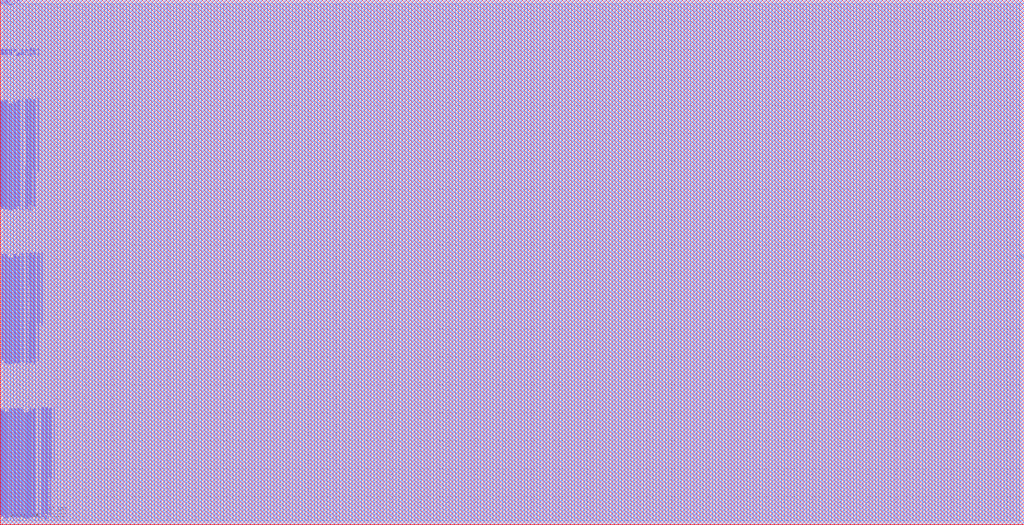
<source format=lef>
VERSION 5.7 ;
BUSBITCHARS "[]" ;
MACRO fakeram65_256x272
  FOREIGN fakeram65_256x272 0 0 ;
  SYMMETRY X Y R90 ;
  SIZE 365.900 BY 187.800 ;
  CLASS BLOCK ;
  PIN w_mask_in[0]
    DIRECTION INPUT ;
    USE SIGNAL ;
    SHAPE ABUTMENT ;
    PORT
      LAYER M3 ;
      RECT 0.000 1.365 0.070 1.435 ;
    END
  END w_mask_in[0]
  PIN w_mask_in[1]
    DIRECTION INPUT ;
    USE SIGNAL ;
    SHAPE ABUTMENT ;
    PORT
      LAYER M3 ;
      RECT 0.000 1.505 0.070 1.575 ;
    END
  END w_mask_in[1]
  PIN w_mask_in[2]
    DIRECTION INPUT ;
    USE SIGNAL ;
    SHAPE ABUTMENT ;
    PORT
      LAYER M3 ;
      RECT 0.000 1.645 0.070 1.715 ;
    END
  END w_mask_in[2]
  PIN w_mask_in[3]
    DIRECTION INPUT ;
    USE SIGNAL ;
    SHAPE ABUTMENT ;
    PORT
      LAYER M3 ;
      RECT 0.000 1.785 0.070 1.855 ;
    END
  END w_mask_in[3]
  PIN w_mask_in[4]
    DIRECTION INPUT ;
    USE SIGNAL ;
    SHAPE ABUTMENT ;
    PORT
      LAYER M3 ;
      RECT 0.000 1.925 0.070 1.995 ;
    END
  END w_mask_in[4]
  PIN w_mask_in[5]
    DIRECTION INPUT ;
    USE SIGNAL ;
    SHAPE ABUTMENT ;
    PORT
      LAYER M3 ;
      RECT 0.000 2.065 0.070 2.135 ;
    END
  END w_mask_in[5]
  PIN w_mask_in[6]
    DIRECTION INPUT ;
    USE SIGNAL ;
    SHAPE ABUTMENT ;
    PORT
      LAYER M3 ;
      RECT 0.000 2.205 0.070 2.275 ;
    END
  END w_mask_in[6]
  PIN w_mask_in[7]
    DIRECTION INPUT ;
    USE SIGNAL ;
    SHAPE ABUTMENT ;
    PORT
      LAYER M3 ;
      RECT 0.000 2.345 0.070 2.415 ;
    END
  END w_mask_in[7]
  PIN w_mask_in[8]
    DIRECTION INPUT ;
    USE SIGNAL ;
    SHAPE ABUTMENT ;
    PORT
      LAYER M3 ;
      RECT 0.000 2.485 0.070 2.555 ;
    END
  END w_mask_in[8]
  PIN w_mask_in[9]
    DIRECTION INPUT ;
    USE SIGNAL ;
    SHAPE ABUTMENT ;
    PORT
      LAYER M3 ;
      RECT 0.000 2.625 0.070 2.695 ;
    END
  END w_mask_in[9]
  PIN w_mask_in[10]
    DIRECTION INPUT ;
    USE SIGNAL ;
    SHAPE ABUTMENT ;
    PORT
      LAYER M3 ;
      RECT 0.000 2.765 0.070 2.835 ;
    END
  END w_mask_in[10]
  PIN w_mask_in[11]
    DIRECTION INPUT ;
    USE SIGNAL ;
    SHAPE ABUTMENT ;
    PORT
      LAYER M3 ;
      RECT 0.000 2.905 0.070 2.975 ;
    END
  END w_mask_in[11]
  PIN w_mask_in[12]
    DIRECTION INPUT ;
    USE SIGNAL ;
    SHAPE ABUTMENT ;
    PORT
      LAYER M3 ;
      RECT 0.000 3.045 0.070 3.115 ;
    END
  END w_mask_in[12]
  PIN w_mask_in[13]
    DIRECTION INPUT ;
    USE SIGNAL ;
    SHAPE ABUTMENT ;
    PORT
      LAYER M3 ;
      RECT 0.000 3.185 0.070 3.255 ;
    END
  END w_mask_in[13]
  PIN w_mask_in[14]
    DIRECTION INPUT ;
    USE SIGNAL ;
    SHAPE ABUTMENT ;
    PORT
      LAYER M3 ;
      RECT 0.000 3.325 0.070 3.395 ;
    END
  END w_mask_in[14]
  PIN w_mask_in[15]
    DIRECTION INPUT ;
    USE SIGNAL ;
    SHAPE ABUTMENT ;
    PORT
      LAYER M3 ;
      RECT 0.000 3.465 0.070 3.535 ;
    END
  END w_mask_in[15]
  PIN w_mask_in[16]
    DIRECTION INPUT ;
    USE SIGNAL ;
    SHAPE ABUTMENT ;
    PORT
      LAYER M3 ;
      RECT 0.000 3.605 0.070 3.675 ;
    END
  END w_mask_in[16]
  PIN w_mask_in[17]
    DIRECTION INPUT ;
    USE SIGNAL ;
    SHAPE ABUTMENT ;
    PORT
      LAYER M3 ;
      RECT 0.000 3.745 0.070 3.815 ;
    END
  END w_mask_in[17]
  PIN w_mask_in[18]
    DIRECTION INPUT ;
    USE SIGNAL ;
    SHAPE ABUTMENT ;
    PORT
      LAYER M3 ;
      RECT 0.000 3.885 0.070 3.955 ;
    END
  END w_mask_in[18]
  PIN w_mask_in[19]
    DIRECTION INPUT ;
    USE SIGNAL ;
    SHAPE ABUTMENT ;
    PORT
      LAYER M3 ;
      RECT 0.000 4.025 0.070 4.095 ;
    END
  END w_mask_in[19]
  PIN w_mask_in[20]
    DIRECTION INPUT ;
    USE SIGNAL ;
    SHAPE ABUTMENT ;
    PORT
      LAYER M3 ;
      RECT 0.000 4.165 0.070 4.235 ;
    END
  END w_mask_in[20]
  PIN w_mask_in[21]
    DIRECTION INPUT ;
    USE SIGNAL ;
    SHAPE ABUTMENT ;
    PORT
      LAYER M3 ;
      RECT 0.000 4.305 0.070 4.375 ;
    END
  END w_mask_in[21]
  PIN w_mask_in[22]
    DIRECTION INPUT ;
    USE SIGNAL ;
    SHAPE ABUTMENT ;
    PORT
      LAYER M3 ;
      RECT 0.000 4.445 0.070 4.515 ;
    END
  END w_mask_in[22]
  PIN w_mask_in[23]
    DIRECTION INPUT ;
    USE SIGNAL ;
    SHAPE ABUTMENT ;
    PORT
      LAYER M3 ;
      RECT 0.000 4.585 0.070 4.655 ;
    END
  END w_mask_in[23]
  PIN w_mask_in[24]
    DIRECTION INPUT ;
    USE SIGNAL ;
    SHAPE ABUTMENT ;
    PORT
      LAYER M3 ;
      RECT 0.000 4.725 0.070 4.795 ;
    END
  END w_mask_in[24]
  PIN w_mask_in[25]
    DIRECTION INPUT ;
    USE SIGNAL ;
    SHAPE ABUTMENT ;
    PORT
      LAYER M3 ;
      RECT 0.000 4.865 0.070 4.935 ;
    END
  END w_mask_in[25]
  PIN w_mask_in[26]
    DIRECTION INPUT ;
    USE SIGNAL ;
    SHAPE ABUTMENT ;
    PORT
      LAYER M3 ;
      RECT 0.000 5.005 0.070 5.075 ;
    END
  END w_mask_in[26]
  PIN w_mask_in[27]
    DIRECTION INPUT ;
    USE SIGNAL ;
    SHAPE ABUTMENT ;
    PORT
      LAYER M3 ;
      RECT 0.000 5.145 0.070 5.215 ;
    END
  END w_mask_in[27]
  PIN w_mask_in[28]
    DIRECTION INPUT ;
    USE SIGNAL ;
    SHAPE ABUTMENT ;
    PORT
      LAYER M3 ;
      RECT 0.000 5.285 0.070 5.355 ;
    END
  END w_mask_in[28]
  PIN w_mask_in[29]
    DIRECTION INPUT ;
    USE SIGNAL ;
    SHAPE ABUTMENT ;
    PORT
      LAYER M3 ;
      RECT 0.000 5.425 0.070 5.495 ;
    END
  END w_mask_in[29]
  PIN w_mask_in[30]
    DIRECTION INPUT ;
    USE SIGNAL ;
    SHAPE ABUTMENT ;
    PORT
      LAYER M3 ;
      RECT 0.000 5.565 0.070 5.635 ;
    END
  END w_mask_in[30]
  PIN w_mask_in[31]
    DIRECTION INPUT ;
    USE SIGNAL ;
    SHAPE ABUTMENT ;
    PORT
      LAYER M3 ;
      RECT 0.000 5.705 0.070 5.775 ;
    END
  END w_mask_in[31]
  PIN w_mask_in[32]
    DIRECTION INPUT ;
    USE SIGNAL ;
    SHAPE ABUTMENT ;
    PORT
      LAYER M3 ;
      RECT 0.000 5.845 0.070 5.915 ;
    END
  END w_mask_in[32]
  PIN w_mask_in[33]
    DIRECTION INPUT ;
    USE SIGNAL ;
    SHAPE ABUTMENT ;
    PORT
      LAYER M3 ;
      RECT 0.000 5.985 0.070 6.055 ;
    END
  END w_mask_in[33]
  PIN w_mask_in[34]
    DIRECTION INPUT ;
    USE SIGNAL ;
    SHAPE ABUTMENT ;
    PORT
      LAYER M3 ;
      RECT 0.000 6.125 0.070 6.195 ;
    END
  END w_mask_in[34]
  PIN w_mask_in[35]
    DIRECTION INPUT ;
    USE SIGNAL ;
    SHAPE ABUTMENT ;
    PORT
      LAYER M3 ;
      RECT 0.000 6.265 0.070 6.335 ;
    END
  END w_mask_in[35]
  PIN w_mask_in[36]
    DIRECTION INPUT ;
    USE SIGNAL ;
    SHAPE ABUTMENT ;
    PORT
      LAYER M3 ;
      RECT 0.000 6.405 0.070 6.475 ;
    END
  END w_mask_in[36]
  PIN w_mask_in[37]
    DIRECTION INPUT ;
    USE SIGNAL ;
    SHAPE ABUTMENT ;
    PORT
      LAYER M3 ;
      RECT 0.000 6.545 0.070 6.615 ;
    END
  END w_mask_in[37]
  PIN w_mask_in[38]
    DIRECTION INPUT ;
    USE SIGNAL ;
    SHAPE ABUTMENT ;
    PORT
      LAYER M3 ;
      RECT 0.000 6.685 0.070 6.755 ;
    END
  END w_mask_in[38]
  PIN w_mask_in[39]
    DIRECTION INPUT ;
    USE SIGNAL ;
    SHAPE ABUTMENT ;
    PORT
      LAYER M3 ;
      RECT 0.000 6.825 0.070 6.895 ;
    END
  END w_mask_in[39]
  PIN w_mask_in[40]
    DIRECTION INPUT ;
    USE SIGNAL ;
    SHAPE ABUTMENT ;
    PORT
      LAYER M3 ;
      RECT 0.000 6.965 0.070 7.035 ;
    END
  END w_mask_in[40]
  PIN w_mask_in[41]
    DIRECTION INPUT ;
    USE SIGNAL ;
    SHAPE ABUTMENT ;
    PORT
      LAYER M3 ;
      RECT 0.000 7.105 0.070 7.175 ;
    END
  END w_mask_in[41]
  PIN w_mask_in[42]
    DIRECTION INPUT ;
    USE SIGNAL ;
    SHAPE ABUTMENT ;
    PORT
      LAYER M3 ;
      RECT 0.000 7.245 0.070 7.315 ;
    END
  END w_mask_in[42]
  PIN w_mask_in[43]
    DIRECTION INPUT ;
    USE SIGNAL ;
    SHAPE ABUTMENT ;
    PORT
      LAYER M3 ;
      RECT 0.000 7.385 0.070 7.455 ;
    END
  END w_mask_in[43]
  PIN w_mask_in[44]
    DIRECTION INPUT ;
    USE SIGNAL ;
    SHAPE ABUTMENT ;
    PORT
      LAYER M3 ;
      RECT 0.000 7.525 0.070 7.595 ;
    END
  END w_mask_in[44]
  PIN w_mask_in[45]
    DIRECTION INPUT ;
    USE SIGNAL ;
    SHAPE ABUTMENT ;
    PORT
      LAYER M3 ;
      RECT 0.000 7.665 0.070 7.735 ;
    END
  END w_mask_in[45]
  PIN w_mask_in[46]
    DIRECTION INPUT ;
    USE SIGNAL ;
    SHAPE ABUTMENT ;
    PORT
      LAYER M3 ;
      RECT 0.000 7.805 0.070 7.875 ;
    END
  END w_mask_in[46]
  PIN w_mask_in[47]
    DIRECTION INPUT ;
    USE SIGNAL ;
    SHAPE ABUTMENT ;
    PORT
      LAYER M3 ;
      RECT 0.000 7.945 0.070 8.015 ;
    END
  END w_mask_in[47]
  PIN w_mask_in[48]
    DIRECTION INPUT ;
    USE SIGNAL ;
    SHAPE ABUTMENT ;
    PORT
      LAYER M3 ;
      RECT 0.000 8.085 0.070 8.155 ;
    END
  END w_mask_in[48]
  PIN w_mask_in[49]
    DIRECTION INPUT ;
    USE SIGNAL ;
    SHAPE ABUTMENT ;
    PORT
      LAYER M3 ;
      RECT 0.000 8.225 0.070 8.295 ;
    END
  END w_mask_in[49]
  PIN w_mask_in[50]
    DIRECTION INPUT ;
    USE SIGNAL ;
    SHAPE ABUTMENT ;
    PORT
      LAYER M3 ;
      RECT 0.000 8.365 0.070 8.435 ;
    END
  END w_mask_in[50]
  PIN w_mask_in[51]
    DIRECTION INPUT ;
    USE SIGNAL ;
    SHAPE ABUTMENT ;
    PORT
      LAYER M3 ;
      RECT 0.000 8.505 0.070 8.575 ;
    END
  END w_mask_in[51]
  PIN w_mask_in[52]
    DIRECTION INPUT ;
    USE SIGNAL ;
    SHAPE ABUTMENT ;
    PORT
      LAYER M3 ;
      RECT 0.000 8.645 0.070 8.715 ;
    END
  END w_mask_in[52]
  PIN w_mask_in[53]
    DIRECTION INPUT ;
    USE SIGNAL ;
    SHAPE ABUTMENT ;
    PORT
      LAYER M3 ;
      RECT 0.000 8.785 0.070 8.855 ;
    END
  END w_mask_in[53]
  PIN w_mask_in[54]
    DIRECTION INPUT ;
    USE SIGNAL ;
    SHAPE ABUTMENT ;
    PORT
      LAYER M3 ;
      RECT 0.000 8.925 0.070 8.995 ;
    END
  END w_mask_in[54]
  PIN w_mask_in[55]
    DIRECTION INPUT ;
    USE SIGNAL ;
    SHAPE ABUTMENT ;
    PORT
      LAYER M3 ;
      RECT 0.000 9.065 0.070 9.135 ;
    END
  END w_mask_in[55]
  PIN w_mask_in[56]
    DIRECTION INPUT ;
    USE SIGNAL ;
    SHAPE ABUTMENT ;
    PORT
      LAYER M3 ;
      RECT 0.000 9.205 0.070 9.275 ;
    END
  END w_mask_in[56]
  PIN w_mask_in[57]
    DIRECTION INPUT ;
    USE SIGNAL ;
    SHAPE ABUTMENT ;
    PORT
      LAYER M3 ;
      RECT 0.000 9.345 0.070 9.415 ;
    END
  END w_mask_in[57]
  PIN w_mask_in[58]
    DIRECTION INPUT ;
    USE SIGNAL ;
    SHAPE ABUTMENT ;
    PORT
      LAYER M3 ;
      RECT 0.000 9.485 0.070 9.555 ;
    END
  END w_mask_in[58]
  PIN w_mask_in[59]
    DIRECTION INPUT ;
    USE SIGNAL ;
    SHAPE ABUTMENT ;
    PORT
      LAYER M3 ;
      RECT 0.000 9.625 0.070 9.695 ;
    END
  END w_mask_in[59]
  PIN w_mask_in[60]
    DIRECTION INPUT ;
    USE SIGNAL ;
    SHAPE ABUTMENT ;
    PORT
      LAYER M3 ;
      RECT 0.000 9.765 0.070 9.835 ;
    END
  END w_mask_in[60]
  PIN w_mask_in[61]
    DIRECTION INPUT ;
    USE SIGNAL ;
    SHAPE ABUTMENT ;
    PORT
      LAYER M3 ;
      RECT 0.000 9.905 0.070 9.975 ;
    END
  END w_mask_in[61]
  PIN w_mask_in[62]
    DIRECTION INPUT ;
    USE SIGNAL ;
    SHAPE ABUTMENT ;
    PORT
      LAYER M3 ;
      RECT 0.000 10.045 0.070 10.115 ;
    END
  END w_mask_in[62]
  PIN w_mask_in[63]
    DIRECTION INPUT ;
    USE SIGNAL ;
    SHAPE ABUTMENT ;
    PORT
      LAYER M3 ;
      RECT 0.000 10.185 0.070 10.255 ;
    END
  END w_mask_in[63]
  PIN w_mask_in[64]
    DIRECTION INPUT ;
    USE SIGNAL ;
    SHAPE ABUTMENT ;
    PORT
      LAYER M3 ;
      RECT 0.000 10.325 0.070 10.395 ;
    END
  END w_mask_in[64]
  PIN w_mask_in[65]
    DIRECTION INPUT ;
    USE SIGNAL ;
    SHAPE ABUTMENT ;
    PORT
      LAYER M3 ;
      RECT 0.000 10.465 0.070 10.535 ;
    END
  END w_mask_in[65]
  PIN w_mask_in[66]
    DIRECTION INPUT ;
    USE SIGNAL ;
    SHAPE ABUTMENT ;
    PORT
      LAYER M3 ;
      RECT 0.000 10.605 0.070 10.675 ;
    END
  END w_mask_in[66]
  PIN w_mask_in[67]
    DIRECTION INPUT ;
    USE SIGNAL ;
    SHAPE ABUTMENT ;
    PORT
      LAYER M3 ;
      RECT 0.000 10.745 0.070 10.815 ;
    END
  END w_mask_in[67]
  PIN w_mask_in[68]
    DIRECTION INPUT ;
    USE SIGNAL ;
    SHAPE ABUTMENT ;
    PORT
      LAYER M3 ;
      RECT 0.000 10.885 0.070 10.955 ;
    END
  END w_mask_in[68]
  PIN w_mask_in[69]
    DIRECTION INPUT ;
    USE SIGNAL ;
    SHAPE ABUTMENT ;
    PORT
      LAYER M3 ;
      RECT 0.000 11.025 0.070 11.095 ;
    END
  END w_mask_in[69]
  PIN w_mask_in[70]
    DIRECTION INPUT ;
    USE SIGNAL ;
    SHAPE ABUTMENT ;
    PORT
      LAYER M3 ;
      RECT 0.000 11.165 0.070 11.235 ;
    END
  END w_mask_in[70]
  PIN w_mask_in[71]
    DIRECTION INPUT ;
    USE SIGNAL ;
    SHAPE ABUTMENT ;
    PORT
      LAYER M3 ;
      RECT 0.000 11.305 0.070 11.375 ;
    END
  END w_mask_in[71]
  PIN w_mask_in[72]
    DIRECTION INPUT ;
    USE SIGNAL ;
    SHAPE ABUTMENT ;
    PORT
      LAYER M3 ;
      RECT 0.000 11.445 0.070 11.515 ;
    END
  END w_mask_in[72]
  PIN w_mask_in[73]
    DIRECTION INPUT ;
    USE SIGNAL ;
    SHAPE ABUTMENT ;
    PORT
      LAYER M3 ;
      RECT 0.000 11.585 0.070 11.655 ;
    END
  END w_mask_in[73]
  PIN w_mask_in[74]
    DIRECTION INPUT ;
    USE SIGNAL ;
    SHAPE ABUTMENT ;
    PORT
      LAYER M3 ;
      RECT 0.000 11.725 0.070 11.795 ;
    END
  END w_mask_in[74]
  PIN w_mask_in[75]
    DIRECTION INPUT ;
    USE SIGNAL ;
    SHAPE ABUTMENT ;
    PORT
      LAYER M3 ;
      RECT 0.000 11.865 0.070 11.935 ;
    END
  END w_mask_in[75]
  PIN w_mask_in[76]
    DIRECTION INPUT ;
    USE SIGNAL ;
    SHAPE ABUTMENT ;
    PORT
      LAYER M3 ;
      RECT 0.000 12.005 0.070 12.075 ;
    END
  END w_mask_in[76]
  PIN w_mask_in[77]
    DIRECTION INPUT ;
    USE SIGNAL ;
    SHAPE ABUTMENT ;
    PORT
      LAYER M3 ;
      RECT 0.000 12.145 0.070 12.215 ;
    END
  END w_mask_in[77]
  PIN w_mask_in[78]
    DIRECTION INPUT ;
    USE SIGNAL ;
    SHAPE ABUTMENT ;
    PORT
      LAYER M3 ;
      RECT 0.000 12.285 0.070 12.355 ;
    END
  END w_mask_in[78]
  PIN w_mask_in[79]
    DIRECTION INPUT ;
    USE SIGNAL ;
    SHAPE ABUTMENT ;
    PORT
      LAYER M3 ;
      RECT 0.000 12.425 0.070 12.495 ;
    END
  END w_mask_in[79]
  PIN w_mask_in[80]
    DIRECTION INPUT ;
    USE SIGNAL ;
    SHAPE ABUTMENT ;
    PORT
      LAYER M3 ;
      RECT 0.000 12.565 0.070 12.635 ;
    END
  END w_mask_in[80]
  PIN w_mask_in[81]
    DIRECTION INPUT ;
    USE SIGNAL ;
    SHAPE ABUTMENT ;
    PORT
      LAYER M3 ;
      RECT 0.000 12.705 0.070 12.775 ;
    END
  END w_mask_in[81]
  PIN w_mask_in[82]
    DIRECTION INPUT ;
    USE SIGNAL ;
    SHAPE ABUTMENT ;
    PORT
      LAYER M3 ;
      RECT 0.000 12.845 0.070 12.915 ;
    END
  END w_mask_in[82]
  PIN w_mask_in[83]
    DIRECTION INPUT ;
    USE SIGNAL ;
    SHAPE ABUTMENT ;
    PORT
      LAYER M3 ;
      RECT 0.000 12.985 0.070 13.055 ;
    END
  END w_mask_in[83]
  PIN w_mask_in[84]
    DIRECTION INPUT ;
    USE SIGNAL ;
    SHAPE ABUTMENT ;
    PORT
      LAYER M3 ;
      RECT 0.000 13.125 0.070 13.195 ;
    END
  END w_mask_in[84]
  PIN w_mask_in[85]
    DIRECTION INPUT ;
    USE SIGNAL ;
    SHAPE ABUTMENT ;
    PORT
      LAYER M3 ;
      RECT 0.000 13.265 0.070 13.335 ;
    END
  END w_mask_in[85]
  PIN w_mask_in[86]
    DIRECTION INPUT ;
    USE SIGNAL ;
    SHAPE ABUTMENT ;
    PORT
      LAYER M3 ;
      RECT 0.000 13.405 0.070 13.475 ;
    END
  END w_mask_in[86]
  PIN w_mask_in[87]
    DIRECTION INPUT ;
    USE SIGNAL ;
    SHAPE ABUTMENT ;
    PORT
      LAYER M3 ;
      RECT 0.000 13.545 0.070 13.615 ;
    END
  END w_mask_in[87]
  PIN w_mask_in[88]
    DIRECTION INPUT ;
    USE SIGNAL ;
    SHAPE ABUTMENT ;
    PORT
      LAYER M3 ;
      RECT 0.000 13.685 0.070 13.755 ;
    END
  END w_mask_in[88]
  PIN w_mask_in[89]
    DIRECTION INPUT ;
    USE SIGNAL ;
    SHAPE ABUTMENT ;
    PORT
      LAYER M3 ;
      RECT 0.000 13.825 0.070 13.895 ;
    END
  END w_mask_in[89]
  PIN w_mask_in[90]
    DIRECTION INPUT ;
    USE SIGNAL ;
    SHAPE ABUTMENT ;
    PORT
      LAYER M3 ;
      RECT 0.000 13.965 0.070 14.035 ;
    END
  END w_mask_in[90]
  PIN w_mask_in[91]
    DIRECTION INPUT ;
    USE SIGNAL ;
    SHAPE ABUTMENT ;
    PORT
      LAYER M3 ;
      RECT 0.000 14.105 0.070 14.175 ;
    END
  END w_mask_in[91]
  PIN w_mask_in[92]
    DIRECTION INPUT ;
    USE SIGNAL ;
    SHAPE ABUTMENT ;
    PORT
      LAYER M3 ;
      RECT 0.000 14.245 0.070 14.315 ;
    END
  END w_mask_in[92]
  PIN w_mask_in[93]
    DIRECTION INPUT ;
    USE SIGNAL ;
    SHAPE ABUTMENT ;
    PORT
      LAYER M3 ;
      RECT 0.000 14.385 0.070 14.455 ;
    END
  END w_mask_in[93]
  PIN w_mask_in[94]
    DIRECTION INPUT ;
    USE SIGNAL ;
    SHAPE ABUTMENT ;
    PORT
      LAYER M3 ;
      RECT 0.000 14.525 0.070 14.595 ;
    END
  END w_mask_in[94]
  PIN w_mask_in[95]
    DIRECTION INPUT ;
    USE SIGNAL ;
    SHAPE ABUTMENT ;
    PORT
      LAYER M3 ;
      RECT 0.000 14.665 0.070 14.735 ;
    END
  END w_mask_in[95]
  PIN w_mask_in[96]
    DIRECTION INPUT ;
    USE SIGNAL ;
    SHAPE ABUTMENT ;
    PORT
      LAYER M3 ;
      RECT 0.000 14.805 0.070 14.875 ;
    END
  END w_mask_in[96]
  PIN w_mask_in[97]
    DIRECTION INPUT ;
    USE SIGNAL ;
    SHAPE ABUTMENT ;
    PORT
      LAYER M3 ;
      RECT 0.000 14.945 0.070 15.015 ;
    END
  END w_mask_in[97]
  PIN w_mask_in[98]
    DIRECTION INPUT ;
    USE SIGNAL ;
    SHAPE ABUTMENT ;
    PORT
      LAYER M3 ;
      RECT 0.000 15.085 0.070 15.155 ;
    END
  END w_mask_in[98]
  PIN w_mask_in[99]
    DIRECTION INPUT ;
    USE SIGNAL ;
    SHAPE ABUTMENT ;
    PORT
      LAYER M3 ;
      RECT 0.000 15.225 0.070 15.295 ;
    END
  END w_mask_in[99]
  PIN w_mask_in[100]
    DIRECTION INPUT ;
    USE SIGNAL ;
    SHAPE ABUTMENT ;
    PORT
      LAYER M3 ;
      RECT 0.000 15.365 0.070 15.435 ;
    END
  END w_mask_in[100]
  PIN w_mask_in[101]
    DIRECTION INPUT ;
    USE SIGNAL ;
    SHAPE ABUTMENT ;
    PORT
      LAYER M3 ;
      RECT 0.000 15.505 0.070 15.575 ;
    END
  END w_mask_in[101]
  PIN w_mask_in[102]
    DIRECTION INPUT ;
    USE SIGNAL ;
    SHAPE ABUTMENT ;
    PORT
      LAYER M3 ;
      RECT 0.000 15.645 0.070 15.715 ;
    END
  END w_mask_in[102]
  PIN w_mask_in[103]
    DIRECTION INPUT ;
    USE SIGNAL ;
    SHAPE ABUTMENT ;
    PORT
      LAYER M3 ;
      RECT 0.000 15.785 0.070 15.855 ;
    END
  END w_mask_in[103]
  PIN w_mask_in[104]
    DIRECTION INPUT ;
    USE SIGNAL ;
    SHAPE ABUTMENT ;
    PORT
      LAYER M3 ;
      RECT 0.000 15.925 0.070 15.995 ;
    END
  END w_mask_in[104]
  PIN w_mask_in[105]
    DIRECTION INPUT ;
    USE SIGNAL ;
    SHAPE ABUTMENT ;
    PORT
      LAYER M3 ;
      RECT 0.000 16.065 0.070 16.135 ;
    END
  END w_mask_in[105]
  PIN w_mask_in[106]
    DIRECTION INPUT ;
    USE SIGNAL ;
    SHAPE ABUTMENT ;
    PORT
      LAYER M3 ;
      RECT 0.000 16.205 0.070 16.275 ;
    END
  END w_mask_in[106]
  PIN w_mask_in[107]
    DIRECTION INPUT ;
    USE SIGNAL ;
    SHAPE ABUTMENT ;
    PORT
      LAYER M3 ;
      RECT 0.000 16.345 0.070 16.415 ;
    END
  END w_mask_in[107]
  PIN w_mask_in[108]
    DIRECTION INPUT ;
    USE SIGNAL ;
    SHAPE ABUTMENT ;
    PORT
      LAYER M3 ;
      RECT 0.000 16.485 0.070 16.555 ;
    END
  END w_mask_in[108]
  PIN w_mask_in[109]
    DIRECTION INPUT ;
    USE SIGNAL ;
    SHAPE ABUTMENT ;
    PORT
      LAYER M3 ;
      RECT 0.000 16.625 0.070 16.695 ;
    END
  END w_mask_in[109]
  PIN w_mask_in[110]
    DIRECTION INPUT ;
    USE SIGNAL ;
    SHAPE ABUTMENT ;
    PORT
      LAYER M3 ;
      RECT 0.000 16.765 0.070 16.835 ;
    END
  END w_mask_in[110]
  PIN w_mask_in[111]
    DIRECTION INPUT ;
    USE SIGNAL ;
    SHAPE ABUTMENT ;
    PORT
      LAYER M3 ;
      RECT 0.000 16.905 0.070 16.975 ;
    END
  END w_mask_in[111]
  PIN w_mask_in[112]
    DIRECTION INPUT ;
    USE SIGNAL ;
    SHAPE ABUTMENT ;
    PORT
      LAYER M3 ;
      RECT 0.000 17.045 0.070 17.115 ;
    END
  END w_mask_in[112]
  PIN w_mask_in[113]
    DIRECTION INPUT ;
    USE SIGNAL ;
    SHAPE ABUTMENT ;
    PORT
      LAYER M3 ;
      RECT 0.000 17.185 0.070 17.255 ;
    END
  END w_mask_in[113]
  PIN w_mask_in[114]
    DIRECTION INPUT ;
    USE SIGNAL ;
    SHAPE ABUTMENT ;
    PORT
      LAYER M3 ;
      RECT 0.000 17.325 0.070 17.395 ;
    END
  END w_mask_in[114]
  PIN w_mask_in[115]
    DIRECTION INPUT ;
    USE SIGNAL ;
    SHAPE ABUTMENT ;
    PORT
      LAYER M3 ;
      RECT 0.000 17.465 0.070 17.535 ;
    END
  END w_mask_in[115]
  PIN w_mask_in[116]
    DIRECTION INPUT ;
    USE SIGNAL ;
    SHAPE ABUTMENT ;
    PORT
      LAYER M3 ;
      RECT 0.000 17.605 0.070 17.675 ;
    END
  END w_mask_in[116]
  PIN w_mask_in[117]
    DIRECTION INPUT ;
    USE SIGNAL ;
    SHAPE ABUTMENT ;
    PORT
      LAYER M3 ;
      RECT 0.000 17.745 0.070 17.815 ;
    END
  END w_mask_in[117]
  PIN w_mask_in[118]
    DIRECTION INPUT ;
    USE SIGNAL ;
    SHAPE ABUTMENT ;
    PORT
      LAYER M3 ;
      RECT 0.000 17.885 0.070 17.955 ;
    END
  END w_mask_in[118]
  PIN w_mask_in[119]
    DIRECTION INPUT ;
    USE SIGNAL ;
    SHAPE ABUTMENT ;
    PORT
      LAYER M3 ;
      RECT 0.000 18.025 0.070 18.095 ;
    END
  END w_mask_in[119]
  PIN w_mask_in[120]
    DIRECTION INPUT ;
    USE SIGNAL ;
    SHAPE ABUTMENT ;
    PORT
      LAYER M3 ;
      RECT 0.000 18.165 0.070 18.235 ;
    END
  END w_mask_in[120]
  PIN w_mask_in[121]
    DIRECTION INPUT ;
    USE SIGNAL ;
    SHAPE ABUTMENT ;
    PORT
      LAYER M3 ;
      RECT 0.000 18.305 0.070 18.375 ;
    END
  END w_mask_in[121]
  PIN w_mask_in[122]
    DIRECTION INPUT ;
    USE SIGNAL ;
    SHAPE ABUTMENT ;
    PORT
      LAYER M3 ;
      RECT 0.000 18.445 0.070 18.515 ;
    END
  END w_mask_in[122]
  PIN w_mask_in[123]
    DIRECTION INPUT ;
    USE SIGNAL ;
    SHAPE ABUTMENT ;
    PORT
      LAYER M3 ;
      RECT 0.000 18.585 0.070 18.655 ;
    END
  END w_mask_in[123]
  PIN w_mask_in[124]
    DIRECTION INPUT ;
    USE SIGNAL ;
    SHAPE ABUTMENT ;
    PORT
      LAYER M3 ;
      RECT 0.000 18.725 0.070 18.795 ;
    END
  END w_mask_in[124]
  PIN w_mask_in[125]
    DIRECTION INPUT ;
    USE SIGNAL ;
    SHAPE ABUTMENT ;
    PORT
      LAYER M3 ;
      RECT 0.000 18.865 0.070 18.935 ;
    END
  END w_mask_in[125]
  PIN w_mask_in[126]
    DIRECTION INPUT ;
    USE SIGNAL ;
    SHAPE ABUTMENT ;
    PORT
      LAYER M3 ;
      RECT 0.000 19.005 0.070 19.075 ;
    END
  END w_mask_in[126]
  PIN w_mask_in[127]
    DIRECTION INPUT ;
    USE SIGNAL ;
    SHAPE ABUTMENT ;
    PORT
      LAYER M3 ;
      RECT 0.000 19.145 0.070 19.215 ;
    END
  END w_mask_in[127]
  PIN w_mask_in[128]
    DIRECTION INPUT ;
    USE SIGNAL ;
    SHAPE ABUTMENT ;
    PORT
      LAYER M3 ;
      RECT 0.000 19.285 0.070 19.355 ;
    END
  END w_mask_in[128]
  PIN w_mask_in[129]
    DIRECTION INPUT ;
    USE SIGNAL ;
    SHAPE ABUTMENT ;
    PORT
      LAYER M3 ;
      RECT 0.000 19.425 0.070 19.495 ;
    END
  END w_mask_in[129]
  PIN w_mask_in[130]
    DIRECTION INPUT ;
    USE SIGNAL ;
    SHAPE ABUTMENT ;
    PORT
      LAYER M3 ;
      RECT 0.000 19.565 0.070 19.635 ;
    END
  END w_mask_in[130]
  PIN w_mask_in[131]
    DIRECTION INPUT ;
    USE SIGNAL ;
    SHAPE ABUTMENT ;
    PORT
      LAYER M3 ;
      RECT 0.000 19.705 0.070 19.775 ;
    END
  END w_mask_in[131]
  PIN w_mask_in[132]
    DIRECTION INPUT ;
    USE SIGNAL ;
    SHAPE ABUTMENT ;
    PORT
      LAYER M3 ;
      RECT 0.000 19.845 0.070 19.915 ;
    END
  END w_mask_in[132]
  PIN w_mask_in[133]
    DIRECTION INPUT ;
    USE SIGNAL ;
    SHAPE ABUTMENT ;
    PORT
      LAYER M3 ;
      RECT 0.000 19.985 0.070 20.055 ;
    END
  END w_mask_in[133]
  PIN w_mask_in[134]
    DIRECTION INPUT ;
    USE SIGNAL ;
    SHAPE ABUTMENT ;
    PORT
      LAYER M3 ;
      RECT 0.000 20.125 0.070 20.195 ;
    END
  END w_mask_in[134]
  PIN w_mask_in[135]
    DIRECTION INPUT ;
    USE SIGNAL ;
    SHAPE ABUTMENT ;
    PORT
      LAYER M3 ;
      RECT 0.000 20.265 0.070 20.335 ;
    END
  END w_mask_in[135]
  PIN w_mask_in[136]
    DIRECTION INPUT ;
    USE SIGNAL ;
    SHAPE ABUTMENT ;
    PORT
      LAYER M3 ;
      RECT 0.000 20.405 0.070 20.475 ;
    END
  END w_mask_in[136]
  PIN w_mask_in[137]
    DIRECTION INPUT ;
    USE SIGNAL ;
    SHAPE ABUTMENT ;
    PORT
      LAYER M3 ;
      RECT 0.000 20.545 0.070 20.615 ;
    END
  END w_mask_in[137]
  PIN w_mask_in[138]
    DIRECTION INPUT ;
    USE SIGNAL ;
    SHAPE ABUTMENT ;
    PORT
      LAYER M3 ;
      RECT 0.000 20.685 0.070 20.755 ;
    END
  END w_mask_in[138]
  PIN w_mask_in[139]
    DIRECTION INPUT ;
    USE SIGNAL ;
    SHAPE ABUTMENT ;
    PORT
      LAYER M3 ;
      RECT 0.000 20.825 0.070 20.895 ;
    END
  END w_mask_in[139]
  PIN w_mask_in[140]
    DIRECTION INPUT ;
    USE SIGNAL ;
    SHAPE ABUTMENT ;
    PORT
      LAYER M3 ;
      RECT 0.000 20.965 0.070 21.035 ;
    END
  END w_mask_in[140]
  PIN w_mask_in[141]
    DIRECTION INPUT ;
    USE SIGNAL ;
    SHAPE ABUTMENT ;
    PORT
      LAYER M3 ;
      RECT 0.000 21.105 0.070 21.175 ;
    END
  END w_mask_in[141]
  PIN w_mask_in[142]
    DIRECTION INPUT ;
    USE SIGNAL ;
    SHAPE ABUTMENT ;
    PORT
      LAYER M3 ;
      RECT 0.000 21.245 0.070 21.315 ;
    END
  END w_mask_in[142]
  PIN w_mask_in[143]
    DIRECTION INPUT ;
    USE SIGNAL ;
    SHAPE ABUTMENT ;
    PORT
      LAYER M3 ;
      RECT 0.000 21.385 0.070 21.455 ;
    END
  END w_mask_in[143]
  PIN w_mask_in[144]
    DIRECTION INPUT ;
    USE SIGNAL ;
    SHAPE ABUTMENT ;
    PORT
      LAYER M3 ;
      RECT 0.000 21.525 0.070 21.595 ;
    END
  END w_mask_in[144]
  PIN w_mask_in[145]
    DIRECTION INPUT ;
    USE SIGNAL ;
    SHAPE ABUTMENT ;
    PORT
      LAYER M3 ;
      RECT 0.000 21.665 0.070 21.735 ;
    END
  END w_mask_in[145]
  PIN w_mask_in[146]
    DIRECTION INPUT ;
    USE SIGNAL ;
    SHAPE ABUTMENT ;
    PORT
      LAYER M3 ;
      RECT 0.000 21.805 0.070 21.875 ;
    END
  END w_mask_in[146]
  PIN w_mask_in[147]
    DIRECTION INPUT ;
    USE SIGNAL ;
    SHAPE ABUTMENT ;
    PORT
      LAYER M3 ;
      RECT 0.000 21.945 0.070 22.015 ;
    END
  END w_mask_in[147]
  PIN w_mask_in[148]
    DIRECTION INPUT ;
    USE SIGNAL ;
    SHAPE ABUTMENT ;
    PORT
      LAYER M3 ;
      RECT 0.000 22.085 0.070 22.155 ;
    END
  END w_mask_in[148]
  PIN w_mask_in[149]
    DIRECTION INPUT ;
    USE SIGNAL ;
    SHAPE ABUTMENT ;
    PORT
      LAYER M3 ;
      RECT 0.000 22.225 0.070 22.295 ;
    END
  END w_mask_in[149]
  PIN w_mask_in[150]
    DIRECTION INPUT ;
    USE SIGNAL ;
    SHAPE ABUTMENT ;
    PORT
      LAYER M3 ;
      RECT 0.000 22.365 0.070 22.435 ;
    END
  END w_mask_in[150]
  PIN w_mask_in[151]
    DIRECTION INPUT ;
    USE SIGNAL ;
    SHAPE ABUTMENT ;
    PORT
      LAYER M3 ;
      RECT 0.000 22.505 0.070 22.575 ;
    END
  END w_mask_in[151]
  PIN w_mask_in[152]
    DIRECTION INPUT ;
    USE SIGNAL ;
    SHAPE ABUTMENT ;
    PORT
      LAYER M3 ;
      RECT 0.000 22.645 0.070 22.715 ;
    END
  END w_mask_in[152]
  PIN w_mask_in[153]
    DIRECTION INPUT ;
    USE SIGNAL ;
    SHAPE ABUTMENT ;
    PORT
      LAYER M3 ;
      RECT 0.000 22.785 0.070 22.855 ;
    END
  END w_mask_in[153]
  PIN w_mask_in[154]
    DIRECTION INPUT ;
    USE SIGNAL ;
    SHAPE ABUTMENT ;
    PORT
      LAYER M3 ;
      RECT 0.000 22.925 0.070 22.995 ;
    END
  END w_mask_in[154]
  PIN w_mask_in[155]
    DIRECTION INPUT ;
    USE SIGNAL ;
    SHAPE ABUTMENT ;
    PORT
      LAYER M3 ;
      RECT 0.000 23.065 0.070 23.135 ;
    END
  END w_mask_in[155]
  PIN w_mask_in[156]
    DIRECTION INPUT ;
    USE SIGNAL ;
    SHAPE ABUTMENT ;
    PORT
      LAYER M3 ;
      RECT 0.000 23.205 0.070 23.275 ;
    END
  END w_mask_in[156]
  PIN w_mask_in[157]
    DIRECTION INPUT ;
    USE SIGNAL ;
    SHAPE ABUTMENT ;
    PORT
      LAYER M3 ;
      RECT 0.000 23.345 0.070 23.415 ;
    END
  END w_mask_in[157]
  PIN w_mask_in[158]
    DIRECTION INPUT ;
    USE SIGNAL ;
    SHAPE ABUTMENT ;
    PORT
      LAYER M3 ;
      RECT 0.000 23.485 0.070 23.555 ;
    END
  END w_mask_in[158]
  PIN w_mask_in[159]
    DIRECTION INPUT ;
    USE SIGNAL ;
    SHAPE ABUTMENT ;
    PORT
      LAYER M3 ;
      RECT 0.000 23.625 0.070 23.695 ;
    END
  END w_mask_in[159]
  PIN w_mask_in[160]
    DIRECTION INPUT ;
    USE SIGNAL ;
    SHAPE ABUTMENT ;
    PORT
      LAYER M3 ;
      RECT 0.000 23.765 0.070 23.835 ;
    END
  END w_mask_in[160]
  PIN w_mask_in[161]
    DIRECTION INPUT ;
    USE SIGNAL ;
    SHAPE ABUTMENT ;
    PORT
      LAYER M3 ;
      RECT 0.000 23.905 0.070 23.975 ;
    END
  END w_mask_in[161]
  PIN w_mask_in[162]
    DIRECTION INPUT ;
    USE SIGNAL ;
    SHAPE ABUTMENT ;
    PORT
      LAYER M3 ;
      RECT 0.000 24.045 0.070 24.115 ;
    END
  END w_mask_in[162]
  PIN w_mask_in[163]
    DIRECTION INPUT ;
    USE SIGNAL ;
    SHAPE ABUTMENT ;
    PORT
      LAYER M3 ;
      RECT 0.000 24.185 0.070 24.255 ;
    END
  END w_mask_in[163]
  PIN w_mask_in[164]
    DIRECTION INPUT ;
    USE SIGNAL ;
    SHAPE ABUTMENT ;
    PORT
      LAYER M3 ;
      RECT 0.000 24.325 0.070 24.395 ;
    END
  END w_mask_in[164]
  PIN w_mask_in[165]
    DIRECTION INPUT ;
    USE SIGNAL ;
    SHAPE ABUTMENT ;
    PORT
      LAYER M3 ;
      RECT 0.000 24.465 0.070 24.535 ;
    END
  END w_mask_in[165]
  PIN w_mask_in[166]
    DIRECTION INPUT ;
    USE SIGNAL ;
    SHAPE ABUTMENT ;
    PORT
      LAYER M3 ;
      RECT 0.000 24.605 0.070 24.675 ;
    END
  END w_mask_in[166]
  PIN w_mask_in[167]
    DIRECTION INPUT ;
    USE SIGNAL ;
    SHAPE ABUTMENT ;
    PORT
      LAYER M3 ;
      RECT 0.000 24.745 0.070 24.815 ;
    END
  END w_mask_in[167]
  PIN w_mask_in[168]
    DIRECTION INPUT ;
    USE SIGNAL ;
    SHAPE ABUTMENT ;
    PORT
      LAYER M3 ;
      RECT 0.000 24.885 0.070 24.955 ;
    END
  END w_mask_in[168]
  PIN w_mask_in[169]
    DIRECTION INPUT ;
    USE SIGNAL ;
    SHAPE ABUTMENT ;
    PORT
      LAYER M3 ;
      RECT 0.000 25.025 0.070 25.095 ;
    END
  END w_mask_in[169]
  PIN w_mask_in[170]
    DIRECTION INPUT ;
    USE SIGNAL ;
    SHAPE ABUTMENT ;
    PORT
      LAYER M3 ;
      RECT 0.000 25.165 0.070 25.235 ;
    END
  END w_mask_in[170]
  PIN w_mask_in[171]
    DIRECTION INPUT ;
    USE SIGNAL ;
    SHAPE ABUTMENT ;
    PORT
      LAYER M3 ;
      RECT 0.000 25.305 0.070 25.375 ;
    END
  END w_mask_in[171]
  PIN w_mask_in[172]
    DIRECTION INPUT ;
    USE SIGNAL ;
    SHAPE ABUTMENT ;
    PORT
      LAYER M3 ;
      RECT 0.000 25.445 0.070 25.515 ;
    END
  END w_mask_in[172]
  PIN w_mask_in[173]
    DIRECTION INPUT ;
    USE SIGNAL ;
    SHAPE ABUTMENT ;
    PORT
      LAYER M3 ;
      RECT 0.000 25.585 0.070 25.655 ;
    END
  END w_mask_in[173]
  PIN w_mask_in[174]
    DIRECTION INPUT ;
    USE SIGNAL ;
    SHAPE ABUTMENT ;
    PORT
      LAYER M3 ;
      RECT 0.000 25.725 0.070 25.795 ;
    END
  END w_mask_in[174]
  PIN w_mask_in[175]
    DIRECTION INPUT ;
    USE SIGNAL ;
    SHAPE ABUTMENT ;
    PORT
      LAYER M3 ;
      RECT 0.000 25.865 0.070 25.935 ;
    END
  END w_mask_in[175]
  PIN w_mask_in[176]
    DIRECTION INPUT ;
    USE SIGNAL ;
    SHAPE ABUTMENT ;
    PORT
      LAYER M3 ;
      RECT 0.000 26.005 0.070 26.075 ;
    END
  END w_mask_in[176]
  PIN w_mask_in[177]
    DIRECTION INPUT ;
    USE SIGNAL ;
    SHAPE ABUTMENT ;
    PORT
      LAYER M3 ;
      RECT 0.000 26.145 0.070 26.215 ;
    END
  END w_mask_in[177]
  PIN w_mask_in[178]
    DIRECTION INPUT ;
    USE SIGNAL ;
    SHAPE ABUTMENT ;
    PORT
      LAYER M3 ;
      RECT 0.000 26.285 0.070 26.355 ;
    END
  END w_mask_in[178]
  PIN w_mask_in[179]
    DIRECTION INPUT ;
    USE SIGNAL ;
    SHAPE ABUTMENT ;
    PORT
      LAYER M3 ;
      RECT 0.000 26.425 0.070 26.495 ;
    END
  END w_mask_in[179]
  PIN w_mask_in[180]
    DIRECTION INPUT ;
    USE SIGNAL ;
    SHAPE ABUTMENT ;
    PORT
      LAYER M3 ;
      RECT 0.000 26.565 0.070 26.635 ;
    END
  END w_mask_in[180]
  PIN w_mask_in[181]
    DIRECTION INPUT ;
    USE SIGNAL ;
    SHAPE ABUTMENT ;
    PORT
      LAYER M3 ;
      RECT 0.000 26.705 0.070 26.775 ;
    END
  END w_mask_in[181]
  PIN w_mask_in[182]
    DIRECTION INPUT ;
    USE SIGNAL ;
    SHAPE ABUTMENT ;
    PORT
      LAYER M3 ;
      RECT 0.000 26.845 0.070 26.915 ;
    END
  END w_mask_in[182]
  PIN w_mask_in[183]
    DIRECTION INPUT ;
    USE SIGNAL ;
    SHAPE ABUTMENT ;
    PORT
      LAYER M3 ;
      RECT 0.000 26.985 0.070 27.055 ;
    END
  END w_mask_in[183]
  PIN w_mask_in[184]
    DIRECTION INPUT ;
    USE SIGNAL ;
    SHAPE ABUTMENT ;
    PORT
      LAYER M3 ;
      RECT 0.000 27.125 0.070 27.195 ;
    END
  END w_mask_in[184]
  PIN w_mask_in[185]
    DIRECTION INPUT ;
    USE SIGNAL ;
    SHAPE ABUTMENT ;
    PORT
      LAYER M3 ;
      RECT 0.000 27.265 0.070 27.335 ;
    END
  END w_mask_in[185]
  PIN w_mask_in[186]
    DIRECTION INPUT ;
    USE SIGNAL ;
    SHAPE ABUTMENT ;
    PORT
      LAYER M3 ;
      RECT 0.000 27.405 0.070 27.475 ;
    END
  END w_mask_in[186]
  PIN w_mask_in[187]
    DIRECTION INPUT ;
    USE SIGNAL ;
    SHAPE ABUTMENT ;
    PORT
      LAYER M3 ;
      RECT 0.000 27.545 0.070 27.615 ;
    END
  END w_mask_in[187]
  PIN w_mask_in[188]
    DIRECTION INPUT ;
    USE SIGNAL ;
    SHAPE ABUTMENT ;
    PORT
      LAYER M3 ;
      RECT 0.000 27.685 0.070 27.755 ;
    END
  END w_mask_in[188]
  PIN w_mask_in[189]
    DIRECTION INPUT ;
    USE SIGNAL ;
    SHAPE ABUTMENT ;
    PORT
      LAYER M3 ;
      RECT 0.000 27.825 0.070 27.895 ;
    END
  END w_mask_in[189]
  PIN w_mask_in[190]
    DIRECTION INPUT ;
    USE SIGNAL ;
    SHAPE ABUTMENT ;
    PORT
      LAYER M3 ;
      RECT 0.000 27.965 0.070 28.035 ;
    END
  END w_mask_in[190]
  PIN w_mask_in[191]
    DIRECTION INPUT ;
    USE SIGNAL ;
    SHAPE ABUTMENT ;
    PORT
      LAYER M3 ;
      RECT 0.000 28.105 0.070 28.175 ;
    END
  END w_mask_in[191]
  PIN w_mask_in[192]
    DIRECTION INPUT ;
    USE SIGNAL ;
    SHAPE ABUTMENT ;
    PORT
      LAYER M3 ;
      RECT 0.000 28.245 0.070 28.315 ;
    END
  END w_mask_in[192]
  PIN w_mask_in[193]
    DIRECTION INPUT ;
    USE SIGNAL ;
    SHAPE ABUTMENT ;
    PORT
      LAYER M3 ;
      RECT 0.000 28.385 0.070 28.455 ;
    END
  END w_mask_in[193]
  PIN w_mask_in[194]
    DIRECTION INPUT ;
    USE SIGNAL ;
    SHAPE ABUTMENT ;
    PORT
      LAYER M3 ;
      RECT 0.000 28.525 0.070 28.595 ;
    END
  END w_mask_in[194]
  PIN w_mask_in[195]
    DIRECTION INPUT ;
    USE SIGNAL ;
    SHAPE ABUTMENT ;
    PORT
      LAYER M3 ;
      RECT 0.000 28.665 0.070 28.735 ;
    END
  END w_mask_in[195]
  PIN w_mask_in[196]
    DIRECTION INPUT ;
    USE SIGNAL ;
    SHAPE ABUTMENT ;
    PORT
      LAYER M3 ;
      RECT 0.000 28.805 0.070 28.875 ;
    END
  END w_mask_in[196]
  PIN w_mask_in[197]
    DIRECTION INPUT ;
    USE SIGNAL ;
    SHAPE ABUTMENT ;
    PORT
      LAYER M3 ;
      RECT 0.000 28.945 0.070 29.015 ;
    END
  END w_mask_in[197]
  PIN w_mask_in[198]
    DIRECTION INPUT ;
    USE SIGNAL ;
    SHAPE ABUTMENT ;
    PORT
      LAYER M3 ;
      RECT 0.000 29.085 0.070 29.155 ;
    END
  END w_mask_in[198]
  PIN w_mask_in[199]
    DIRECTION INPUT ;
    USE SIGNAL ;
    SHAPE ABUTMENT ;
    PORT
      LAYER M3 ;
      RECT 0.000 29.225 0.070 29.295 ;
    END
  END w_mask_in[199]
  PIN w_mask_in[200]
    DIRECTION INPUT ;
    USE SIGNAL ;
    SHAPE ABUTMENT ;
    PORT
      LAYER M3 ;
      RECT 0.000 29.365 0.070 29.435 ;
    END
  END w_mask_in[200]
  PIN w_mask_in[201]
    DIRECTION INPUT ;
    USE SIGNAL ;
    SHAPE ABUTMENT ;
    PORT
      LAYER M3 ;
      RECT 0.000 29.505 0.070 29.575 ;
    END
  END w_mask_in[201]
  PIN w_mask_in[202]
    DIRECTION INPUT ;
    USE SIGNAL ;
    SHAPE ABUTMENT ;
    PORT
      LAYER M3 ;
      RECT 0.000 29.645 0.070 29.715 ;
    END
  END w_mask_in[202]
  PIN w_mask_in[203]
    DIRECTION INPUT ;
    USE SIGNAL ;
    SHAPE ABUTMENT ;
    PORT
      LAYER M3 ;
      RECT 0.000 29.785 0.070 29.855 ;
    END
  END w_mask_in[203]
  PIN w_mask_in[204]
    DIRECTION INPUT ;
    USE SIGNAL ;
    SHAPE ABUTMENT ;
    PORT
      LAYER M3 ;
      RECT 0.000 29.925 0.070 29.995 ;
    END
  END w_mask_in[204]
  PIN w_mask_in[205]
    DIRECTION INPUT ;
    USE SIGNAL ;
    SHAPE ABUTMENT ;
    PORT
      LAYER M3 ;
      RECT 0.000 30.065 0.070 30.135 ;
    END
  END w_mask_in[205]
  PIN w_mask_in[206]
    DIRECTION INPUT ;
    USE SIGNAL ;
    SHAPE ABUTMENT ;
    PORT
      LAYER M3 ;
      RECT 0.000 30.205 0.070 30.275 ;
    END
  END w_mask_in[206]
  PIN w_mask_in[207]
    DIRECTION INPUT ;
    USE SIGNAL ;
    SHAPE ABUTMENT ;
    PORT
      LAYER M3 ;
      RECT 0.000 30.345 0.070 30.415 ;
    END
  END w_mask_in[207]
  PIN w_mask_in[208]
    DIRECTION INPUT ;
    USE SIGNAL ;
    SHAPE ABUTMENT ;
    PORT
      LAYER M3 ;
      RECT 0.000 30.485 0.070 30.555 ;
    END
  END w_mask_in[208]
  PIN w_mask_in[209]
    DIRECTION INPUT ;
    USE SIGNAL ;
    SHAPE ABUTMENT ;
    PORT
      LAYER M3 ;
      RECT 0.000 30.625 0.070 30.695 ;
    END
  END w_mask_in[209]
  PIN w_mask_in[210]
    DIRECTION INPUT ;
    USE SIGNAL ;
    SHAPE ABUTMENT ;
    PORT
      LAYER M3 ;
      RECT 0.000 30.765 0.070 30.835 ;
    END
  END w_mask_in[210]
  PIN w_mask_in[211]
    DIRECTION INPUT ;
    USE SIGNAL ;
    SHAPE ABUTMENT ;
    PORT
      LAYER M3 ;
      RECT 0.000 30.905 0.070 30.975 ;
    END
  END w_mask_in[211]
  PIN w_mask_in[212]
    DIRECTION INPUT ;
    USE SIGNAL ;
    SHAPE ABUTMENT ;
    PORT
      LAYER M3 ;
      RECT 0.000 31.045 0.070 31.115 ;
    END
  END w_mask_in[212]
  PIN w_mask_in[213]
    DIRECTION INPUT ;
    USE SIGNAL ;
    SHAPE ABUTMENT ;
    PORT
      LAYER M3 ;
      RECT 0.000 31.185 0.070 31.255 ;
    END
  END w_mask_in[213]
  PIN w_mask_in[214]
    DIRECTION INPUT ;
    USE SIGNAL ;
    SHAPE ABUTMENT ;
    PORT
      LAYER M3 ;
      RECT 0.000 31.325 0.070 31.395 ;
    END
  END w_mask_in[214]
  PIN w_mask_in[215]
    DIRECTION INPUT ;
    USE SIGNAL ;
    SHAPE ABUTMENT ;
    PORT
      LAYER M3 ;
      RECT 0.000 31.465 0.070 31.535 ;
    END
  END w_mask_in[215]
  PIN w_mask_in[216]
    DIRECTION INPUT ;
    USE SIGNAL ;
    SHAPE ABUTMENT ;
    PORT
      LAYER M3 ;
      RECT 0.000 31.605 0.070 31.675 ;
    END
  END w_mask_in[216]
  PIN w_mask_in[217]
    DIRECTION INPUT ;
    USE SIGNAL ;
    SHAPE ABUTMENT ;
    PORT
      LAYER M3 ;
      RECT 0.000 31.745 0.070 31.815 ;
    END
  END w_mask_in[217]
  PIN w_mask_in[218]
    DIRECTION INPUT ;
    USE SIGNAL ;
    SHAPE ABUTMENT ;
    PORT
      LAYER M3 ;
      RECT 0.000 31.885 0.070 31.955 ;
    END
  END w_mask_in[218]
  PIN w_mask_in[219]
    DIRECTION INPUT ;
    USE SIGNAL ;
    SHAPE ABUTMENT ;
    PORT
      LAYER M3 ;
      RECT 0.000 32.025 0.070 32.095 ;
    END
  END w_mask_in[219]
  PIN w_mask_in[220]
    DIRECTION INPUT ;
    USE SIGNAL ;
    SHAPE ABUTMENT ;
    PORT
      LAYER M3 ;
      RECT 0.000 32.165 0.070 32.235 ;
    END
  END w_mask_in[220]
  PIN w_mask_in[221]
    DIRECTION INPUT ;
    USE SIGNAL ;
    SHAPE ABUTMENT ;
    PORT
      LAYER M3 ;
      RECT 0.000 32.305 0.070 32.375 ;
    END
  END w_mask_in[221]
  PIN w_mask_in[222]
    DIRECTION INPUT ;
    USE SIGNAL ;
    SHAPE ABUTMENT ;
    PORT
      LAYER M3 ;
      RECT 0.000 32.445 0.070 32.515 ;
    END
  END w_mask_in[222]
  PIN w_mask_in[223]
    DIRECTION INPUT ;
    USE SIGNAL ;
    SHAPE ABUTMENT ;
    PORT
      LAYER M3 ;
      RECT 0.000 32.585 0.070 32.655 ;
    END
  END w_mask_in[223]
  PIN w_mask_in[224]
    DIRECTION INPUT ;
    USE SIGNAL ;
    SHAPE ABUTMENT ;
    PORT
      LAYER M3 ;
      RECT 0.000 32.725 0.070 32.795 ;
    END
  END w_mask_in[224]
  PIN w_mask_in[225]
    DIRECTION INPUT ;
    USE SIGNAL ;
    SHAPE ABUTMENT ;
    PORT
      LAYER M3 ;
      RECT 0.000 32.865 0.070 32.935 ;
    END
  END w_mask_in[225]
  PIN w_mask_in[226]
    DIRECTION INPUT ;
    USE SIGNAL ;
    SHAPE ABUTMENT ;
    PORT
      LAYER M3 ;
      RECT 0.000 33.005 0.070 33.075 ;
    END
  END w_mask_in[226]
  PIN w_mask_in[227]
    DIRECTION INPUT ;
    USE SIGNAL ;
    SHAPE ABUTMENT ;
    PORT
      LAYER M3 ;
      RECT 0.000 33.145 0.070 33.215 ;
    END
  END w_mask_in[227]
  PIN w_mask_in[228]
    DIRECTION INPUT ;
    USE SIGNAL ;
    SHAPE ABUTMENT ;
    PORT
      LAYER M3 ;
      RECT 0.000 33.285 0.070 33.355 ;
    END
  END w_mask_in[228]
  PIN w_mask_in[229]
    DIRECTION INPUT ;
    USE SIGNAL ;
    SHAPE ABUTMENT ;
    PORT
      LAYER M3 ;
      RECT 0.000 33.425 0.070 33.495 ;
    END
  END w_mask_in[229]
  PIN w_mask_in[230]
    DIRECTION INPUT ;
    USE SIGNAL ;
    SHAPE ABUTMENT ;
    PORT
      LAYER M3 ;
      RECT 0.000 33.565 0.070 33.635 ;
    END
  END w_mask_in[230]
  PIN w_mask_in[231]
    DIRECTION INPUT ;
    USE SIGNAL ;
    SHAPE ABUTMENT ;
    PORT
      LAYER M3 ;
      RECT 0.000 33.705 0.070 33.775 ;
    END
  END w_mask_in[231]
  PIN w_mask_in[232]
    DIRECTION INPUT ;
    USE SIGNAL ;
    SHAPE ABUTMENT ;
    PORT
      LAYER M3 ;
      RECT 0.000 33.845 0.070 33.915 ;
    END
  END w_mask_in[232]
  PIN w_mask_in[233]
    DIRECTION INPUT ;
    USE SIGNAL ;
    SHAPE ABUTMENT ;
    PORT
      LAYER M3 ;
      RECT 0.000 33.985 0.070 34.055 ;
    END
  END w_mask_in[233]
  PIN w_mask_in[234]
    DIRECTION INPUT ;
    USE SIGNAL ;
    SHAPE ABUTMENT ;
    PORT
      LAYER M3 ;
      RECT 0.000 34.125 0.070 34.195 ;
    END
  END w_mask_in[234]
  PIN w_mask_in[235]
    DIRECTION INPUT ;
    USE SIGNAL ;
    SHAPE ABUTMENT ;
    PORT
      LAYER M3 ;
      RECT 0.000 34.265 0.070 34.335 ;
    END
  END w_mask_in[235]
  PIN w_mask_in[236]
    DIRECTION INPUT ;
    USE SIGNAL ;
    SHAPE ABUTMENT ;
    PORT
      LAYER M3 ;
      RECT 0.000 34.405 0.070 34.475 ;
    END
  END w_mask_in[236]
  PIN w_mask_in[237]
    DIRECTION INPUT ;
    USE SIGNAL ;
    SHAPE ABUTMENT ;
    PORT
      LAYER M3 ;
      RECT 0.000 34.545 0.070 34.615 ;
    END
  END w_mask_in[237]
  PIN w_mask_in[238]
    DIRECTION INPUT ;
    USE SIGNAL ;
    SHAPE ABUTMENT ;
    PORT
      LAYER M3 ;
      RECT 0.000 34.685 0.070 34.755 ;
    END
  END w_mask_in[238]
  PIN w_mask_in[239]
    DIRECTION INPUT ;
    USE SIGNAL ;
    SHAPE ABUTMENT ;
    PORT
      LAYER M3 ;
      RECT 0.000 34.825 0.070 34.895 ;
    END
  END w_mask_in[239]
  PIN w_mask_in[240]
    DIRECTION INPUT ;
    USE SIGNAL ;
    SHAPE ABUTMENT ;
    PORT
      LAYER M3 ;
      RECT 0.000 34.965 0.070 35.035 ;
    END
  END w_mask_in[240]
  PIN w_mask_in[241]
    DIRECTION INPUT ;
    USE SIGNAL ;
    SHAPE ABUTMENT ;
    PORT
      LAYER M3 ;
      RECT 0.000 35.105 0.070 35.175 ;
    END
  END w_mask_in[241]
  PIN w_mask_in[242]
    DIRECTION INPUT ;
    USE SIGNAL ;
    SHAPE ABUTMENT ;
    PORT
      LAYER M3 ;
      RECT 0.000 35.245 0.070 35.315 ;
    END
  END w_mask_in[242]
  PIN w_mask_in[243]
    DIRECTION INPUT ;
    USE SIGNAL ;
    SHAPE ABUTMENT ;
    PORT
      LAYER M3 ;
      RECT 0.000 35.385 0.070 35.455 ;
    END
  END w_mask_in[243]
  PIN w_mask_in[244]
    DIRECTION INPUT ;
    USE SIGNAL ;
    SHAPE ABUTMENT ;
    PORT
      LAYER M3 ;
      RECT 0.000 35.525 0.070 35.595 ;
    END
  END w_mask_in[244]
  PIN w_mask_in[245]
    DIRECTION INPUT ;
    USE SIGNAL ;
    SHAPE ABUTMENT ;
    PORT
      LAYER M3 ;
      RECT 0.000 35.665 0.070 35.735 ;
    END
  END w_mask_in[245]
  PIN w_mask_in[246]
    DIRECTION INPUT ;
    USE SIGNAL ;
    SHAPE ABUTMENT ;
    PORT
      LAYER M3 ;
      RECT 0.000 35.805 0.070 35.875 ;
    END
  END w_mask_in[246]
  PIN w_mask_in[247]
    DIRECTION INPUT ;
    USE SIGNAL ;
    SHAPE ABUTMENT ;
    PORT
      LAYER M3 ;
      RECT 0.000 35.945 0.070 36.015 ;
    END
  END w_mask_in[247]
  PIN w_mask_in[248]
    DIRECTION INPUT ;
    USE SIGNAL ;
    SHAPE ABUTMENT ;
    PORT
      LAYER M3 ;
      RECT 0.000 36.085 0.070 36.155 ;
    END
  END w_mask_in[248]
  PIN w_mask_in[249]
    DIRECTION INPUT ;
    USE SIGNAL ;
    SHAPE ABUTMENT ;
    PORT
      LAYER M3 ;
      RECT 0.000 36.225 0.070 36.295 ;
    END
  END w_mask_in[249]
  PIN w_mask_in[250]
    DIRECTION INPUT ;
    USE SIGNAL ;
    SHAPE ABUTMENT ;
    PORT
      LAYER M3 ;
      RECT 0.000 36.365 0.070 36.435 ;
    END
  END w_mask_in[250]
  PIN w_mask_in[251]
    DIRECTION INPUT ;
    USE SIGNAL ;
    SHAPE ABUTMENT ;
    PORT
      LAYER M3 ;
      RECT 0.000 36.505 0.070 36.575 ;
    END
  END w_mask_in[251]
  PIN w_mask_in[252]
    DIRECTION INPUT ;
    USE SIGNAL ;
    SHAPE ABUTMENT ;
    PORT
      LAYER M3 ;
      RECT 0.000 36.645 0.070 36.715 ;
    END
  END w_mask_in[252]
  PIN w_mask_in[253]
    DIRECTION INPUT ;
    USE SIGNAL ;
    SHAPE ABUTMENT ;
    PORT
      LAYER M3 ;
      RECT 0.000 36.785 0.070 36.855 ;
    END
  END w_mask_in[253]
  PIN w_mask_in[254]
    DIRECTION INPUT ;
    USE SIGNAL ;
    SHAPE ABUTMENT ;
    PORT
      LAYER M3 ;
      RECT 0.000 36.925 0.070 36.995 ;
    END
  END w_mask_in[254]
  PIN w_mask_in[255]
    DIRECTION INPUT ;
    USE SIGNAL ;
    SHAPE ABUTMENT ;
    PORT
      LAYER M3 ;
      RECT 0.000 37.065 0.070 37.135 ;
    END
  END w_mask_in[255]
  PIN w_mask_in[256]
    DIRECTION INPUT ;
    USE SIGNAL ;
    SHAPE ABUTMENT ;
    PORT
      LAYER M3 ;
      RECT 0.000 37.205 0.070 37.275 ;
    END
  END w_mask_in[256]
  PIN w_mask_in[257]
    DIRECTION INPUT ;
    USE SIGNAL ;
    SHAPE ABUTMENT ;
    PORT
      LAYER M3 ;
      RECT 0.000 37.345 0.070 37.415 ;
    END
  END w_mask_in[257]
  PIN w_mask_in[258]
    DIRECTION INPUT ;
    USE SIGNAL ;
    SHAPE ABUTMENT ;
    PORT
      LAYER M3 ;
      RECT 0.000 37.485 0.070 37.555 ;
    END
  END w_mask_in[258]
  PIN w_mask_in[259]
    DIRECTION INPUT ;
    USE SIGNAL ;
    SHAPE ABUTMENT ;
    PORT
      LAYER M3 ;
      RECT 0.000 37.625 0.070 37.695 ;
    END
  END w_mask_in[259]
  PIN w_mask_in[260]
    DIRECTION INPUT ;
    USE SIGNAL ;
    SHAPE ABUTMENT ;
    PORT
      LAYER M3 ;
      RECT 0.000 37.765 0.070 37.835 ;
    END
  END w_mask_in[260]
  PIN w_mask_in[261]
    DIRECTION INPUT ;
    USE SIGNAL ;
    SHAPE ABUTMENT ;
    PORT
      LAYER M3 ;
      RECT 0.000 37.905 0.070 37.975 ;
    END
  END w_mask_in[261]
  PIN w_mask_in[262]
    DIRECTION INPUT ;
    USE SIGNAL ;
    SHAPE ABUTMENT ;
    PORT
      LAYER M3 ;
      RECT 0.000 38.045 0.070 38.115 ;
    END
  END w_mask_in[262]
  PIN w_mask_in[263]
    DIRECTION INPUT ;
    USE SIGNAL ;
    SHAPE ABUTMENT ;
    PORT
      LAYER M3 ;
      RECT 0.000 38.185 0.070 38.255 ;
    END
  END w_mask_in[263]
  PIN w_mask_in[264]
    DIRECTION INPUT ;
    USE SIGNAL ;
    SHAPE ABUTMENT ;
    PORT
      LAYER M3 ;
      RECT 0.000 38.325 0.070 38.395 ;
    END
  END w_mask_in[264]
  PIN w_mask_in[265]
    DIRECTION INPUT ;
    USE SIGNAL ;
    SHAPE ABUTMENT ;
    PORT
      LAYER M3 ;
      RECT 0.000 38.465 0.070 38.535 ;
    END
  END w_mask_in[265]
  PIN w_mask_in[266]
    DIRECTION INPUT ;
    USE SIGNAL ;
    SHAPE ABUTMENT ;
    PORT
      LAYER M3 ;
      RECT 0.000 38.605 0.070 38.675 ;
    END
  END w_mask_in[266]
  PIN w_mask_in[267]
    DIRECTION INPUT ;
    USE SIGNAL ;
    SHAPE ABUTMENT ;
    PORT
      LAYER M3 ;
      RECT 0.000 38.745 0.070 38.815 ;
    END
  END w_mask_in[267]
  PIN w_mask_in[268]
    DIRECTION INPUT ;
    USE SIGNAL ;
    SHAPE ABUTMENT ;
    PORT
      LAYER M3 ;
      RECT 0.000 38.885 0.070 38.955 ;
    END
  END w_mask_in[268]
  PIN w_mask_in[269]
    DIRECTION INPUT ;
    USE SIGNAL ;
    SHAPE ABUTMENT ;
    PORT
      LAYER M3 ;
      RECT 0.000 39.025 0.070 39.095 ;
    END
  END w_mask_in[269]
  PIN w_mask_in[270]
    DIRECTION INPUT ;
    USE SIGNAL ;
    SHAPE ABUTMENT ;
    PORT
      LAYER M3 ;
      RECT 0.000 39.165 0.070 39.235 ;
    END
  END w_mask_in[270]
  PIN w_mask_in[271]
    DIRECTION INPUT ;
    USE SIGNAL ;
    SHAPE ABUTMENT ;
    PORT
      LAYER M3 ;
      RECT 0.000 39.305 0.070 39.375 ;
    END
  END w_mask_in[271]
  PIN rd_out[0]
    DIRECTION OUTPUT ;
    USE SIGNAL ;
    SHAPE ABUTMENT ;
    PORT
      LAYER M3 ;
      RECT 0.000 56.525 0.070 56.595 ;
    END
  END rd_out[0]
  PIN rd_out[1]
    DIRECTION OUTPUT ;
    USE SIGNAL ;
    SHAPE ABUTMENT ;
    PORT
      LAYER M3 ;
      RECT 0.000 56.665 0.070 56.735 ;
    END
  END rd_out[1]
  PIN rd_out[2]
    DIRECTION OUTPUT ;
    USE SIGNAL ;
    SHAPE ABUTMENT ;
    PORT
      LAYER M3 ;
      RECT 0.000 56.805 0.070 56.875 ;
    END
  END rd_out[2]
  PIN rd_out[3]
    DIRECTION OUTPUT ;
    USE SIGNAL ;
    SHAPE ABUTMENT ;
    PORT
      LAYER M3 ;
      RECT 0.000 56.945 0.070 57.015 ;
    END
  END rd_out[3]
  PIN rd_out[4]
    DIRECTION OUTPUT ;
    USE SIGNAL ;
    SHAPE ABUTMENT ;
    PORT
      LAYER M3 ;
      RECT 0.000 57.085 0.070 57.155 ;
    END
  END rd_out[4]
  PIN rd_out[5]
    DIRECTION OUTPUT ;
    USE SIGNAL ;
    SHAPE ABUTMENT ;
    PORT
      LAYER M3 ;
      RECT 0.000 57.225 0.070 57.295 ;
    END
  END rd_out[5]
  PIN rd_out[6]
    DIRECTION OUTPUT ;
    USE SIGNAL ;
    SHAPE ABUTMENT ;
    PORT
      LAYER M3 ;
      RECT 0.000 57.365 0.070 57.435 ;
    END
  END rd_out[6]
  PIN rd_out[7]
    DIRECTION OUTPUT ;
    USE SIGNAL ;
    SHAPE ABUTMENT ;
    PORT
      LAYER M3 ;
      RECT 0.000 57.505 0.070 57.575 ;
    END
  END rd_out[7]
  PIN rd_out[8]
    DIRECTION OUTPUT ;
    USE SIGNAL ;
    SHAPE ABUTMENT ;
    PORT
      LAYER M3 ;
      RECT 0.000 57.645 0.070 57.715 ;
    END
  END rd_out[8]
  PIN rd_out[9]
    DIRECTION OUTPUT ;
    USE SIGNAL ;
    SHAPE ABUTMENT ;
    PORT
      LAYER M3 ;
      RECT 0.000 57.785 0.070 57.855 ;
    END
  END rd_out[9]
  PIN rd_out[10]
    DIRECTION OUTPUT ;
    USE SIGNAL ;
    SHAPE ABUTMENT ;
    PORT
      LAYER M3 ;
      RECT 0.000 57.925 0.070 57.995 ;
    END
  END rd_out[10]
  PIN rd_out[11]
    DIRECTION OUTPUT ;
    USE SIGNAL ;
    SHAPE ABUTMENT ;
    PORT
      LAYER M3 ;
      RECT 0.000 58.065 0.070 58.135 ;
    END
  END rd_out[11]
  PIN rd_out[12]
    DIRECTION OUTPUT ;
    USE SIGNAL ;
    SHAPE ABUTMENT ;
    PORT
      LAYER M3 ;
      RECT 0.000 58.205 0.070 58.275 ;
    END
  END rd_out[12]
  PIN rd_out[13]
    DIRECTION OUTPUT ;
    USE SIGNAL ;
    SHAPE ABUTMENT ;
    PORT
      LAYER M3 ;
      RECT 0.000 58.345 0.070 58.415 ;
    END
  END rd_out[13]
  PIN rd_out[14]
    DIRECTION OUTPUT ;
    USE SIGNAL ;
    SHAPE ABUTMENT ;
    PORT
      LAYER M3 ;
      RECT 0.000 58.485 0.070 58.555 ;
    END
  END rd_out[14]
  PIN rd_out[15]
    DIRECTION OUTPUT ;
    USE SIGNAL ;
    SHAPE ABUTMENT ;
    PORT
      LAYER M3 ;
      RECT 0.000 58.625 0.070 58.695 ;
    END
  END rd_out[15]
  PIN rd_out[16]
    DIRECTION OUTPUT ;
    USE SIGNAL ;
    SHAPE ABUTMENT ;
    PORT
      LAYER M3 ;
      RECT 0.000 58.765 0.070 58.835 ;
    END
  END rd_out[16]
  PIN rd_out[17]
    DIRECTION OUTPUT ;
    USE SIGNAL ;
    SHAPE ABUTMENT ;
    PORT
      LAYER M3 ;
      RECT 0.000 58.905 0.070 58.975 ;
    END
  END rd_out[17]
  PIN rd_out[18]
    DIRECTION OUTPUT ;
    USE SIGNAL ;
    SHAPE ABUTMENT ;
    PORT
      LAYER M3 ;
      RECT 0.000 59.045 0.070 59.115 ;
    END
  END rd_out[18]
  PIN rd_out[19]
    DIRECTION OUTPUT ;
    USE SIGNAL ;
    SHAPE ABUTMENT ;
    PORT
      LAYER M3 ;
      RECT 0.000 59.185 0.070 59.255 ;
    END
  END rd_out[19]
  PIN rd_out[20]
    DIRECTION OUTPUT ;
    USE SIGNAL ;
    SHAPE ABUTMENT ;
    PORT
      LAYER M3 ;
      RECT 0.000 59.325 0.070 59.395 ;
    END
  END rd_out[20]
  PIN rd_out[21]
    DIRECTION OUTPUT ;
    USE SIGNAL ;
    SHAPE ABUTMENT ;
    PORT
      LAYER M3 ;
      RECT 0.000 59.465 0.070 59.535 ;
    END
  END rd_out[21]
  PIN rd_out[22]
    DIRECTION OUTPUT ;
    USE SIGNAL ;
    SHAPE ABUTMENT ;
    PORT
      LAYER M3 ;
      RECT 0.000 59.605 0.070 59.675 ;
    END
  END rd_out[22]
  PIN rd_out[23]
    DIRECTION OUTPUT ;
    USE SIGNAL ;
    SHAPE ABUTMENT ;
    PORT
      LAYER M3 ;
      RECT 0.000 59.745 0.070 59.815 ;
    END
  END rd_out[23]
  PIN rd_out[24]
    DIRECTION OUTPUT ;
    USE SIGNAL ;
    SHAPE ABUTMENT ;
    PORT
      LAYER M3 ;
      RECT 0.000 59.885 0.070 59.955 ;
    END
  END rd_out[24]
  PIN rd_out[25]
    DIRECTION OUTPUT ;
    USE SIGNAL ;
    SHAPE ABUTMENT ;
    PORT
      LAYER M3 ;
      RECT 0.000 60.025 0.070 60.095 ;
    END
  END rd_out[25]
  PIN rd_out[26]
    DIRECTION OUTPUT ;
    USE SIGNAL ;
    SHAPE ABUTMENT ;
    PORT
      LAYER M3 ;
      RECT 0.000 60.165 0.070 60.235 ;
    END
  END rd_out[26]
  PIN rd_out[27]
    DIRECTION OUTPUT ;
    USE SIGNAL ;
    SHAPE ABUTMENT ;
    PORT
      LAYER M3 ;
      RECT 0.000 60.305 0.070 60.375 ;
    END
  END rd_out[27]
  PIN rd_out[28]
    DIRECTION OUTPUT ;
    USE SIGNAL ;
    SHAPE ABUTMENT ;
    PORT
      LAYER M3 ;
      RECT 0.000 60.445 0.070 60.515 ;
    END
  END rd_out[28]
  PIN rd_out[29]
    DIRECTION OUTPUT ;
    USE SIGNAL ;
    SHAPE ABUTMENT ;
    PORT
      LAYER M3 ;
      RECT 0.000 60.585 0.070 60.655 ;
    END
  END rd_out[29]
  PIN rd_out[30]
    DIRECTION OUTPUT ;
    USE SIGNAL ;
    SHAPE ABUTMENT ;
    PORT
      LAYER M3 ;
      RECT 0.000 60.725 0.070 60.795 ;
    END
  END rd_out[30]
  PIN rd_out[31]
    DIRECTION OUTPUT ;
    USE SIGNAL ;
    SHAPE ABUTMENT ;
    PORT
      LAYER M3 ;
      RECT 0.000 60.865 0.070 60.935 ;
    END
  END rd_out[31]
  PIN rd_out[32]
    DIRECTION OUTPUT ;
    USE SIGNAL ;
    SHAPE ABUTMENT ;
    PORT
      LAYER M3 ;
      RECT 0.000 61.005 0.070 61.075 ;
    END
  END rd_out[32]
  PIN rd_out[33]
    DIRECTION OUTPUT ;
    USE SIGNAL ;
    SHAPE ABUTMENT ;
    PORT
      LAYER M3 ;
      RECT 0.000 61.145 0.070 61.215 ;
    END
  END rd_out[33]
  PIN rd_out[34]
    DIRECTION OUTPUT ;
    USE SIGNAL ;
    SHAPE ABUTMENT ;
    PORT
      LAYER M3 ;
      RECT 0.000 61.285 0.070 61.355 ;
    END
  END rd_out[34]
  PIN rd_out[35]
    DIRECTION OUTPUT ;
    USE SIGNAL ;
    SHAPE ABUTMENT ;
    PORT
      LAYER M3 ;
      RECT 0.000 61.425 0.070 61.495 ;
    END
  END rd_out[35]
  PIN rd_out[36]
    DIRECTION OUTPUT ;
    USE SIGNAL ;
    SHAPE ABUTMENT ;
    PORT
      LAYER M3 ;
      RECT 0.000 61.565 0.070 61.635 ;
    END
  END rd_out[36]
  PIN rd_out[37]
    DIRECTION OUTPUT ;
    USE SIGNAL ;
    SHAPE ABUTMENT ;
    PORT
      LAYER M3 ;
      RECT 0.000 61.705 0.070 61.775 ;
    END
  END rd_out[37]
  PIN rd_out[38]
    DIRECTION OUTPUT ;
    USE SIGNAL ;
    SHAPE ABUTMENT ;
    PORT
      LAYER M3 ;
      RECT 0.000 61.845 0.070 61.915 ;
    END
  END rd_out[38]
  PIN rd_out[39]
    DIRECTION OUTPUT ;
    USE SIGNAL ;
    SHAPE ABUTMENT ;
    PORT
      LAYER M3 ;
      RECT 0.000 61.985 0.070 62.055 ;
    END
  END rd_out[39]
  PIN rd_out[40]
    DIRECTION OUTPUT ;
    USE SIGNAL ;
    SHAPE ABUTMENT ;
    PORT
      LAYER M3 ;
      RECT 0.000 62.125 0.070 62.195 ;
    END
  END rd_out[40]
  PIN rd_out[41]
    DIRECTION OUTPUT ;
    USE SIGNAL ;
    SHAPE ABUTMENT ;
    PORT
      LAYER M3 ;
      RECT 0.000 62.265 0.070 62.335 ;
    END
  END rd_out[41]
  PIN rd_out[42]
    DIRECTION OUTPUT ;
    USE SIGNAL ;
    SHAPE ABUTMENT ;
    PORT
      LAYER M3 ;
      RECT 0.000 62.405 0.070 62.475 ;
    END
  END rd_out[42]
  PIN rd_out[43]
    DIRECTION OUTPUT ;
    USE SIGNAL ;
    SHAPE ABUTMENT ;
    PORT
      LAYER M3 ;
      RECT 0.000 62.545 0.070 62.615 ;
    END
  END rd_out[43]
  PIN rd_out[44]
    DIRECTION OUTPUT ;
    USE SIGNAL ;
    SHAPE ABUTMENT ;
    PORT
      LAYER M3 ;
      RECT 0.000 62.685 0.070 62.755 ;
    END
  END rd_out[44]
  PIN rd_out[45]
    DIRECTION OUTPUT ;
    USE SIGNAL ;
    SHAPE ABUTMENT ;
    PORT
      LAYER M3 ;
      RECT 0.000 62.825 0.070 62.895 ;
    END
  END rd_out[45]
  PIN rd_out[46]
    DIRECTION OUTPUT ;
    USE SIGNAL ;
    SHAPE ABUTMENT ;
    PORT
      LAYER M3 ;
      RECT 0.000 62.965 0.070 63.035 ;
    END
  END rd_out[46]
  PIN rd_out[47]
    DIRECTION OUTPUT ;
    USE SIGNAL ;
    SHAPE ABUTMENT ;
    PORT
      LAYER M3 ;
      RECT 0.000 63.105 0.070 63.175 ;
    END
  END rd_out[47]
  PIN rd_out[48]
    DIRECTION OUTPUT ;
    USE SIGNAL ;
    SHAPE ABUTMENT ;
    PORT
      LAYER M3 ;
      RECT 0.000 63.245 0.070 63.315 ;
    END
  END rd_out[48]
  PIN rd_out[49]
    DIRECTION OUTPUT ;
    USE SIGNAL ;
    SHAPE ABUTMENT ;
    PORT
      LAYER M3 ;
      RECT 0.000 63.385 0.070 63.455 ;
    END
  END rd_out[49]
  PIN rd_out[50]
    DIRECTION OUTPUT ;
    USE SIGNAL ;
    SHAPE ABUTMENT ;
    PORT
      LAYER M3 ;
      RECT 0.000 63.525 0.070 63.595 ;
    END
  END rd_out[50]
  PIN rd_out[51]
    DIRECTION OUTPUT ;
    USE SIGNAL ;
    SHAPE ABUTMENT ;
    PORT
      LAYER M3 ;
      RECT 0.000 63.665 0.070 63.735 ;
    END
  END rd_out[51]
  PIN rd_out[52]
    DIRECTION OUTPUT ;
    USE SIGNAL ;
    SHAPE ABUTMENT ;
    PORT
      LAYER M3 ;
      RECT 0.000 63.805 0.070 63.875 ;
    END
  END rd_out[52]
  PIN rd_out[53]
    DIRECTION OUTPUT ;
    USE SIGNAL ;
    SHAPE ABUTMENT ;
    PORT
      LAYER M3 ;
      RECT 0.000 63.945 0.070 64.015 ;
    END
  END rd_out[53]
  PIN rd_out[54]
    DIRECTION OUTPUT ;
    USE SIGNAL ;
    SHAPE ABUTMENT ;
    PORT
      LAYER M3 ;
      RECT 0.000 64.085 0.070 64.155 ;
    END
  END rd_out[54]
  PIN rd_out[55]
    DIRECTION OUTPUT ;
    USE SIGNAL ;
    SHAPE ABUTMENT ;
    PORT
      LAYER M3 ;
      RECT 0.000 64.225 0.070 64.295 ;
    END
  END rd_out[55]
  PIN rd_out[56]
    DIRECTION OUTPUT ;
    USE SIGNAL ;
    SHAPE ABUTMENT ;
    PORT
      LAYER M3 ;
      RECT 0.000 64.365 0.070 64.435 ;
    END
  END rd_out[56]
  PIN rd_out[57]
    DIRECTION OUTPUT ;
    USE SIGNAL ;
    SHAPE ABUTMENT ;
    PORT
      LAYER M3 ;
      RECT 0.000 64.505 0.070 64.575 ;
    END
  END rd_out[57]
  PIN rd_out[58]
    DIRECTION OUTPUT ;
    USE SIGNAL ;
    SHAPE ABUTMENT ;
    PORT
      LAYER M3 ;
      RECT 0.000 64.645 0.070 64.715 ;
    END
  END rd_out[58]
  PIN rd_out[59]
    DIRECTION OUTPUT ;
    USE SIGNAL ;
    SHAPE ABUTMENT ;
    PORT
      LAYER M3 ;
      RECT 0.000 64.785 0.070 64.855 ;
    END
  END rd_out[59]
  PIN rd_out[60]
    DIRECTION OUTPUT ;
    USE SIGNAL ;
    SHAPE ABUTMENT ;
    PORT
      LAYER M3 ;
      RECT 0.000 64.925 0.070 64.995 ;
    END
  END rd_out[60]
  PIN rd_out[61]
    DIRECTION OUTPUT ;
    USE SIGNAL ;
    SHAPE ABUTMENT ;
    PORT
      LAYER M3 ;
      RECT 0.000 65.065 0.070 65.135 ;
    END
  END rd_out[61]
  PIN rd_out[62]
    DIRECTION OUTPUT ;
    USE SIGNAL ;
    SHAPE ABUTMENT ;
    PORT
      LAYER M3 ;
      RECT 0.000 65.205 0.070 65.275 ;
    END
  END rd_out[62]
  PIN rd_out[63]
    DIRECTION OUTPUT ;
    USE SIGNAL ;
    SHAPE ABUTMENT ;
    PORT
      LAYER M3 ;
      RECT 0.000 65.345 0.070 65.415 ;
    END
  END rd_out[63]
  PIN rd_out[64]
    DIRECTION OUTPUT ;
    USE SIGNAL ;
    SHAPE ABUTMENT ;
    PORT
      LAYER M3 ;
      RECT 0.000 65.485 0.070 65.555 ;
    END
  END rd_out[64]
  PIN rd_out[65]
    DIRECTION OUTPUT ;
    USE SIGNAL ;
    SHAPE ABUTMENT ;
    PORT
      LAYER M3 ;
      RECT 0.000 65.625 0.070 65.695 ;
    END
  END rd_out[65]
  PIN rd_out[66]
    DIRECTION OUTPUT ;
    USE SIGNAL ;
    SHAPE ABUTMENT ;
    PORT
      LAYER M3 ;
      RECT 0.000 65.765 0.070 65.835 ;
    END
  END rd_out[66]
  PIN rd_out[67]
    DIRECTION OUTPUT ;
    USE SIGNAL ;
    SHAPE ABUTMENT ;
    PORT
      LAYER M3 ;
      RECT 0.000 65.905 0.070 65.975 ;
    END
  END rd_out[67]
  PIN rd_out[68]
    DIRECTION OUTPUT ;
    USE SIGNAL ;
    SHAPE ABUTMENT ;
    PORT
      LAYER M3 ;
      RECT 0.000 66.045 0.070 66.115 ;
    END
  END rd_out[68]
  PIN rd_out[69]
    DIRECTION OUTPUT ;
    USE SIGNAL ;
    SHAPE ABUTMENT ;
    PORT
      LAYER M3 ;
      RECT 0.000 66.185 0.070 66.255 ;
    END
  END rd_out[69]
  PIN rd_out[70]
    DIRECTION OUTPUT ;
    USE SIGNAL ;
    SHAPE ABUTMENT ;
    PORT
      LAYER M3 ;
      RECT 0.000 66.325 0.070 66.395 ;
    END
  END rd_out[70]
  PIN rd_out[71]
    DIRECTION OUTPUT ;
    USE SIGNAL ;
    SHAPE ABUTMENT ;
    PORT
      LAYER M3 ;
      RECT 0.000 66.465 0.070 66.535 ;
    END
  END rd_out[71]
  PIN rd_out[72]
    DIRECTION OUTPUT ;
    USE SIGNAL ;
    SHAPE ABUTMENT ;
    PORT
      LAYER M3 ;
      RECT 0.000 66.605 0.070 66.675 ;
    END
  END rd_out[72]
  PIN rd_out[73]
    DIRECTION OUTPUT ;
    USE SIGNAL ;
    SHAPE ABUTMENT ;
    PORT
      LAYER M3 ;
      RECT 0.000 66.745 0.070 66.815 ;
    END
  END rd_out[73]
  PIN rd_out[74]
    DIRECTION OUTPUT ;
    USE SIGNAL ;
    SHAPE ABUTMENT ;
    PORT
      LAYER M3 ;
      RECT 0.000 66.885 0.070 66.955 ;
    END
  END rd_out[74]
  PIN rd_out[75]
    DIRECTION OUTPUT ;
    USE SIGNAL ;
    SHAPE ABUTMENT ;
    PORT
      LAYER M3 ;
      RECT 0.000 67.025 0.070 67.095 ;
    END
  END rd_out[75]
  PIN rd_out[76]
    DIRECTION OUTPUT ;
    USE SIGNAL ;
    SHAPE ABUTMENT ;
    PORT
      LAYER M3 ;
      RECT 0.000 67.165 0.070 67.235 ;
    END
  END rd_out[76]
  PIN rd_out[77]
    DIRECTION OUTPUT ;
    USE SIGNAL ;
    SHAPE ABUTMENT ;
    PORT
      LAYER M3 ;
      RECT 0.000 67.305 0.070 67.375 ;
    END
  END rd_out[77]
  PIN rd_out[78]
    DIRECTION OUTPUT ;
    USE SIGNAL ;
    SHAPE ABUTMENT ;
    PORT
      LAYER M3 ;
      RECT 0.000 67.445 0.070 67.515 ;
    END
  END rd_out[78]
  PIN rd_out[79]
    DIRECTION OUTPUT ;
    USE SIGNAL ;
    SHAPE ABUTMENT ;
    PORT
      LAYER M3 ;
      RECT 0.000 67.585 0.070 67.655 ;
    END
  END rd_out[79]
  PIN rd_out[80]
    DIRECTION OUTPUT ;
    USE SIGNAL ;
    SHAPE ABUTMENT ;
    PORT
      LAYER M3 ;
      RECT 0.000 67.725 0.070 67.795 ;
    END
  END rd_out[80]
  PIN rd_out[81]
    DIRECTION OUTPUT ;
    USE SIGNAL ;
    SHAPE ABUTMENT ;
    PORT
      LAYER M3 ;
      RECT 0.000 67.865 0.070 67.935 ;
    END
  END rd_out[81]
  PIN rd_out[82]
    DIRECTION OUTPUT ;
    USE SIGNAL ;
    SHAPE ABUTMENT ;
    PORT
      LAYER M3 ;
      RECT 0.000 68.005 0.070 68.075 ;
    END
  END rd_out[82]
  PIN rd_out[83]
    DIRECTION OUTPUT ;
    USE SIGNAL ;
    SHAPE ABUTMENT ;
    PORT
      LAYER M3 ;
      RECT 0.000 68.145 0.070 68.215 ;
    END
  END rd_out[83]
  PIN rd_out[84]
    DIRECTION OUTPUT ;
    USE SIGNAL ;
    SHAPE ABUTMENT ;
    PORT
      LAYER M3 ;
      RECT 0.000 68.285 0.070 68.355 ;
    END
  END rd_out[84]
  PIN rd_out[85]
    DIRECTION OUTPUT ;
    USE SIGNAL ;
    SHAPE ABUTMENT ;
    PORT
      LAYER M3 ;
      RECT 0.000 68.425 0.070 68.495 ;
    END
  END rd_out[85]
  PIN rd_out[86]
    DIRECTION OUTPUT ;
    USE SIGNAL ;
    SHAPE ABUTMENT ;
    PORT
      LAYER M3 ;
      RECT 0.000 68.565 0.070 68.635 ;
    END
  END rd_out[86]
  PIN rd_out[87]
    DIRECTION OUTPUT ;
    USE SIGNAL ;
    SHAPE ABUTMENT ;
    PORT
      LAYER M3 ;
      RECT 0.000 68.705 0.070 68.775 ;
    END
  END rd_out[87]
  PIN rd_out[88]
    DIRECTION OUTPUT ;
    USE SIGNAL ;
    SHAPE ABUTMENT ;
    PORT
      LAYER M3 ;
      RECT 0.000 68.845 0.070 68.915 ;
    END
  END rd_out[88]
  PIN rd_out[89]
    DIRECTION OUTPUT ;
    USE SIGNAL ;
    SHAPE ABUTMENT ;
    PORT
      LAYER M3 ;
      RECT 0.000 68.985 0.070 69.055 ;
    END
  END rd_out[89]
  PIN rd_out[90]
    DIRECTION OUTPUT ;
    USE SIGNAL ;
    SHAPE ABUTMENT ;
    PORT
      LAYER M3 ;
      RECT 0.000 69.125 0.070 69.195 ;
    END
  END rd_out[90]
  PIN rd_out[91]
    DIRECTION OUTPUT ;
    USE SIGNAL ;
    SHAPE ABUTMENT ;
    PORT
      LAYER M3 ;
      RECT 0.000 69.265 0.070 69.335 ;
    END
  END rd_out[91]
  PIN rd_out[92]
    DIRECTION OUTPUT ;
    USE SIGNAL ;
    SHAPE ABUTMENT ;
    PORT
      LAYER M3 ;
      RECT 0.000 69.405 0.070 69.475 ;
    END
  END rd_out[92]
  PIN rd_out[93]
    DIRECTION OUTPUT ;
    USE SIGNAL ;
    SHAPE ABUTMENT ;
    PORT
      LAYER M3 ;
      RECT 0.000 69.545 0.070 69.615 ;
    END
  END rd_out[93]
  PIN rd_out[94]
    DIRECTION OUTPUT ;
    USE SIGNAL ;
    SHAPE ABUTMENT ;
    PORT
      LAYER M3 ;
      RECT 0.000 69.685 0.070 69.755 ;
    END
  END rd_out[94]
  PIN rd_out[95]
    DIRECTION OUTPUT ;
    USE SIGNAL ;
    SHAPE ABUTMENT ;
    PORT
      LAYER M3 ;
      RECT 0.000 69.825 0.070 69.895 ;
    END
  END rd_out[95]
  PIN rd_out[96]
    DIRECTION OUTPUT ;
    USE SIGNAL ;
    SHAPE ABUTMENT ;
    PORT
      LAYER M3 ;
      RECT 0.000 69.965 0.070 70.035 ;
    END
  END rd_out[96]
  PIN rd_out[97]
    DIRECTION OUTPUT ;
    USE SIGNAL ;
    SHAPE ABUTMENT ;
    PORT
      LAYER M3 ;
      RECT 0.000 70.105 0.070 70.175 ;
    END
  END rd_out[97]
  PIN rd_out[98]
    DIRECTION OUTPUT ;
    USE SIGNAL ;
    SHAPE ABUTMENT ;
    PORT
      LAYER M3 ;
      RECT 0.000 70.245 0.070 70.315 ;
    END
  END rd_out[98]
  PIN rd_out[99]
    DIRECTION OUTPUT ;
    USE SIGNAL ;
    SHAPE ABUTMENT ;
    PORT
      LAYER M3 ;
      RECT 0.000 70.385 0.070 70.455 ;
    END
  END rd_out[99]
  PIN rd_out[100]
    DIRECTION OUTPUT ;
    USE SIGNAL ;
    SHAPE ABUTMENT ;
    PORT
      LAYER M3 ;
      RECT 0.000 70.525 0.070 70.595 ;
    END
  END rd_out[100]
  PIN rd_out[101]
    DIRECTION OUTPUT ;
    USE SIGNAL ;
    SHAPE ABUTMENT ;
    PORT
      LAYER M3 ;
      RECT 0.000 70.665 0.070 70.735 ;
    END
  END rd_out[101]
  PIN rd_out[102]
    DIRECTION OUTPUT ;
    USE SIGNAL ;
    SHAPE ABUTMENT ;
    PORT
      LAYER M3 ;
      RECT 0.000 70.805 0.070 70.875 ;
    END
  END rd_out[102]
  PIN rd_out[103]
    DIRECTION OUTPUT ;
    USE SIGNAL ;
    SHAPE ABUTMENT ;
    PORT
      LAYER M3 ;
      RECT 0.000 70.945 0.070 71.015 ;
    END
  END rd_out[103]
  PIN rd_out[104]
    DIRECTION OUTPUT ;
    USE SIGNAL ;
    SHAPE ABUTMENT ;
    PORT
      LAYER M3 ;
      RECT 0.000 71.085 0.070 71.155 ;
    END
  END rd_out[104]
  PIN rd_out[105]
    DIRECTION OUTPUT ;
    USE SIGNAL ;
    SHAPE ABUTMENT ;
    PORT
      LAYER M3 ;
      RECT 0.000 71.225 0.070 71.295 ;
    END
  END rd_out[105]
  PIN rd_out[106]
    DIRECTION OUTPUT ;
    USE SIGNAL ;
    SHAPE ABUTMENT ;
    PORT
      LAYER M3 ;
      RECT 0.000 71.365 0.070 71.435 ;
    END
  END rd_out[106]
  PIN rd_out[107]
    DIRECTION OUTPUT ;
    USE SIGNAL ;
    SHAPE ABUTMENT ;
    PORT
      LAYER M3 ;
      RECT 0.000 71.505 0.070 71.575 ;
    END
  END rd_out[107]
  PIN rd_out[108]
    DIRECTION OUTPUT ;
    USE SIGNAL ;
    SHAPE ABUTMENT ;
    PORT
      LAYER M3 ;
      RECT 0.000 71.645 0.070 71.715 ;
    END
  END rd_out[108]
  PIN rd_out[109]
    DIRECTION OUTPUT ;
    USE SIGNAL ;
    SHAPE ABUTMENT ;
    PORT
      LAYER M3 ;
      RECT 0.000 71.785 0.070 71.855 ;
    END
  END rd_out[109]
  PIN rd_out[110]
    DIRECTION OUTPUT ;
    USE SIGNAL ;
    SHAPE ABUTMENT ;
    PORT
      LAYER M3 ;
      RECT 0.000 71.925 0.070 71.995 ;
    END
  END rd_out[110]
  PIN rd_out[111]
    DIRECTION OUTPUT ;
    USE SIGNAL ;
    SHAPE ABUTMENT ;
    PORT
      LAYER M3 ;
      RECT 0.000 72.065 0.070 72.135 ;
    END
  END rd_out[111]
  PIN rd_out[112]
    DIRECTION OUTPUT ;
    USE SIGNAL ;
    SHAPE ABUTMENT ;
    PORT
      LAYER M3 ;
      RECT 0.000 72.205 0.070 72.275 ;
    END
  END rd_out[112]
  PIN rd_out[113]
    DIRECTION OUTPUT ;
    USE SIGNAL ;
    SHAPE ABUTMENT ;
    PORT
      LAYER M3 ;
      RECT 0.000 72.345 0.070 72.415 ;
    END
  END rd_out[113]
  PIN rd_out[114]
    DIRECTION OUTPUT ;
    USE SIGNAL ;
    SHAPE ABUTMENT ;
    PORT
      LAYER M3 ;
      RECT 0.000 72.485 0.070 72.555 ;
    END
  END rd_out[114]
  PIN rd_out[115]
    DIRECTION OUTPUT ;
    USE SIGNAL ;
    SHAPE ABUTMENT ;
    PORT
      LAYER M3 ;
      RECT 0.000 72.625 0.070 72.695 ;
    END
  END rd_out[115]
  PIN rd_out[116]
    DIRECTION OUTPUT ;
    USE SIGNAL ;
    SHAPE ABUTMENT ;
    PORT
      LAYER M3 ;
      RECT 0.000 72.765 0.070 72.835 ;
    END
  END rd_out[116]
  PIN rd_out[117]
    DIRECTION OUTPUT ;
    USE SIGNAL ;
    SHAPE ABUTMENT ;
    PORT
      LAYER M3 ;
      RECT 0.000 72.905 0.070 72.975 ;
    END
  END rd_out[117]
  PIN rd_out[118]
    DIRECTION OUTPUT ;
    USE SIGNAL ;
    SHAPE ABUTMENT ;
    PORT
      LAYER M3 ;
      RECT 0.000 73.045 0.070 73.115 ;
    END
  END rd_out[118]
  PIN rd_out[119]
    DIRECTION OUTPUT ;
    USE SIGNAL ;
    SHAPE ABUTMENT ;
    PORT
      LAYER M3 ;
      RECT 0.000 73.185 0.070 73.255 ;
    END
  END rd_out[119]
  PIN rd_out[120]
    DIRECTION OUTPUT ;
    USE SIGNAL ;
    SHAPE ABUTMENT ;
    PORT
      LAYER M3 ;
      RECT 0.000 73.325 0.070 73.395 ;
    END
  END rd_out[120]
  PIN rd_out[121]
    DIRECTION OUTPUT ;
    USE SIGNAL ;
    SHAPE ABUTMENT ;
    PORT
      LAYER M3 ;
      RECT 0.000 73.465 0.070 73.535 ;
    END
  END rd_out[121]
  PIN rd_out[122]
    DIRECTION OUTPUT ;
    USE SIGNAL ;
    SHAPE ABUTMENT ;
    PORT
      LAYER M3 ;
      RECT 0.000 73.605 0.070 73.675 ;
    END
  END rd_out[122]
  PIN rd_out[123]
    DIRECTION OUTPUT ;
    USE SIGNAL ;
    SHAPE ABUTMENT ;
    PORT
      LAYER M3 ;
      RECT 0.000 73.745 0.070 73.815 ;
    END
  END rd_out[123]
  PIN rd_out[124]
    DIRECTION OUTPUT ;
    USE SIGNAL ;
    SHAPE ABUTMENT ;
    PORT
      LAYER M3 ;
      RECT 0.000 73.885 0.070 73.955 ;
    END
  END rd_out[124]
  PIN rd_out[125]
    DIRECTION OUTPUT ;
    USE SIGNAL ;
    SHAPE ABUTMENT ;
    PORT
      LAYER M3 ;
      RECT 0.000 74.025 0.070 74.095 ;
    END
  END rd_out[125]
  PIN rd_out[126]
    DIRECTION OUTPUT ;
    USE SIGNAL ;
    SHAPE ABUTMENT ;
    PORT
      LAYER M3 ;
      RECT 0.000 74.165 0.070 74.235 ;
    END
  END rd_out[126]
  PIN rd_out[127]
    DIRECTION OUTPUT ;
    USE SIGNAL ;
    SHAPE ABUTMENT ;
    PORT
      LAYER M3 ;
      RECT 0.000 74.305 0.070 74.375 ;
    END
  END rd_out[127]
  PIN rd_out[128]
    DIRECTION OUTPUT ;
    USE SIGNAL ;
    SHAPE ABUTMENT ;
    PORT
      LAYER M3 ;
      RECT 0.000 74.445 0.070 74.515 ;
    END
  END rd_out[128]
  PIN rd_out[129]
    DIRECTION OUTPUT ;
    USE SIGNAL ;
    SHAPE ABUTMENT ;
    PORT
      LAYER M3 ;
      RECT 0.000 74.585 0.070 74.655 ;
    END
  END rd_out[129]
  PIN rd_out[130]
    DIRECTION OUTPUT ;
    USE SIGNAL ;
    SHAPE ABUTMENT ;
    PORT
      LAYER M3 ;
      RECT 0.000 74.725 0.070 74.795 ;
    END
  END rd_out[130]
  PIN rd_out[131]
    DIRECTION OUTPUT ;
    USE SIGNAL ;
    SHAPE ABUTMENT ;
    PORT
      LAYER M3 ;
      RECT 0.000 74.865 0.070 74.935 ;
    END
  END rd_out[131]
  PIN rd_out[132]
    DIRECTION OUTPUT ;
    USE SIGNAL ;
    SHAPE ABUTMENT ;
    PORT
      LAYER M3 ;
      RECT 0.000 75.005 0.070 75.075 ;
    END
  END rd_out[132]
  PIN rd_out[133]
    DIRECTION OUTPUT ;
    USE SIGNAL ;
    SHAPE ABUTMENT ;
    PORT
      LAYER M3 ;
      RECT 0.000 75.145 0.070 75.215 ;
    END
  END rd_out[133]
  PIN rd_out[134]
    DIRECTION OUTPUT ;
    USE SIGNAL ;
    SHAPE ABUTMENT ;
    PORT
      LAYER M3 ;
      RECT 0.000 75.285 0.070 75.355 ;
    END
  END rd_out[134]
  PIN rd_out[135]
    DIRECTION OUTPUT ;
    USE SIGNAL ;
    SHAPE ABUTMENT ;
    PORT
      LAYER M3 ;
      RECT 0.000 75.425 0.070 75.495 ;
    END
  END rd_out[135]
  PIN rd_out[136]
    DIRECTION OUTPUT ;
    USE SIGNAL ;
    SHAPE ABUTMENT ;
    PORT
      LAYER M3 ;
      RECT 0.000 75.565 0.070 75.635 ;
    END
  END rd_out[136]
  PIN rd_out[137]
    DIRECTION OUTPUT ;
    USE SIGNAL ;
    SHAPE ABUTMENT ;
    PORT
      LAYER M3 ;
      RECT 0.000 75.705 0.070 75.775 ;
    END
  END rd_out[137]
  PIN rd_out[138]
    DIRECTION OUTPUT ;
    USE SIGNAL ;
    SHAPE ABUTMENT ;
    PORT
      LAYER M3 ;
      RECT 0.000 75.845 0.070 75.915 ;
    END
  END rd_out[138]
  PIN rd_out[139]
    DIRECTION OUTPUT ;
    USE SIGNAL ;
    SHAPE ABUTMENT ;
    PORT
      LAYER M3 ;
      RECT 0.000 75.985 0.070 76.055 ;
    END
  END rd_out[139]
  PIN rd_out[140]
    DIRECTION OUTPUT ;
    USE SIGNAL ;
    SHAPE ABUTMENT ;
    PORT
      LAYER M3 ;
      RECT 0.000 76.125 0.070 76.195 ;
    END
  END rd_out[140]
  PIN rd_out[141]
    DIRECTION OUTPUT ;
    USE SIGNAL ;
    SHAPE ABUTMENT ;
    PORT
      LAYER M3 ;
      RECT 0.000 76.265 0.070 76.335 ;
    END
  END rd_out[141]
  PIN rd_out[142]
    DIRECTION OUTPUT ;
    USE SIGNAL ;
    SHAPE ABUTMENT ;
    PORT
      LAYER M3 ;
      RECT 0.000 76.405 0.070 76.475 ;
    END
  END rd_out[142]
  PIN rd_out[143]
    DIRECTION OUTPUT ;
    USE SIGNAL ;
    SHAPE ABUTMENT ;
    PORT
      LAYER M3 ;
      RECT 0.000 76.545 0.070 76.615 ;
    END
  END rd_out[143]
  PIN rd_out[144]
    DIRECTION OUTPUT ;
    USE SIGNAL ;
    SHAPE ABUTMENT ;
    PORT
      LAYER M3 ;
      RECT 0.000 76.685 0.070 76.755 ;
    END
  END rd_out[144]
  PIN rd_out[145]
    DIRECTION OUTPUT ;
    USE SIGNAL ;
    SHAPE ABUTMENT ;
    PORT
      LAYER M3 ;
      RECT 0.000 76.825 0.070 76.895 ;
    END
  END rd_out[145]
  PIN rd_out[146]
    DIRECTION OUTPUT ;
    USE SIGNAL ;
    SHAPE ABUTMENT ;
    PORT
      LAYER M3 ;
      RECT 0.000 76.965 0.070 77.035 ;
    END
  END rd_out[146]
  PIN rd_out[147]
    DIRECTION OUTPUT ;
    USE SIGNAL ;
    SHAPE ABUTMENT ;
    PORT
      LAYER M3 ;
      RECT 0.000 77.105 0.070 77.175 ;
    END
  END rd_out[147]
  PIN rd_out[148]
    DIRECTION OUTPUT ;
    USE SIGNAL ;
    SHAPE ABUTMENT ;
    PORT
      LAYER M3 ;
      RECT 0.000 77.245 0.070 77.315 ;
    END
  END rd_out[148]
  PIN rd_out[149]
    DIRECTION OUTPUT ;
    USE SIGNAL ;
    SHAPE ABUTMENT ;
    PORT
      LAYER M3 ;
      RECT 0.000 77.385 0.070 77.455 ;
    END
  END rd_out[149]
  PIN rd_out[150]
    DIRECTION OUTPUT ;
    USE SIGNAL ;
    SHAPE ABUTMENT ;
    PORT
      LAYER M3 ;
      RECT 0.000 77.525 0.070 77.595 ;
    END
  END rd_out[150]
  PIN rd_out[151]
    DIRECTION OUTPUT ;
    USE SIGNAL ;
    SHAPE ABUTMENT ;
    PORT
      LAYER M3 ;
      RECT 0.000 77.665 0.070 77.735 ;
    END
  END rd_out[151]
  PIN rd_out[152]
    DIRECTION OUTPUT ;
    USE SIGNAL ;
    SHAPE ABUTMENT ;
    PORT
      LAYER M3 ;
      RECT 0.000 77.805 0.070 77.875 ;
    END
  END rd_out[152]
  PIN rd_out[153]
    DIRECTION OUTPUT ;
    USE SIGNAL ;
    SHAPE ABUTMENT ;
    PORT
      LAYER M3 ;
      RECT 0.000 77.945 0.070 78.015 ;
    END
  END rd_out[153]
  PIN rd_out[154]
    DIRECTION OUTPUT ;
    USE SIGNAL ;
    SHAPE ABUTMENT ;
    PORT
      LAYER M3 ;
      RECT 0.000 78.085 0.070 78.155 ;
    END
  END rd_out[154]
  PIN rd_out[155]
    DIRECTION OUTPUT ;
    USE SIGNAL ;
    SHAPE ABUTMENT ;
    PORT
      LAYER M3 ;
      RECT 0.000 78.225 0.070 78.295 ;
    END
  END rd_out[155]
  PIN rd_out[156]
    DIRECTION OUTPUT ;
    USE SIGNAL ;
    SHAPE ABUTMENT ;
    PORT
      LAYER M3 ;
      RECT 0.000 78.365 0.070 78.435 ;
    END
  END rd_out[156]
  PIN rd_out[157]
    DIRECTION OUTPUT ;
    USE SIGNAL ;
    SHAPE ABUTMENT ;
    PORT
      LAYER M3 ;
      RECT 0.000 78.505 0.070 78.575 ;
    END
  END rd_out[157]
  PIN rd_out[158]
    DIRECTION OUTPUT ;
    USE SIGNAL ;
    SHAPE ABUTMENT ;
    PORT
      LAYER M3 ;
      RECT 0.000 78.645 0.070 78.715 ;
    END
  END rd_out[158]
  PIN rd_out[159]
    DIRECTION OUTPUT ;
    USE SIGNAL ;
    SHAPE ABUTMENT ;
    PORT
      LAYER M3 ;
      RECT 0.000 78.785 0.070 78.855 ;
    END
  END rd_out[159]
  PIN rd_out[160]
    DIRECTION OUTPUT ;
    USE SIGNAL ;
    SHAPE ABUTMENT ;
    PORT
      LAYER M3 ;
      RECT 0.000 78.925 0.070 78.995 ;
    END
  END rd_out[160]
  PIN rd_out[161]
    DIRECTION OUTPUT ;
    USE SIGNAL ;
    SHAPE ABUTMENT ;
    PORT
      LAYER M3 ;
      RECT 0.000 79.065 0.070 79.135 ;
    END
  END rd_out[161]
  PIN rd_out[162]
    DIRECTION OUTPUT ;
    USE SIGNAL ;
    SHAPE ABUTMENT ;
    PORT
      LAYER M3 ;
      RECT 0.000 79.205 0.070 79.275 ;
    END
  END rd_out[162]
  PIN rd_out[163]
    DIRECTION OUTPUT ;
    USE SIGNAL ;
    SHAPE ABUTMENT ;
    PORT
      LAYER M3 ;
      RECT 0.000 79.345 0.070 79.415 ;
    END
  END rd_out[163]
  PIN rd_out[164]
    DIRECTION OUTPUT ;
    USE SIGNAL ;
    SHAPE ABUTMENT ;
    PORT
      LAYER M3 ;
      RECT 0.000 79.485 0.070 79.555 ;
    END
  END rd_out[164]
  PIN rd_out[165]
    DIRECTION OUTPUT ;
    USE SIGNAL ;
    SHAPE ABUTMENT ;
    PORT
      LAYER M3 ;
      RECT 0.000 79.625 0.070 79.695 ;
    END
  END rd_out[165]
  PIN rd_out[166]
    DIRECTION OUTPUT ;
    USE SIGNAL ;
    SHAPE ABUTMENT ;
    PORT
      LAYER M3 ;
      RECT 0.000 79.765 0.070 79.835 ;
    END
  END rd_out[166]
  PIN rd_out[167]
    DIRECTION OUTPUT ;
    USE SIGNAL ;
    SHAPE ABUTMENT ;
    PORT
      LAYER M3 ;
      RECT 0.000 79.905 0.070 79.975 ;
    END
  END rd_out[167]
  PIN rd_out[168]
    DIRECTION OUTPUT ;
    USE SIGNAL ;
    SHAPE ABUTMENT ;
    PORT
      LAYER M3 ;
      RECT 0.000 80.045 0.070 80.115 ;
    END
  END rd_out[168]
  PIN rd_out[169]
    DIRECTION OUTPUT ;
    USE SIGNAL ;
    SHAPE ABUTMENT ;
    PORT
      LAYER M3 ;
      RECT 0.000 80.185 0.070 80.255 ;
    END
  END rd_out[169]
  PIN rd_out[170]
    DIRECTION OUTPUT ;
    USE SIGNAL ;
    SHAPE ABUTMENT ;
    PORT
      LAYER M3 ;
      RECT 0.000 80.325 0.070 80.395 ;
    END
  END rd_out[170]
  PIN rd_out[171]
    DIRECTION OUTPUT ;
    USE SIGNAL ;
    SHAPE ABUTMENT ;
    PORT
      LAYER M3 ;
      RECT 0.000 80.465 0.070 80.535 ;
    END
  END rd_out[171]
  PIN rd_out[172]
    DIRECTION OUTPUT ;
    USE SIGNAL ;
    SHAPE ABUTMENT ;
    PORT
      LAYER M3 ;
      RECT 0.000 80.605 0.070 80.675 ;
    END
  END rd_out[172]
  PIN rd_out[173]
    DIRECTION OUTPUT ;
    USE SIGNAL ;
    SHAPE ABUTMENT ;
    PORT
      LAYER M3 ;
      RECT 0.000 80.745 0.070 80.815 ;
    END
  END rd_out[173]
  PIN rd_out[174]
    DIRECTION OUTPUT ;
    USE SIGNAL ;
    SHAPE ABUTMENT ;
    PORT
      LAYER M3 ;
      RECT 0.000 80.885 0.070 80.955 ;
    END
  END rd_out[174]
  PIN rd_out[175]
    DIRECTION OUTPUT ;
    USE SIGNAL ;
    SHAPE ABUTMENT ;
    PORT
      LAYER M3 ;
      RECT 0.000 81.025 0.070 81.095 ;
    END
  END rd_out[175]
  PIN rd_out[176]
    DIRECTION OUTPUT ;
    USE SIGNAL ;
    SHAPE ABUTMENT ;
    PORT
      LAYER M3 ;
      RECT 0.000 81.165 0.070 81.235 ;
    END
  END rd_out[176]
  PIN rd_out[177]
    DIRECTION OUTPUT ;
    USE SIGNAL ;
    SHAPE ABUTMENT ;
    PORT
      LAYER M3 ;
      RECT 0.000 81.305 0.070 81.375 ;
    END
  END rd_out[177]
  PIN rd_out[178]
    DIRECTION OUTPUT ;
    USE SIGNAL ;
    SHAPE ABUTMENT ;
    PORT
      LAYER M3 ;
      RECT 0.000 81.445 0.070 81.515 ;
    END
  END rd_out[178]
  PIN rd_out[179]
    DIRECTION OUTPUT ;
    USE SIGNAL ;
    SHAPE ABUTMENT ;
    PORT
      LAYER M3 ;
      RECT 0.000 81.585 0.070 81.655 ;
    END
  END rd_out[179]
  PIN rd_out[180]
    DIRECTION OUTPUT ;
    USE SIGNAL ;
    SHAPE ABUTMENT ;
    PORT
      LAYER M3 ;
      RECT 0.000 81.725 0.070 81.795 ;
    END
  END rd_out[180]
  PIN rd_out[181]
    DIRECTION OUTPUT ;
    USE SIGNAL ;
    SHAPE ABUTMENT ;
    PORT
      LAYER M3 ;
      RECT 0.000 81.865 0.070 81.935 ;
    END
  END rd_out[181]
  PIN rd_out[182]
    DIRECTION OUTPUT ;
    USE SIGNAL ;
    SHAPE ABUTMENT ;
    PORT
      LAYER M3 ;
      RECT 0.000 82.005 0.070 82.075 ;
    END
  END rd_out[182]
  PIN rd_out[183]
    DIRECTION OUTPUT ;
    USE SIGNAL ;
    SHAPE ABUTMENT ;
    PORT
      LAYER M3 ;
      RECT 0.000 82.145 0.070 82.215 ;
    END
  END rd_out[183]
  PIN rd_out[184]
    DIRECTION OUTPUT ;
    USE SIGNAL ;
    SHAPE ABUTMENT ;
    PORT
      LAYER M3 ;
      RECT 0.000 82.285 0.070 82.355 ;
    END
  END rd_out[184]
  PIN rd_out[185]
    DIRECTION OUTPUT ;
    USE SIGNAL ;
    SHAPE ABUTMENT ;
    PORT
      LAYER M3 ;
      RECT 0.000 82.425 0.070 82.495 ;
    END
  END rd_out[185]
  PIN rd_out[186]
    DIRECTION OUTPUT ;
    USE SIGNAL ;
    SHAPE ABUTMENT ;
    PORT
      LAYER M3 ;
      RECT 0.000 82.565 0.070 82.635 ;
    END
  END rd_out[186]
  PIN rd_out[187]
    DIRECTION OUTPUT ;
    USE SIGNAL ;
    SHAPE ABUTMENT ;
    PORT
      LAYER M3 ;
      RECT 0.000 82.705 0.070 82.775 ;
    END
  END rd_out[187]
  PIN rd_out[188]
    DIRECTION OUTPUT ;
    USE SIGNAL ;
    SHAPE ABUTMENT ;
    PORT
      LAYER M3 ;
      RECT 0.000 82.845 0.070 82.915 ;
    END
  END rd_out[188]
  PIN rd_out[189]
    DIRECTION OUTPUT ;
    USE SIGNAL ;
    SHAPE ABUTMENT ;
    PORT
      LAYER M3 ;
      RECT 0.000 82.985 0.070 83.055 ;
    END
  END rd_out[189]
  PIN rd_out[190]
    DIRECTION OUTPUT ;
    USE SIGNAL ;
    SHAPE ABUTMENT ;
    PORT
      LAYER M3 ;
      RECT 0.000 83.125 0.070 83.195 ;
    END
  END rd_out[190]
  PIN rd_out[191]
    DIRECTION OUTPUT ;
    USE SIGNAL ;
    SHAPE ABUTMENT ;
    PORT
      LAYER M3 ;
      RECT 0.000 83.265 0.070 83.335 ;
    END
  END rd_out[191]
  PIN rd_out[192]
    DIRECTION OUTPUT ;
    USE SIGNAL ;
    SHAPE ABUTMENT ;
    PORT
      LAYER M3 ;
      RECT 0.000 83.405 0.070 83.475 ;
    END
  END rd_out[192]
  PIN rd_out[193]
    DIRECTION OUTPUT ;
    USE SIGNAL ;
    SHAPE ABUTMENT ;
    PORT
      LAYER M3 ;
      RECT 0.000 83.545 0.070 83.615 ;
    END
  END rd_out[193]
  PIN rd_out[194]
    DIRECTION OUTPUT ;
    USE SIGNAL ;
    SHAPE ABUTMENT ;
    PORT
      LAYER M3 ;
      RECT 0.000 83.685 0.070 83.755 ;
    END
  END rd_out[194]
  PIN rd_out[195]
    DIRECTION OUTPUT ;
    USE SIGNAL ;
    SHAPE ABUTMENT ;
    PORT
      LAYER M3 ;
      RECT 0.000 83.825 0.070 83.895 ;
    END
  END rd_out[195]
  PIN rd_out[196]
    DIRECTION OUTPUT ;
    USE SIGNAL ;
    SHAPE ABUTMENT ;
    PORT
      LAYER M3 ;
      RECT 0.000 83.965 0.070 84.035 ;
    END
  END rd_out[196]
  PIN rd_out[197]
    DIRECTION OUTPUT ;
    USE SIGNAL ;
    SHAPE ABUTMENT ;
    PORT
      LAYER M3 ;
      RECT 0.000 84.105 0.070 84.175 ;
    END
  END rd_out[197]
  PIN rd_out[198]
    DIRECTION OUTPUT ;
    USE SIGNAL ;
    SHAPE ABUTMENT ;
    PORT
      LAYER M3 ;
      RECT 0.000 84.245 0.070 84.315 ;
    END
  END rd_out[198]
  PIN rd_out[199]
    DIRECTION OUTPUT ;
    USE SIGNAL ;
    SHAPE ABUTMENT ;
    PORT
      LAYER M3 ;
      RECT 0.000 84.385 0.070 84.455 ;
    END
  END rd_out[199]
  PIN rd_out[200]
    DIRECTION OUTPUT ;
    USE SIGNAL ;
    SHAPE ABUTMENT ;
    PORT
      LAYER M3 ;
      RECT 0.000 84.525 0.070 84.595 ;
    END
  END rd_out[200]
  PIN rd_out[201]
    DIRECTION OUTPUT ;
    USE SIGNAL ;
    SHAPE ABUTMENT ;
    PORT
      LAYER M3 ;
      RECT 0.000 84.665 0.070 84.735 ;
    END
  END rd_out[201]
  PIN rd_out[202]
    DIRECTION OUTPUT ;
    USE SIGNAL ;
    SHAPE ABUTMENT ;
    PORT
      LAYER M3 ;
      RECT 0.000 84.805 0.070 84.875 ;
    END
  END rd_out[202]
  PIN rd_out[203]
    DIRECTION OUTPUT ;
    USE SIGNAL ;
    SHAPE ABUTMENT ;
    PORT
      LAYER M3 ;
      RECT 0.000 84.945 0.070 85.015 ;
    END
  END rd_out[203]
  PIN rd_out[204]
    DIRECTION OUTPUT ;
    USE SIGNAL ;
    SHAPE ABUTMENT ;
    PORT
      LAYER M3 ;
      RECT 0.000 85.085 0.070 85.155 ;
    END
  END rd_out[204]
  PIN rd_out[205]
    DIRECTION OUTPUT ;
    USE SIGNAL ;
    SHAPE ABUTMENT ;
    PORT
      LAYER M3 ;
      RECT 0.000 85.225 0.070 85.295 ;
    END
  END rd_out[205]
  PIN rd_out[206]
    DIRECTION OUTPUT ;
    USE SIGNAL ;
    SHAPE ABUTMENT ;
    PORT
      LAYER M3 ;
      RECT 0.000 85.365 0.070 85.435 ;
    END
  END rd_out[206]
  PIN rd_out[207]
    DIRECTION OUTPUT ;
    USE SIGNAL ;
    SHAPE ABUTMENT ;
    PORT
      LAYER M3 ;
      RECT 0.000 85.505 0.070 85.575 ;
    END
  END rd_out[207]
  PIN rd_out[208]
    DIRECTION OUTPUT ;
    USE SIGNAL ;
    SHAPE ABUTMENT ;
    PORT
      LAYER M3 ;
      RECT 0.000 85.645 0.070 85.715 ;
    END
  END rd_out[208]
  PIN rd_out[209]
    DIRECTION OUTPUT ;
    USE SIGNAL ;
    SHAPE ABUTMENT ;
    PORT
      LAYER M3 ;
      RECT 0.000 85.785 0.070 85.855 ;
    END
  END rd_out[209]
  PIN rd_out[210]
    DIRECTION OUTPUT ;
    USE SIGNAL ;
    SHAPE ABUTMENT ;
    PORT
      LAYER M3 ;
      RECT 0.000 85.925 0.070 85.995 ;
    END
  END rd_out[210]
  PIN rd_out[211]
    DIRECTION OUTPUT ;
    USE SIGNAL ;
    SHAPE ABUTMENT ;
    PORT
      LAYER M3 ;
      RECT 0.000 86.065 0.070 86.135 ;
    END
  END rd_out[211]
  PIN rd_out[212]
    DIRECTION OUTPUT ;
    USE SIGNAL ;
    SHAPE ABUTMENT ;
    PORT
      LAYER M3 ;
      RECT 0.000 86.205 0.070 86.275 ;
    END
  END rd_out[212]
  PIN rd_out[213]
    DIRECTION OUTPUT ;
    USE SIGNAL ;
    SHAPE ABUTMENT ;
    PORT
      LAYER M3 ;
      RECT 0.000 86.345 0.070 86.415 ;
    END
  END rd_out[213]
  PIN rd_out[214]
    DIRECTION OUTPUT ;
    USE SIGNAL ;
    SHAPE ABUTMENT ;
    PORT
      LAYER M3 ;
      RECT 0.000 86.485 0.070 86.555 ;
    END
  END rd_out[214]
  PIN rd_out[215]
    DIRECTION OUTPUT ;
    USE SIGNAL ;
    SHAPE ABUTMENT ;
    PORT
      LAYER M3 ;
      RECT 0.000 86.625 0.070 86.695 ;
    END
  END rd_out[215]
  PIN rd_out[216]
    DIRECTION OUTPUT ;
    USE SIGNAL ;
    SHAPE ABUTMENT ;
    PORT
      LAYER M3 ;
      RECT 0.000 86.765 0.070 86.835 ;
    END
  END rd_out[216]
  PIN rd_out[217]
    DIRECTION OUTPUT ;
    USE SIGNAL ;
    SHAPE ABUTMENT ;
    PORT
      LAYER M3 ;
      RECT 0.000 86.905 0.070 86.975 ;
    END
  END rd_out[217]
  PIN rd_out[218]
    DIRECTION OUTPUT ;
    USE SIGNAL ;
    SHAPE ABUTMENT ;
    PORT
      LAYER M3 ;
      RECT 0.000 87.045 0.070 87.115 ;
    END
  END rd_out[218]
  PIN rd_out[219]
    DIRECTION OUTPUT ;
    USE SIGNAL ;
    SHAPE ABUTMENT ;
    PORT
      LAYER M3 ;
      RECT 0.000 87.185 0.070 87.255 ;
    END
  END rd_out[219]
  PIN rd_out[220]
    DIRECTION OUTPUT ;
    USE SIGNAL ;
    SHAPE ABUTMENT ;
    PORT
      LAYER M3 ;
      RECT 0.000 87.325 0.070 87.395 ;
    END
  END rd_out[220]
  PIN rd_out[221]
    DIRECTION OUTPUT ;
    USE SIGNAL ;
    SHAPE ABUTMENT ;
    PORT
      LAYER M3 ;
      RECT 0.000 87.465 0.070 87.535 ;
    END
  END rd_out[221]
  PIN rd_out[222]
    DIRECTION OUTPUT ;
    USE SIGNAL ;
    SHAPE ABUTMENT ;
    PORT
      LAYER M3 ;
      RECT 0.000 87.605 0.070 87.675 ;
    END
  END rd_out[222]
  PIN rd_out[223]
    DIRECTION OUTPUT ;
    USE SIGNAL ;
    SHAPE ABUTMENT ;
    PORT
      LAYER M3 ;
      RECT 0.000 87.745 0.070 87.815 ;
    END
  END rd_out[223]
  PIN rd_out[224]
    DIRECTION OUTPUT ;
    USE SIGNAL ;
    SHAPE ABUTMENT ;
    PORT
      LAYER M3 ;
      RECT 0.000 87.885 0.070 87.955 ;
    END
  END rd_out[224]
  PIN rd_out[225]
    DIRECTION OUTPUT ;
    USE SIGNAL ;
    SHAPE ABUTMENT ;
    PORT
      LAYER M3 ;
      RECT 0.000 88.025 0.070 88.095 ;
    END
  END rd_out[225]
  PIN rd_out[226]
    DIRECTION OUTPUT ;
    USE SIGNAL ;
    SHAPE ABUTMENT ;
    PORT
      LAYER M3 ;
      RECT 0.000 88.165 0.070 88.235 ;
    END
  END rd_out[226]
  PIN rd_out[227]
    DIRECTION OUTPUT ;
    USE SIGNAL ;
    SHAPE ABUTMENT ;
    PORT
      LAYER M3 ;
      RECT 0.000 88.305 0.070 88.375 ;
    END
  END rd_out[227]
  PIN rd_out[228]
    DIRECTION OUTPUT ;
    USE SIGNAL ;
    SHAPE ABUTMENT ;
    PORT
      LAYER M3 ;
      RECT 0.000 88.445 0.070 88.515 ;
    END
  END rd_out[228]
  PIN rd_out[229]
    DIRECTION OUTPUT ;
    USE SIGNAL ;
    SHAPE ABUTMENT ;
    PORT
      LAYER M3 ;
      RECT 0.000 88.585 0.070 88.655 ;
    END
  END rd_out[229]
  PIN rd_out[230]
    DIRECTION OUTPUT ;
    USE SIGNAL ;
    SHAPE ABUTMENT ;
    PORT
      LAYER M3 ;
      RECT 0.000 88.725 0.070 88.795 ;
    END
  END rd_out[230]
  PIN rd_out[231]
    DIRECTION OUTPUT ;
    USE SIGNAL ;
    SHAPE ABUTMENT ;
    PORT
      LAYER M3 ;
      RECT 0.000 88.865 0.070 88.935 ;
    END
  END rd_out[231]
  PIN rd_out[232]
    DIRECTION OUTPUT ;
    USE SIGNAL ;
    SHAPE ABUTMENT ;
    PORT
      LAYER M3 ;
      RECT 0.000 89.005 0.070 89.075 ;
    END
  END rd_out[232]
  PIN rd_out[233]
    DIRECTION OUTPUT ;
    USE SIGNAL ;
    SHAPE ABUTMENT ;
    PORT
      LAYER M3 ;
      RECT 0.000 89.145 0.070 89.215 ;
    END
  END rd_out[233]
  PIN rd_out[234]
    DIRECTION OUTPUT ;
    USE SIGNAL ;
    SHAPE ABUTMENT ;
    PORT
      LAYER M3 ;
      RECT 0.000 89.285 0.070 89.355 ;
    END
  END rd_out[234]
  PIN rd_out[235]
    DIRECTION OUTPUT ;
    USE SIGNAL ;
    SHAPE ABUTMENT ;
    PORT
      LAYER M3 ;
      RECT 0.000 89.425 0.070 89.495 ;
    END
  END rd_out[235]
  PIN rd_out[236]
    DIRECTION OUTPUT ;
    USE SIGNAL ;
    SHAPE ABUTMENT ;
    PORT
      LAYER M3 ;
      RECT 0.000 89.565 0.070 89.635 ;
    END
  END rd_out[236]
  PIN rd_out[237]
    DIRECTION OUTPUT ;
    USE SIGNAL ;
    SHAPE ABUTMENT ;
    PORT
      LAYER M3 ;
      RECT 0.000 89.705 0.070 89.775 ;
    END
  END rd_out[237]
  PIN rd_out[238]
    DIRECTION OUTPUT ;
    USE SIGNAL ;
    SHAPE ABUTMENT ;
    PORT
      LAYER M3 ;
      RECT 0.000 89.845 0.070 89.915 ;
    END
  END rd_out[238]
  PIN rd_out[239]
    DIRECTION OUTPUT ;
    USE SIGNAL ;
    SHAPE ABUTMENT ;
    PORT
      LAYER M3 ;
      RECT 0.000 89.985 0.070 90.055 ;
    END
  END rd_out[239]
  PIN rd_out[240]
    DIRECTION OUTPUT ;
    USE SIGNAL ;
    SHAPE ABUTMENT ;
    PORT
      LAYER M3 ;
      RECT 0.000 90.125 0.070 90.195 ;
    END
  END rd_out[240]
  PIN rd_out[241]
    DIRECTION OUTPUT ;
    USE SIGNAL ;
    SHAPE ABUTMENT ;
    PORT
      LAYER M3 ;
      RECT 0.000 90.265 0.070 90.335 ;
    END
  END rd_out[241]
  PIN rd_out[242]
    DIRECTION OUTPUT ;
    USE SIGNAL ;
    SHAPE ABUTMENT ;
    PORT
      LAYER M3 ;
      RECT 0.000 90.405 0.070 90.475 ;
    END
  END rd_out[242]
  PIN rd_out[243]
    DIRECTION OUTPUT ;
    USE SIGNAL ;
    SHAPE ABUTMENT ;
    PORT
      LAYER M3 ;
      RECT 0.000 90.545 0.070 90.615 ;
    END
  END rd_out[243]
  PIN rd_out[244]
    DIRECTION OUTPUT ;
    USE SIGNAL ;
    SHAPE ABUTMENT ;
    PORT
      LAYER M3 ;
      RECT 0.000 90.685 0.070 90.755 ;
    END
  END rd_out[244]
  PIN rd_out[245]
    DIRECTION OUTPUT ;
    USE SIGNAL ;
    SHAPE ABUTMENT ;
    PORT
      LAYER M3 ;
      RECT 0.000 90.825 0.070 90.895 ;
    END
  END rd_out[245]
  PIN rd_out[246]
    DIRECTION OUTPUT ;
    USE SIGNAL ;
    SHAPE ABUTMENT ;
    PORT
      LAYER M3 ;
      RECT 0.000 90.965 0.070 91.035 ;
    END
  END rd_out[246]
  PIN rd_out[247]
    DIRECTION OUTPUT ;
    USE SIGNAL ;
    SHAPE ABUTMENT ;
    PORT
      LAYER M3 ;
      RECT 0.000 91.105 0.070 91.175 ;
    END
  END rd_out[247]
  PIN rd_out[248]
    DIRECTION OUTPUT ;
    USE SIGNAL ;
    SHAPE ABUTMENT ;
    PORT
      LAYER M3 ;
      RECT 0.000 91.245 0.070 91.315 ;
    END
  END rd_out[248]
  PIN rd_out[249]
    DIRECTION OUTPUT ;
    USE SIGNAL ;
    SHAPE ABUTMENT ;
    PORT
      LAYER M3 ;
      RECT 0.000 91.385 0.070 91.455 ;
    END
  END rd_out[249]
  PIN rd_out[250]
    DIRECTION OUTPUT ;
    USE SIGNAL ;
    SHAPE ABUTMENT ;
    PORT
      LAYER M3 ;
      RECT 0.000 91.525 0.070 91.595 ;
    END
  END rd_out[250]
  PIN rd_out[251]
    DIRECTION OUTPUT ;
    USE SIGNAL ;
    SHAPE ABUTMENT ;
    PORT
      LAYER M3 ;
      RECT 0.000 91.665 0.070 91.735 ;
    END
  END rd_out[251]
  PIN rd_out[252]
    DIRECTION OUTPUT ;
    USE SIGNAL ;
    SHAPE ABUTMENT ;
    PORT
      LAYER M3 ;
      RECT 0.000 91.805 0.070 91.875 ;
    END
  END rd_out[252]
  PIN rd_out[253]
    DIRECTION OUTPUT ;
    USE SIGNAL ;
    SHAPE ABUTMENT ;
    PORT
      LAYER M3 ;
      RECT 0.000 91.945 0.070 92.015 ;
    END
  END rd_out[253]
  PIN rd_out[254]
    DIRECTION OUTPUT ;
    USE SIGNAL ;
    SHAPE ABUTMENT ;
    PORT
      LAYER M3 ;
      RECT 0.000 92.085 0.070 92.155 ;
    END
  END rd_out[254]
  PIN rd_out[255]
    DIRECTION OUTPUT ;
    USE SIGNAL ;
    SHAPE ABUTMENT ;
    PORT
      LAYER M3 ;
      RECT 0.000 92.225 0.070 92.295 ;
    END
  END rd_out[255]
  PIN rd_out[256]
    DIRECTION OUTPUT ;
    USE SIGNAL ;
    SHAPE ABUTMENT ;
    PORT
      LAYER M3 ;
      RECT 0.000 92.365 0.070 92.435 ;
    END
  END rd_out[256]
  PIN rd_out[257]
    DIRECTION OUTPUT ;
    USE SIGNAL ;
    SHAPE ABUTMENT ;
    PORT
      LAYER M3 ;
      RECT 0.000 92.505 0.070 92.575 ;
    END
  END rd_out[257]
  PIN rd_out[258]
    DIRECTION OUTPUT ;
    USE SIGNAL ;
    SHAPE ABUTMENT ;
    PORT
      LAYER M3 ;
      RECT 0.000 92.645 0.070 92.715 ;
    END
  END rd_out[258]
  PIN rd_out[259]
    DIRECTION OUTPUT ;
    USE SIGNAL ;
    SHAPE ABUTMENT ;
    PORT
      LAYER M3 ;
      RECT 0.000 92.785 0.070 92.855 ;
    END
  END rd_out[259]
  PIN rd_out[260]
    DIRECTION OUTPUT ;
    USE SIGNAL ;
    SHAPE ABUTMENT ;
    PORT
      LAYER M3 ;
      RECT 0.000 92.925 0.070 92.995 ;
    END
  END rd_out[260]
  PIN rd_out[261]
    DIRECTION OUTPUT ;
    USE SIGNAL ;
    SHAPE ABUTMENT ;
    PORT
      LAYER M3 ;
      RECT 0.000 93.065 0.070 93.135 ;
    END
  END rd_out[261]
  PIN rd_out[262]
    DIRECTION OUTPUT ;
    USE SIGNAL ;
    SHAPE ABUTMENT ;
    PORT
      LAYER M3 ;
      RECT 0.000 93.205 0.070 93.275 ;
    END
  END rd_out[262]
  PIN rd_out[263]
    DIRECTION OUTPUT ;
    USE SIGNAL ;
    SHAPE ABUTMENT ;
    PORT
      LAYER M3 ;
      RECT 0.000 93.345 0.070 93.415 ;
    END
  END rd_out[263]
  PIN rd_out[264]
    DIRECTION OUTPUT ;
    USE SIGNAL ;
    SHAPE ABUTMENT ;
    PORT
      LAYER M3 ;
      RECT 0.000 93.485 0.070 93.555 ;
    END
  END rd_out[264]
  PIN rd_out[265]
    DIRECTION OUTPUT ;
    USE SIGNAL ;
    SHAPE ABUTMENT ;
    PORT
      LAYER M3 ;
      RECT 0.000 93.625 0.070 93.695 ;
    END
  END rd_out[265]
  PIN rd_out[266]
    DIRECTION OUTPUT ;
    USE SIGNAL ;
    SHAPE ABUTMENT ;
    PORT
      LAYER M3 ;
      RECT 0.000 93.765 0.070 93.835 ;
    END
  END rd_out[266]
  PIN rd_out[267]
    DIRECTION OUTPUT ;
    USE SIGNAL ;
    SHAPE ABUTMENT ;
    PORT
      LAYER M3 ;
      RECT 0.000 93.905 0.070 93.975 ;
    END
  END rd_out[267]
  PIN rd_out[268]
    DIRECTION OUTPUT ;
    USE SIGNAL ;
    SHAPE ABUTMENT ;
    PORT
      LAYER M3 ;
      RECT 0.000 94.045 0.070 94.115 ;
    END
  END rd_out[268]
  PIN rd_out[269]
    DIRECTION OUTPUT ;
    USE SIGNAL ;
    SHAPE ABUTMENT ;
    PORT
      LAYER M3 ;
      RECT 0.000 94.185 0.070 94.255 ;
    END
  END rd_out[269]
  PIN rd_out[270]
    DIRECTION OUTPUT ;
    USE SIGNAL ;
    SHAPE ABUTMENT ;
    PORT
      LAYER M3 ;
      RECT 0.000 94.325 0.070 94.395 ;
    END
  END rd_out[270]
  PIN rd_out[271]
    DIRECTION OUTPUT ;
    USE SIGNAL ;
    SHAPE ABUTMENT ;
    PORT
      LAYER M3 ;
      RECT 0.000 94.465 0.070 94.535 ;
    END
  END rd_out[271]
  PIN wd_in[0]
    DIRECTION INPUT ;
    USE SIGNAL ;
    SHAPE ABUTMENT ;
    PORT
      LAYER M3 ;
      RECT 0.000 111.685 0.070 111.755 ;
    END
  END wd_in[0]
  PIN wd_in[1]
    DIRECTION INPUT ;
    USE SIGNAL ;
    SHAPE ABUTMENT ;
    PORT
      LAYER M3 ;
      RECT 0.000 111.825 0.070 111.895 ;
    END
  END wd_in[1]
  PIN wd_in[2]
    DIRECTION INPUT ;
    USE SIGNAL ;
    SHAPE ABUTMENT ;
    PORT
      LAYER M3 ;
      RECT 0.000 111.965 0.070 112.035 ;
    END
  END wd_in[2]
  PIN wd_in[3]
    DIRECTION INPUT ;
    USE SIGNAL ;
    SHAPE ABUTMENT ;
    PORT
      LAYER M3 ;
      RECT 0.000 112.105 0.070 112.175 ;
    END
  END wd_in[3]
  PIN wd_in[4]
    DIRECTION INPUT ;
    USE SIGNAL ;
    SHAPE ABUTMENT ;
    PORT
      LAYER M3 ;
      RECT 0.000 112.245 0.070 112.315 ;
    END
  END wd_in[4]
  PIN wd_in[5]
    DIRECTION INPUT ;
    USE SIGNAL ;
    SHAPE ABUTMENT ;
    PORT
      LAYER M3 ;
      RECT 0.000 112.385 0.070 112.455 ;
    END
  END wd_in[5]
  PIN wd_in[6]
    DIRECTION INPUT ;
    USE SIGNAL ;
    SHAPE ABUTMENT ;
    PORT
      LAYER M3 ;
      RECT 0.000 112.525 0.070 112.595 ;
    END
  END wd_in[6]
  PIN wd_in[7]
    DIRECTION INPUT ;
    USE SIGNAL ;
    SHAPE ABUTMENT ;
    PORT
      LAYER M3 ;
      RECT 0.000 112.665 0.070 112.735 ;
    END
  END wd_in[7]
  PIN wd_in[8]
    DIRECTION INPUT ;
    USE SIGNAL ;
    SHAPE ABUTMENT ;
    PORT
      LAYER M3 ;
      RECT 0.000 112.805 0.070 112.875 ;
    END
  END wd_in[8]
  PIN wd_in[9]
    DIRECTION INPUT ;
    USE SIGNAL ;
    SHAPE ABUTMENT ;
    PORT
      LAYER M3 ;
      RECT 0.000 112.945 0.070 113.015 ;
    END
  END wd_in[9]
  PIN wd_in[10]
    DIRECTION INPUT ;
    USE SIGNAL ;
    SHAPE ABUTMENT ;
    PORT
      LAYER M3 ;
      RECT 0.000 113.085 0.070 113.155 ;
    END
  END wd_in[10]
  PIN wd_in[11]
    DIRECTION INPUT ;
    USE SIGNAL ;
    SHAPE ABUTMENT ;
    PORT
      LAYER M3 ;
      RECT 0.000 113.225 0.070 113.295 ;
    END
  END wd_in[11]
  PIN wd_in[12]
    DIRECTION INPUT ;
    USE SIGNAL ;
    SHAPE ABUTMENT ;
    PORT
      LAYER M3 ;
      RECT 0.000 113.365 0.070 113.435 ;
    END
  END wd_in[12]
  PIN wd_in[13]
    DIRECTION INPUT ;
    USE SIGNAL ;
    SHAPE ABUTMENT ;
    PORT
      LAYER M3 ;
      RECT 0.000 113.505 0.070 113.575 ;
    END
  END wd_in[13]
  PIN wd_in[14]
    DIRECTION INPUT ;
    USE SIGNAL ;
    SHAPE ABUTMENT ;
    PORT
      LAYER M3 ;
      RECT 0.000 113.645 0.070 113.715 ;
    END
  END wd_in[14]
  PIN wd_in[15]
    DIRECTION INPUT ;
    USE SIGNAL ;
    SHAPE ABUTMENT ;
    PORT
      LAYER M3 ;
      RECT 0.000 113.785 0.070 113.855 ;
    END
  END wd_in[15]
  PIN wd_in[16]
    DIRECTION INPUT ;
    USE SIGNAL ;
    SHAPE ABUTMENT ;
    PORT
      LAYER M3 ;
      RECT 0.000 113.925 0.070 113.995 ;
    END
  END wd_in[16]
  PIN wd_in[17]
    DIRECTION INPUT ;
    USE SIGNAL ;
    SHAPE ABUTMENT ;
    PORT
      LAYER M3 ;
      RECT 0.000 114.065 0.070 114.135 ;
    END
  END wd_in[17]
  PIN wd_in[18]
    DIRECTION INPUT ;
    USE SIGNAL ;
    SHAPE ABUTMENT ;
    PORT
      LAYER M3 ;
      RECT 0.000 114.205 0.070 114.275 ;
    END
  END wd_in[18]
  PIN wd_in[19]
    DIRECTION INPUT ;
    USE SIGNAL ;
    SHAPE ABUTMENT ;
    PORT
      LAYER M3 ;
      RECT 0.000 114.345 0.070 114.415 ;
    END
  END wd_in[19]
  PIN wd_in[20]
    DIRECTION INPUT ;
    USE SIGNAL ;
    SHAPE ABUTMENT ;
    PORT
      LAYER M3 ;
      RECT 0.000 114.485 0.070 114.555 ;
    END
  END wd_in[20]
  PIN wd_in[21]
    DIRECTION INPUT ;
    USE SIGNAL ;
    SHAPE ABUTMENT ;
    PORT
      LAYER M3 ;
      RECT 0.000 114.625 0.070 114.695 ;
    END
  END wd_in[21]
  PIN wd_in[22]
    DIRECTION INPUT ;
    USE SIGNAL ;
    SHAPE ABUTMENT ;
    PORT
      LAYER M3 ;
      RECT 0.000 114.765 0.070 114.835 ;
    END
  END wd_in[22]
  PIN wd_in[23]
    DIRECTION INPUT ;
    USE SIGNAL ;
    SHAPE ABUTMENT ;
    PORT
      LAYER M3 ;
      RECT 0.000 114.905 0.070 114.975 ;
    END
  END wd_in[23]
  PIN wd_in[24]
    DIRECTION INPUT ;
    USE SIGNAL ;
    SHAPE ABUTMENT ;
    PORT
      LAYER M3 ;
      RECT 0.000 115.045 0.070 115.115 ;
    END
  END wd_in[24]
  PIN wd_in[25]
    DIRECTION INPUT ;
    USE SIGNAL ;
    SHAPE ABUTMENT ;
    PORT
      LAYER M3 ;
      RECT 0.000 115.185 0.070 115.255 ;
    END
  END wd_in[25]
  PIN wd_in[26]
    DIRECTION INPUT ;
    USE SIGNAL ;
    SHAPE ABUTMENT ;
    PORT
      LAYER M3 ;
      RECT 0.000 115.325 0.070 115.395 ;
    END
  END wd_in[26]
  PIN wd_in[27]
    DIRECTION INPUT ;
    USE SIGNAL ;
    SHAPE ABUTMENT ;
    PORT
      LAYER M3 ;
      RECT 0.000 115.465 0.070 115.535 ;
    END
  END wd_in[27]
  PIN wd_in[28]
    DIRECTION INPUT ;
    USE SIGNAL ;
    SHAPE ABUTMENT ;
    PORT
      LAYER M3 ;
      RECT 0.000 115.605 0.070 115.675 ;
    END
  END wd_in[28]
  PIN wd_in[29]
    DIRECTION INPUT ;
    USE SIGNAL ;
    SHAPE ABUTMENT ;
    PORT
      LAYER M3 ;
      RECT 0.000 115.745 0.070 115.815 ;
    END
  END wd_in[29]
  PIN wd_in[30]
    DIRECTION INPUT ;
    USE SIGNAL ;
    SHAPE ABUTMENT ;
    PORT
      LAYER M3 ;
      RECT 0.000 115.885 0.070 115.955 ;
    END
  END wd_in[30]
  PIN wd_in[31]
    DIRECTION INPUT ;
    USE SIGNAL ;
    SHAPE ABUTMENT ;
    PORT
      LAYER M3 ;
      RECT 0.000 116.025 0.070 116.095 ;
    END
  END wd_in[31]
  PIN wd_in[32]
    DIRECTION INPUT ;
    USE SIGNAL ;
    SHAPE ABUTMENT ;
    PORT
      LAYER M3 ;
      RECT 0.000 116.165 0.070 116.235 ;
    END
  END wd_in[32]
  PIN wd_in[33]
    DIRECTION INPUT ;
    USE SIGNAL ;
    SHAPE ABUTMENT ;
    PORT
      LAYER M3 ;
      RECT 0.000 116.305 0.070 116.375 ;
    END
  END wd_in[33]
  PIN wd_in[34]
    DIRECTION INPUT ;
    USE SIGNAL ;
    SHAPE ABUTMENT ;
    PORT
      LAYER M3 ;
      RECT 0.000 116.445 0.070 116.515 ;
    END
  END wd_in[34]
  PIN wd_in[35]
    DIRECTION INPUT ;
    USE SIGNAL ;
    SHAPE ABUTMENT ;
    PORT
      LAYER M3 ;
      RECT 0.000 116.585 0.070 116.655 ;
    END
  END wd_in[35]
  PIN wd_in[36]
    DIRECTION INPUT ;
    USE SIGNAL ;
    SHAPE ABUTMENT ;
    PORT
      LAYER M3 ;
      RECT 0.000 116.725 0.070 116.795 ;
    END
  END wd_in[36]
  PIN wd_in[37]
    DIRECTION INPUT ;
    USE SIGNAL ;
    SHAPE ABUTMENT ;
    PORT
      LAYER M3 ;
      RECT 0.000 116.865 0.070 116.935 ;
    END
  END wd_in[37]
  PIN wd_in[38]
    DIRECTION INPUT ;
    USE SIGNAL ;
    SHAPE ABUTMENT ;
    PORT
      LAYER M3 ;
      RECT 0.000 117.005 0.070 117.075 ;
    END
  END wd_in[38]
  PIN wd_in[39]
    DIRECTION INPUT ;
    USE SIGNAL ;
    SHAPE ABUTMENT ;
    PORT
      LAYER M3 ;
      RECT 0.000 117.145 0.070 117.215 ;
    END
  END wd_in[39]
  PIN wd_in[40]
    DIRECTION INPUT ;
    USE SIGNAL ;
    SHAPE ABUTMENT ;
    PORT
      LAYER M3 ;
      RECT 0.000 117.285 0.070 117.355 ;
    END
  END wd_in[40]
  PIN wd_in[41]
    DIRECTION INPUT ;
    USE SIGNAL ;
    SHAPE ABUTMENT ;
    PORT
      LAYER M3 ;
      RECT 0.000 117.425 0.070 117.495 ;
    END
  END wd_in[41]
  PIN wd_in[42]
    DIRECTION INPUT ;
    USE SIGNAL ;
    SHAPE ABUTMENT ;
    PORT
      LAYER M3 ;
      RECT 0.000 117.565 0.070 117.635 ;
    END
  END wd_in[42]
  PIN wd_in[43]
    DIRECTION INPUT ;
    USE SIGNAL ;
    SHAPE ABUTMENT ;
    PORT
      LAYER M3 ;
      RECT 0.000 117.705 0.070 117.775 ;
    END
  END wd_in[43]
  PIN wd_in[44]
    DIRECTION INPUT ;
    USE SIGNAL ;
    SHAPE ABUTMENT ;
    PORT
      LAYER M3 ;
      RECT 0.000 117.845 0.070 117.915 ;
    END
  END wd_in[44]
  PIN wd_in[45]
    DIRECTION INPUT ;
    USE SIGNAL ;
    SHAPE ABUTMENT ;
    PORT
      LAYER M3 ;
      RECT 0.000 117.985 0.070 118.055 ;
    END
  END wd_in[45]
  PIN wd_in[46]
    DIRECTION INPUT ;
    USE SIGNAL ;
    SHAPE ABUTMENT ;
    PORT
      LAYER M3 ;
      RECT 0.000 118.125 0.070 118.195 ;
    END
  END wd_in[46]
  PIN wd_in[47]
    DIRECTION INPUT ;
    USE SIGNAL ;
    SHAPE ABUTMENT ;
    PORT
      LAYER M3 ;
      RECT 0.000 118.265 0.070 118.335 ;
    END
  END wd_in[47]
  PIN wd_in[48]
    DIRECTION INPUT ;
    USE SIGNAL ;
    SHAPE ABUTMENT ;
    PORT
      LAYER M3 ;
      RECT 0.000 118.405 0.070 118.475 ;
    END
  END wd_in[48]
  PIN wd_in[49]
    DIRECTION INPUT ;
    USE SIGNAL ;
    SHAPE ABUTMENT ;
    PORT
      LAYER M3 ;
      RECT 0.000 118.545 0.070 118.615 ;
    END
  END wd_in[49]
  PIN wd_in[50]
    DIRECTION INPUT ;
    USE SIGNAL ;
    SHAPE ABUTMENT ;
    PORT
      LAYER M3 ;
      RECT 0.000 118.685 0.070 118.755 ;
    END
  END wd_in[50]
  PIN wd_in[51]
    DIRECTION INPUT ;
    USE SIGNAL ;
    SHAPE ABUTMENT ;
    PORT
      LAYER M3 ;
      RECT 0.000 118.825 0.070 118.895 ;
    END
  END wd_in[51]
  PIN wd_in[52]
    DIRECTION INPUT ;
    USE SIGNAL ;
    SHAPE ABUTMENT ;
    PORT
      LAYER M3 ;
      RECT 0.000 118.965 0.070 119.035 ;
    END
  END wd_in[52]
  PIN wd_in[53]
    DIRECTION INPUT ;
    USE SIGNAL ;
    SHAPE ABUTMENT ;
    PORT
      LAYER M3 ;
      RECT 0.000 119.105 0.070 119.175 ;
    END
  END wd_in[53]
  PIN wd_in[54]
    DIRECTION INPUT ;
    USE SIGNAL ;
    SHAPE ABUTMENT ;
    PORT
      LAYER M3 ;
      RECT 0.000 119.245 0.070 119.315 ;
    END
  END wd_in[54]
  PIN wd_in[55]
    DIRECTION INPUT ;
    USE SIGNAL ;
    SHAPE ABUTMENT ;
    PORT
      LAYER M3 ;
      RECT 0.000 119.385 0.070 119.455 ;
    END
  END wd_in[55]
  PIN wd_in[56]
    DIRECTION INPUT ;
    USE SIGNAL ;
    SHAPE ABUTMENT ;
    PORT
      LAYER M3 ;
      RECT 0.000 119.525 0.070 119.595 ;
    END
  END wd_in[56]
  PIN wd_in[57]
    DIRECTION INPUT ;
    USE SIGNAL ;
    SHAPE ABUTMENT ;
    PORT
      LAYER M3 ;
      RECT 0.000 119.665 0.070 119.735 ;
    END
  END wd_in[57]
  PIN wd_in[58]
    DIRECTION INPUT ;
    USE SIGNAL ;
    SHAPE ABUTMENT ;
    PORT
      LAYER M3 ;
      RECT 0.000 119.805 0.070 119.875 ;
    END
  END wd_in[58]
  PIN wd_in[59]
    DIRECTION INPUT ;
    USE SIGNAL ;
    SHAPE ABUTMENT ;
    PORT
      LAYER M3 ;
      RECT 0.000 119.945 0.070 120.015 ;
    END
  END wd_in[59]
  PIN wd_in[60]
    DIRECTION INPUT ;
    USE SIGNAL ;
    SHAPE ABUTMENT ;
    PORT
      LAYER M3 ;
      RECT 0.000 120.085 0.070 120.155 ;
    END
  END wd_in[60]
  PIN wd_in[61]
    DIRECTION INPUT ;
    USE SIGNAL ;
    SHAPE ABUTMENT ;
    PORT
      LAYER M3 ;
      RECT 0.000 120.225 0.070 120.295 ;
    END
  END wd_in[61]
  PIN wd_in[62]
    DIRECTION INPUT ;
    USE SIGNAL ;
    SHAPE ABUTMENT ;
    PORT
      LAYER M3 ;
      RECT 0.000 120.365 0.070 120.435 ;
    END
  END wd_in[62]
  PIN wd_in[63]
    DIRECTION INPUT ;
    USE SIGNAL ;
    SHAPE ABUTMENT ;
    PORT
      LAYER M3 ;
      RECT 0.000 120.505 0.070 120.575 ;
    END
  END wd_in[63]
  PIN wd_in[64]
    DIRECTION INPUT ;
    USE SIGNAL ;
    SHAPE ABUTMENT ;
    PORT
      LAYER M3 ;
      RECT 0.000 120.645 0.070 120.715 ;
    END
  END wd_in[64]
  PIN wd_in[65]
    DIRECTION INPUT ;
    USE SIGNAL ;
    SHAPE ABUTMENT ;
    PORT
      LAYER M3 ;
      RECT 0.000 120.785 0.070 120.855 ;
    END
  END wd_in[65]
  PIN wd_in[66]
    DIRECTION INPUT ;
    USE SIGNAL ;
    SHAPE ABUTMENT ;
    PORT
      LAYER M3 ;
      RECT 0.000 120.925 0.070 120.995 ;
    END
  END wd_in[66]
  PIN wd_in[67]
    DIRECTION INPUT ;
    USE SIGNAL ;
    SHAPE ABUTMENT ;
    PORT
      LAYER M3 ;
      RECT 0.000 121.065 0.070 121.135 ;
    END
  END wd_in[67]
  PIN wd_in[68]
    DIRECTION INPUT ;
    USE SIGNAL ;
    SHAPE ABUTMENT ;
    PORT
      LAYER M3 ;
      RECT 0.000 121.205 0.070 121.275 ;
    END
  END wd_in[68]
  PIN wd_in[69]
    DIRECTION INPUT ;
    USE SIGNAL ;
    SHAPE ABUTMENT ;
    PORT
      LAYER M3 ;
      RECT 0.000 121.345 0.070 121.415 ;
    END
  END wd_in[69]
  PIN wd_in[70]
    DIRECTION INPUT ;
    USE SIGNAL ;
    SHAPE ABUTMENT ;
    PORT
      LAYER M3 ;
      RECT 0.000 121.485 0.070 121.555 ;
    END
  END wd_in[70]
  PIN wd_in[71]
    DIRECTION INPUT ;
    USE SIGNAL ;
    SHAPE ABUTMENT ;
    PORT
      LAYER M3 ;
      RECT 0.000 121.625 0.070 121.695 ;
    END
  END wd_in[71]
  PIN wd_in[72]
    DIRECTION INPUT ;
    USE SIGNAL ;
    SHAPE ABUTMENT ;
    PORT
      LAYER M3 ;
      RECT 0.000 121.765 0.070 121.835 ;
    END
  END wd_in[72]
  PIN wd_in[73]
    DIRECTION INPUT ;
    USE SIGNAL ;
    SHAPE ABUTMENT ;
    PORT
      LAYER M3 ;
      RECT 0.000 121.905 0.070 121.975 ;
    END
  END wd_in[73]
  PIN wd_in[74]
    DIRECTION INPUT ;
    USE SIGNAL ;
    SHAPE ABUTMENT ;
    PORT
      LAYER M3 ;
      RECT 0.000 122.045 0.070 122.115 ;
    END
  END wd_in[74]
  PIN wd_in[75]
    DIRECTION INPUT ;
    USE SIGNAL ;
    SHAPE ABUTMENT ;
    PORT
      LAYER M3 ;
      RECT 0.000 122.185 0.070 122.255 ;
    END
  END wd_in[75]
  PIN wd_in[76]
    DIRECTION INPUT ;
    USE SIGNAL ;
    SHAPE ABUTMENT ;
    PORT
      LAYER M3 ;
      RECT 0.000 122.325 0.070 122.395 ;
    END
  END wd_in[76]
  PIN wd_in[77]
    DIRECTION INPUT ;
    USE SIGNAL ;
    SHAPE ABUTMENT ;
    PORT
      LAYER M3 ;
      RECT 0.000 122.465 0.070 122.535 ;
    END
  END wd_in[77]
  PIN wd_in[78]
    DIRECTION INPUT ;
    USE SIGNAL ;
    SHAPE ABUTMENT ;
    PORT
      LAYER M3 ;
      RECT 0.000 122.605 0.070 122.675 ;
    END
  END wd_in[78]
  PIN wd_in[79]
    DIRECTION INPUT ;
    USE SIGNAL ;
    SHAPE ABUTMENT ;
    PORT
      LAYER M3 ;
      RECT 0.000 122.745 0.070 122.815 ;
    END
  END wd_in[79]
  PIN wd_in[80]
    DIRECTION INPUT ;
    USE SIGNAL ;
    SHAPE ABUTMENT ;
    PORT
      LAYER M3 ;
      RECT 0.000 122.885 0.070 122.955 ;
    END
  END wd_in[80]
  PIN wd_in[81]
    DIRECTION INPUT ;
    USE SIGNAL ;
    SHAPE ABUTMENT ;
    PORT
      LAYER M3 ;
      RECT 0.000 123.025 0.070 123.095 ;
    END
  END wd_in[81]
  PIN wd_in[82]
    DIRECTION INPUT ;
    USE SIGNAL ;
    SHAPE ABUTMENT ;
    PORT
      LAYER M3 ;
      RECT 0.000 123.165 0.070 123.235 ;
    END
  END wd_in[82]
  PIN wd_in[83]
    DIRECTION INPUT ;
    USE SIGNAL ;
    SHAPE ABUTMENT ;
    PORT
      LAYER M3 ;
      RECT 0.000 123.305 0.070 123.375 ;
    END
  END wd_in[83]
  PIN wd_in[84]
    DIRECTION INPUT ;
    USE SIGNAL ;
    SHAPE ABUTMENT ;
    PORT
      LAYER M3 ;
      RECT 0.000 123.445 0.070 123.515 ;
    END
  END wd_in[84]
  PIN wd_in[85]
    DIRECTION INPUT ;
    USE SIGNAL ;
    SHAPE ABUTMENT ;
    PORT
      LAYER M3 ;
      RECT 0.000 123.585 0.070 123.655 ;
    END
  END wd_in[85]
  PIN wd_in[86]
    DIRECTION INPUT ;
    USE SIGNAL ;
    SHAPE ABUTMENT ;
    PORT
      LAYER M3 ;
      RECT 0.000 123.725 0.070 123.795 ;
    END
  END wd_in[86]
  PIN wd_in[87]
    DIRECTION INPUT ;
    USE SIGNAL ;
    SHAPE ABUTMENT ;
    PORT
      LAYER M3 ;
      RECT 0.000 123.865 0.070 123.935 ;
    END
  END wd_in[87]
  PIN wd_in[88]
    DIRECTION INPUT ;
    USE SIGNAL ;
    SHAPE ABUTMENT ;
    PORT
      LAYER M3 ;
      RECT 0.000 124.005 0.070 124.075 ;
    END
  END wd_in[88]
  PIN wd_in[89]
    DIRECTION INPUT ;
    USE SIGNAL ;
    SHAPE ABUTMENT ;
    PORT
      LAYER M3 ;
      RECT 0.000 124.145 0.070 124.215 ;
    END
  END wd_in[89]
  PIN wd_in[90]
    DIRECTION INPUT ;
    USE SIGNAL ;
    SHAPE ABUTMENT ;
    PORT
      LAYER M3 ;
      RECT 0.000 124.285 0.070 124.355 ;
    END
  END wd_in[90]
  PIN wd_in[91]
    DIRECTION INPUT ;
    USE SIGNAL ;
    SHAPE ABUTMENT ;
    PORT
      LAYER M3 ;
      RECT 0.000 124.425 0.070 124.495 ;
    END
  END wd_in[91]
  PIN wd_in[92]
    DIRECTION INPUT ;
    USE SIGNAL ;
    SHAPE ABUTMENT ;
    PORT
      LAYER M3 ;
      RECT 0.000 124.565 0.070 124.635 ;
    END
  END wd_in[92]
  PIN wd_in[93]
    DIRECTION INPUT ;
    USE SIGNAL ;
    SHAPE ABUTMENT ;
    PORT
      LAYER M3 ;
      RECT 0.000 124.705 0.070 124.775 ;
    END
  END wd_in[93]
  PIN wd_in[94]
    DIRECTION INPUT ;
    USE SIGNAL ;
    SHAPE ABUTMENT ;
    PORT
      LAYER M3 ;
      RECT 0.000 124.845 0.070 124.915 ;
    END
  END wd_in[94]
  PIN wd_in[95]
    DIRECTION INPUT ;
    USE SIGNAL ;
    SHAPE ABUTMENT ;
    PORT
      LAYER M3 ;
      RECT 0.000 124.985 0.070 125.055 ;
    END
  END wd_in[95]
  PIN wd_in[96]
    DIRECTION INPUT ;
    USE SIGNAL ;
    SHAPE ABUTMENT ;
    PORT
      LAYER M3 ;
      RECT 0.000 125.125 0.070 125.195 ;
    END
  END wd_in[96]
  PIN wd_in[97]
    DIRECTION INPUT ;
    USE SIGNAL ;
    SHAPE ABUTMENT ;
    PORT
      LAYER M3 ;
      RECT 0.000 125.265 0.070 125.335 ;
    END
  END wd_in[97]
  PIN wd_in[98]
    DIRECTION INPUT ;
    USE SIGNAL ;
    SHAPE ABUTMENT ;
    PORT
      LAYER M3 ;
      RECT 0.000 125.405 0.070 125.475 ;
    END
  END wd_in[98]
  PIN wd_in[99]
    DIRECTION INPUT ;
    USE SIGNAL ;
    SHAPE ABUTMENT ;
    PORT
      LAYER M3 ;
      RECT 0.000 125.545 0.070 125.615 ;
    END
  END wd_in[99]
  PIN wd_in[100]
    DIRECTION INPUT ;
    USE SIGNAL ;
    SHAPE ABUTMENT ;
    PORT
      LAYER M3 ;
      RECT 0.000 125.685 0.070 125.755 ;
    END
  END wd_in[100]
  PIN wd_in[101]
    DIRECTION INPUT ;
    USE SIGNAL ;
    SHAPE ABUTMENT ;
    PORT
      LAYER M3 ;
      RECT 0.000 125.825 0.070 125.895 ;
    END
  END wd_in[101]
  PIN wd_in[102]
    DIRECTION INPUT ;
    USE SIGNAL ;
    SHAPE ABUTMENT ;
    PORT
      LAYER M3 ;
      RECT 0.000 125.965 0.070 126.035 ;
    END
  END wd_in[102]
  PIN wd_in[103]
    DIRECTION INPUT ;
    USE SIGNAL ;
    SHAPE ABUTMENT ;
    PORT
      LAYER M3 ;
      RECT 0.000 126.105 0.070 126.175 ;
    END
  END wd_in[103]
  PIN wd_in[104]
    DIRECTION INPUT ;
    USE SIGNAL ;
    SHAPE ABUTMENT ;
    PORT
      LAYER M3 ;
      RECT 0.000 126.245 0.070 126.315 ;
    END
  END wd_in[104]
  PIN wd_in[105]
    DIRECTION INPUT ;
    USE SIGNAL ;
    SHAPE ABUTMENT ;
    PORT
      LAYER M3 ;
      RECT 0.000 126.385 0.070 126.455 ;
    END
  END wd_in[105]
  PIN wd_in[106]
    DIRECTION INPUT ;
    USE SIGNAL ;
    SHAPE ABUTMENT ;
    PORT
      LAYER M3 ;
      RECT 0.000 126.525 0.070 126.595 ;
    END
  END wd_in[106]
  PIN wd_in[107]
    DIRECTION INPUT ;
    USE SIGNAL ;
    SHAPE ABUTMENT ;
    PORT
      LAYER M3 ;
      RECT 0.000 126.665 0.070 126.735 ;
    END
  END wd_in[107]
  PIN wd_in[108]
    DIRECTION INPUT ;
    USE SIGNAL ;
    SHAPE ABUTMENT ;
    PORT
      LAYER M3 ;
      RECT 0.000 126.805 0.070 126.875 ;
    END
  END wd_in[108]
  PIN wd_in[109]
    DIRECTION INPUT ;
    USE SIGNAL ;
    SHAPE ABUTMENT ;
    PORT
      LAYER M3 ;
      RECT 0.000 126.945 0.070 127.015 ;
    END
  END wd_in[109]
  PIN wd_in[110]
    DIRECTION INPUT ;
    USE SIGNAL ;
    SHAPE ABUTMENT ;
    PORT
      LAYER M3 ;
      RECT 0.000 127.085 0.070 127.155 ;
    END
  END wd_in[110]
  PIN wd_in[111]
    DIRECTION INPUT ;
    USE SIGNAL ;
    SHAPE ABUTMENT ;
    PORT
      LAYER M3 ;
      RECT 0.000 127.225 0.070 127.295 ;
    END
  END wd_in[111]
  PIN wd_in[112]
    DIRECTION INPUT ;
    USE SIGNAL ;
    SHAPE ABUTMENT ;
    PORT
      LAYER M3 ;
      RECT 0.000 127.365 0.070 127.435 ;
    END
  END wd_in[112]
  PIN wd_in[113]
    DIRECTION INPUT ;
    USE SIGNAL ;
    SHAPE ABUTMENT ;
    PORT
      LAYER M3 ;
      RECT 0.000 127.505 0.070 127.575 ;
    END
  END wd_in[113]
  PIN wd_in[114]
    DIRECTION INPUT ;
    USE SIGNAL ;
    SHAPE ABUTMENT ;
    PORT
      LAYER M3 ;
      RECT 0.000 127.645 0.070 127.715 ;
    END
  END wd_in[114]
  PIN wd_in[115]
    DIRECTION INPUT ;
    USE SIGNAL ;
    SHAPE ABUTMENT ;
    PORT
      LAYER M3 ;
      RECT 0.000 127.785 0.070 127.855 ;
    END
  END wd_in[115]
  PIN wd_in[116]
    DIRECTION INPUT ;
    USE SIGNAL ;
    SHAPE ABUTMENT ;
    PORT
      LAYER M3 ;
      RECT 0.000 127.925 0.070 127.995 ;
    END
  END wd_in[116]
  PIN wd_in[117]
    DIRECTION INPUT ;
    USE SIGNAL ;
    SHAPE ABUTMENT ;
    PORT
      LAYER M3 ;
      RECT 0.000 128.065 0.070 128.135 ;
    END
  END wd_in[117]
  PIN wd_in[118]
    DIRECTION INPUT ;
    USE SIGNAL ;
    SHAPE ABUTMENT ;
    PORT
      LAYER M3 ;
      RECT 0.000 128.205 0.070 128.275 ;
    END
  END wd_in[118]
  PIN wd_in[119]
    DIRECTION INPUT ;
    USE SIGNAL ;
    SHAPE ABUTMENT ;
    PORT
      LAYER M3 ;
      RECT 0.000 128.345 0.070 128.415 ;
    END
  END wd_in[119]
  PIN wd_in[120]
    DIRECTION INPUT ;
    USE SIGNAL ;
    SHAPE ABUTMENT ;
    PORT
      LAYER M3 ;
      RECT 0.000 128.485 0.070 128.555 ;
    END
  END wd_in[120]
  PIN wd_in[121]
    DIRECTION INPUT ;
    USE SIGNAL ;
    SHAPE ABUTMENT ;
    PORT
      LAYER M3 ;
      RECT 0.000 128.625 0.070 128.695 ;
    END
  END wd_in[121]
  PIN wd_in[122]
    DIRECTION INPUT ;
    USE SIGNAL ;
    SHAPE ABUTMENT ;
    PORT
      LAYER M3 ;
      RECT 0.000 128.765 0.070 128.835 ;
    END
  END wd_in[122]
  PIN wd_in[123]
    DIRECTION INPUT ;
    USE SIGNAL ;
    SHAPE ABUTMENT ;
    PORT
      LAYER M3 ;
      RECT 0.000 128.905 0.070 128.975 ;
    END
  END wd_in[123]
  PIN wd_in[124]
    DIRECTION INPUT ;
    USE SIGNAL ;
    SHAPE ABUTMENT ;
    PORT
      LAYER M3 ;
      RECT 0.000 129.045 0.070 129.115 ;
    END
  END wd_in[124]
  PIN wd_in[125]
    DIRECTION INPUT ;
    USE SIGNAL ;
    SHAPE ABUTMENT ;
    PORT
      LAYER M3 ;
      RECT 0.000 129.185 0.070 129.255 ;
    END
  END wd_in[125]
  PIN wd_in[126]
    DIRECTION INPUT ;
    USE SIGNAL ;
    SHAPE ABUTMENT ;
    PORT
      LAYER M3 ;
      RECT 0.000 129.325 0.070 129.395 ;
    END
  END wd_in[126]
  PIN wd_in[127]
    DIRECTION INPUT ;
    USE SIGNAL ;
    SHAPE ABUTMENT ;
    PORT
      LAYER M3 ;
      RECT 0.000 129.465 0.070 129.535 ;
    END
  END wd_in[127]
  PIN wd_in[128]
    DIRECTION INPUT ;
    USE SIGNAL ;
    SHAPE ABUTMENT ;
    PORT
      LAYER M3 ;
      RECT 0.000 129.605 0.070 129.675 ;
    END
  END wd_in[128]
  PIN wd_in[129]
    DIRECTION INPUT ;
    USE SIGNAL ;
    SHAPE ABUTMENT ;
    PORT
      LAYER M3 ;
      RECT 0.000 129.745 0.070 129.815 ;
    END
  END wd_in[129]
  PIN wd_in[130]
    DIRECTION INPUT ;
    USE SIGNAL ;
    SHAPE ABUTMENT ;
    PORT
      LAYER M3 ;
      RECT 0.000 129.885 0.070 129.955 ;
    END
  END wd_in[130]
  PIN wd_in[131]
    DIRECTION INPUT ;
    USE SIGNAL ;
    SHAPE ABUTMENT ;
    PORT
      LAYER M3 ;
      RECT 0.000 130.025 0.070 130.095 ;
    END
  END wd_in[131]
  PIN wd_in[132]
    DIRECTION INPUT ;
    USE SIGNAL ;
    SHAPE ABUTMENT ;
    PORT
      LAYER M3 ;
      RECT 0.000 130.165 0.070 130.235 ;
    END
  END wd_in[132]
  PIN wd_in[133]
    DIRECTION INPUT ;
    USE SIGNAL ;
    SHAPE ABUTMENT ;
    PORT
      LAYER M3 ;
      RECT 0.000 130.305 0.070 130.375 ;
    END
  END wd_in[133]
  PIN wd_in[134]
    DIRECTION INPUT ;
    USE SIGNAL ;
    SHAPE ABUTMENT ;
    PORT
      LAYER M3 ;
      RECT 0.000 130.445 0.070 130.515 ;
    END
  END wd_in[134]
  PIN wd_in[135]
    DIRECTION INPUT ;
    USE SIGNAL ;
    SHAPE ABUTMENT ;
    PORT
      LAYER M3 ;
      RECT 0.000 130.585 0.070 130.655 ;
    END
  END wd_in[135]
  PIN wd_in[136]
    DIRECTION INPUT ;
    USE SIGNAL ;
    SHAPE ABUTMENT ;
    PORT
      LAYER M3 ;
      RECT 0.000 130.725 0.070 130.795 ;
    END
  END wd_in[136]
  PIN wd_in[137]
    DIRECTION INPUT ;
    USE SIGNAL ;
    SHAPE ABUTMENT ;
    PORT
      LAYER M3 ;
      RECT 0.000 130.865 0.070 130.935 ;
    END
  END wd_in[137]
  PIN wd_in[138]
    DIRECTION INPUT ;
    USE SIGNAL ;
    SHAPE ABUTMENT ;
    PORT
      LAYER M3 ;
      RECT 0.000 131.005 0.070 131.075 ;
    END
  END wd_in[138]
  PIN wd_in[139]
    DIRECTION INPUT ;
    USE SIGNAL ;
    SHAPE ABUTMENT ;
    PORT
      LAYER M3 ;
      RECT 0.000 131.145 0.070 131.215 ;
    END
  END wd_in[139]
  PIN wd_in[140]
    DIRECTION INPUT ;
    USE SIGNAL ;
    SHAPE ABUTMENT ;
    PORT
      LAYER M3 ;
      RECT 0.000 131.285 0.070 131.355 ;
    END
  END wd_in[140]
  PIN wd_in[141]
    DIRECTION INPUT ;
    USE SIGNAL ;
    SHAPE ABUTMENT ;
    PORT
      LAYER M3 ;
      RECT 0.000 131.425 0.070 131.495 ;
    END
  END wd_in[141]
  PIN wd_in[142]
    DIRECTION INPUT ;
    USE SIGNAL ;
    SHAPE ABUTMENT ;
    PORT
      LAYER M3 ;
      RECT 0.000 131.565 0.070 131.635 ;
    END
  END wd_in[142]
  PIN wd_in[143]
    DIRECTION INPUT ;
    USE SIGNAL ;
    SHAPE ABUTMENT ;
    PORT
      LAYER M3 ;
      RECT 0.000 131.705 0.070 131.775 ;
    END
  END wd_in[143]
  PIN wd_in[144]
    DIRECTION INPUT ;
    USE SIGNAL ;
    SHAPE ABUTMENT ;
    PORT
      LAYER M3 ;
      RECT 0.000 131.845 0.070 131.915 ;
    END
  END wd_in[144]
  PIN wd_in[145]
    DIRECTION INPUT ;
    USE SIGNAL ;
    SHAPE ABUTMENT ;
    PORT
      LAYER M3 ;
      RECT 0.000 131.985 0.070 132.055 ;
    END
  END wd_in[145]
  PIN wd_in[146]
    DIRECTION INPUT ;
    USE SIGNAL ;
    SHAPE ABUTMENT ;
    PORT
      LAYER M3 ;
      RECT 0.000 132.125 0.070 132.195 ;
    END
  END wd_in[146]
  PIN wd_in[147]
    DIRECTION INPUT ;
    USE SIGNAL ;
    SHAPE ABUTMENT ;
    PORT
      LAYER M3 ;
      RECT 0.000 132.265 0.070 132.335 ;
    END
  END wd_in[147]
  PIN wd_in[148]
    DIRECTION INPUT ;
    USE SIGNAL ;
    SHAPE ABUTMENT ;
    PORT
      LAYER M3 ;
      RECT 0.000 132.405 0.070 132.475 ;
    END
  END wd_in[148]
  PIN wd_in[149]
    DIRECTION INPUT ;
    USE SIGNAL ;
    SHAPE ABUTMENT ;
    PORT
      LAYER M3 ;
      RECT 0.000 132.545 0.070 132.615 ;
    END
  END wd_in[149]
  PIN wd_in[150]
    DIRECTION INPUT ;
    USE SIGNAL ;
    SHAPE ABUTMENT ;
    PORT
      LAYER M3 ;
      RECT 0.000 132.685 0.070 132.755 ;
    END
  END wd_in[150]
  PIN wd_in[151]
    DIRECTION INPUT ;
    USE SIGNAL ;
    SHAPE ABUTMENT ;
    PORT
      LAYER M3 ;
      RECT 0.000 132.825 0.070 132.895 ;
    END
  END wd_in[151]
  PIN wd_in[152]
    DIRECTION INPUT ;
    USE SIGNAL ;
    SHAPE ABUTMENT ;
    PORT
      LAYER M3 ;
      RECT 0.000 132.965 0.070 133.035 ;
    END
  END wd_in[152]
  PIN wd_in[153]
    DIRECTION INPUT ;
    USE SIGNAL ;
    SHAPE ABUTMENT ;
    PORT
      LAYER M3 ;
      RECT 0.000 133.105 0.070 133.175 ;
    END
  END wd_in[153]
  PIN wd_in[154]
    DIRECTION INPUT ;
    USE SIGNAL ;
    SHAPE ABUTMENT ;
    PORT
      LAYER M3 ;
      RECT 0.000 133.245 0.070 133.315 ;
    END
  END wd_in[154]
  PIN wd_in[155]
    DIRECTION INPUT ;
    USE SIGNAL ;
    SHAPE ABUTMENT ;
    PORT
      LAYER M3 ;
      RECT 0.000 133.385 0.070 133.455 ;
    END
  END wd_in[155]
  PIN wd_in[156]
    DIRECTION INPUT ;
    USE SIGNAL ;
    SHAPE ABUTMENT ;
    PORT
      LAYER M3 ;
      RECT 0.000 133.525 0.070 133.595 ;
    END
  END wd_in[156]
  PIN wd_in[157]
    DIRECTION INPUT ;
    USE SIGNAL ;
    SHAPE ABUTMENT ;
    PORT
      LAYER M3 ;
      RECT 0.000 133.665 0.070 133.735 ;
    END
  END wd_in[157]
  PIN wd_in[158]
    DIRECTION INPUT ;
    USE SIGNAL ;
    SHAPE ABUTMENT ;
    PORT
      LAYER M3 ;
      RECT 0.000 133.805 0.070 133.875 ;
    END
  END wd_in[158]
  PIN wd_in[159]
    DIRECTION INPUT ;
    USE SIGNAL ;
    SHAPE ABUTMENT ;
    PORT
      LAYER M3 ;
      RECT 0.000 133.945 0.070 134.015 ;
    END
  END wd_in[159]
  PIN wd_in[160]
    DIRECTION INPUT ;
    USE SIGNAL ;
    SHAPE ABUTMENT ;
    PORT
      LAYER M3 ;
      RECT 0.000 134.085 0.070 134.155 ;
    END
  END wd_in[160]
  PIN wd_in[161]
    DIRECTION INPUT ;
    USE SIGNAL ;
    SHAPE ABUTMENT ;
    PORT
      LAYER M3 ;
      RECT 0.000 134.225 0.070 134.295 ;
    END
  END wd_in[161]
  PIN wd_in[162]
    DIRECTION INPUT ;
    USE SIGNAL ;
    SHAPE ABUTMENT ;
    PORT
      LAYER M3 ;
      RECT 0.000 134.365 0.070 134.435 ;
    END
  END wd_in[162]
  PIN wd_in[163]
    DIRECTION INPUT ;
    USE SIGNAL ;
    SHAPE ABUTMENT ;
    PORT
      LAYER M3 ;
      RECT 0.000 134.505 0.070 134.575 ;
    END
  END wd_in[163]
  PIN wd_in[164]
    DIRECTION INPUT ;
    USE SIGNAL ;
    SHAPE ABUTMENT ;
    PORT
      LAYER M3 ;
      RECT 0.000 134.645 0.070 134.715 ;
    END
  END wd_in[164]
  PIN wd_in[165]
    DIRECTION INPUT ;
    USE SIGNAL ;
    SHAPE ABUTMENT ;
    PORT
      LAYER M3 ;
      RECT 0.000 134.785 0.070 134.855 ;
    END
  END wd_in[165]
  PIN wd_in[166]
    DIRECTION INPUT ;
    USE SIGNAL ;
    SHAPE ABUTMENT ;
    PORT
      LAYER M3 ;
      RECT 0.000 134.925 0.070 134.995 ;
    END
  END wd_in[166]
  PIN wd_in[167]
    DIRECTION INPUT ;
    USE SIGNAL ;
    SHAPE ABUTMENT ;
    PORT
      LAYER M3 ;
      RECT 0.000 135.065 0.070 135.135 ;
    END
  END wd_in[167]
  PIN wd_in[168]
    DIRECTION INPUT ;
    USE SIGNAL ;
    SHAPE ABUTMENT ;
    PORT
      LAYER M3 ;
      RECT 0.000 135.205 0.070 135.275 ;
    END
  END wd_in[168]
  PIN wd_in[169]
    DIRECTION INPUT ;
    USE SIGNAL ;
    SHAPE ABUTMENT ;
    PORT
      LAYER M3 ;
      RECT 0.000 135.345 0.070 135.415 ;
    END
  END wd_in[169]
  PIN wd_in[170]
    DIRECTION INPUT ;
    USE SIGNAL ;
    SHAPE ABUTMENT ;
    PORT
      LAYER M3 ;
      RECT 0.000 135.485 0.070 135.555 ;
    END
  END wd_in[170]
  PIN wd_in[171]
    DIRECTION INPUT ;
    USE SIGNAL ;
    SHAPE ABUTMENT ;
    PORT
      LAYER M3 ;
      RECT 0.000 135.625 0.070 135.695 ;
    END
  END wd_in[171]
  PIN wd_in[172]
    DIRECTION INPUT ;
    USE SIGNAL ;
    SHAPE ABUTMENT ;
    PORT
      LAYER M3 ;
      RECT 0.000 135.765 0.070 135.835 ;
    END
  END wd_in[172]
  PIN wd_in[173]
    DIRECTION INPUT ;
    USE SIGNAL ;
    SHAPE ABUTMENT ;
    PORT
      LAYER M3 ;
      RECT 0.000 135.905 0.070 135.975 ;
    END
  END wd_in[173]
  PIN wd_in[174]
    DIRECTION INPUT ;
    USE SIGNAL ;
    SHAPE ABUTMENT ;
    PORT
      LAYER M3 ;
      RECT 0.000 136.045 0.070 136.115 ;
    END
  END wd_in[174]
  PIN wd_in[175]
    DIRECTION INPUT ;
    USE SIGNAL ;
    SHAPE ABUTMENT ;
    PORT
      LAYER M3 ;
      RECT 0.000 136.185 0.070 136.255 ;
    END
  END wd_in[175]
  PIN wd_in[176]
    DIRECTION INPUT ;
    USE SIGNAL ;
    SHAPE ABUTMENT ;
    PORT
      LAYER M3 ;
      RECT 0.000 136.325 0.070 136.395 ;
    END
  END wd_in[176]
  PIN wd_in[177]
    DIRECTION INPUT ;
    USE SIGNAL ;
    SHAPE ABUTMENT ;
    PORT
      LAYER M3 ;
      RECT 0.000 136.465 0.070 136.535 ;
    END
  END wd_in[177]
  PIN wd_in[178]
    DIRECTION INPUT ;
    USE SIGNAL ;
    SHAPE ABUTMENT ;
    PORT
      LAYER M3 ;
      RECT 0.000 136.605 0.070 136.675 ;
    END
  END wd_in[178]
  PIN wd_in[179]
    DIRECTION INPUT ;
    USE SIGNAL ;
    SHAPE ABUTMENT ;
    PORT
      LAYER M3 ;
      RECT 0.000 136.745 0.070 136.815 ;
    END
  END wd_in[179]
  PIN wd_in[180]
    DIRECTION INPUT ;
    USE SIGNAL ;
    SHAPE ABUTMENT ;
    PORT
      LAYER M3 ;
      RECT 0.000 136.885 0.070 136.955 ;
    END
  END wd_in[180]
  PIN wd_in[181]
    DIRECTION INPUT ;
    USE SIGNAL ;
    SHAPE ABUTMENT ;
    PORT
      LAYER M3 ;
      RECT 0.000 137.025 0.070 137.095 ;
    END
  END wd_in[181]
  PIN wd_in[182]
    DIRECTION INPUT ;
    USE SIGNAL ;
    SHAPE ABUTMENT ;
    PORT
      LAYER M3 ;
      RECT 0.000 137.165 0.070 137.235 ;
    END
  END wd_in[182]
  PIN wd_in[183]
    DIRECTION INPUT ;
    USE SIGNAL ;
    SHAPE ABUTMENT ;
    PORT
      LAYER M3 ;
      RECT 0.000 137.305 0.070 137.375 ;
    END
  END wd_in[183]
  PIN wd_in[184]
    DIRECTION INPUT ;
    USE SIGNAL ;
    SHAPE ABUTMENT ;
    PORT
      LAYER M3 ;
      RECT 0.000 137.445 0.070 137.515 ;
    END
  END wd_in[184]
  PIN wd_in[185]
    DIRECTION INPUT ;
    USE SIGNAL ;
    SHAPE ABUTMENT ;
    PORT
      LAYER M3 ;
      RECT 0.000 137.585 0.070 137.655 ;
    END
  END wd_in[185]
  PIN wd_in[186]
    DIRECTION INPUT ;
    USE SIGNAL ;
    SHAPE ABUTMENT ;
    PORT
      LAYER M3 ;
      RECT 0.000 137.725 0.070 137.795 ;
    END
  END wd_in[186]
  PIN wd_in[187]
    DIRECTION INPUT ;
    USE SIGNAL ;
    SHAPE ABUTMENT ;
    PORT
      LAYER M3 ;
      RECT 0.000 137.865 0.070 137.935 ;
    END
  END wd_in[187]
  PIN wd_in[188]
    DIRECTION INPUT ;
    USE SIGNAL ;
    SHAPE ABUTMENT ;
    PORT
      LAYER M3 ;
      RECT 0.000 138.005 0.070 138.075 ;
    END
  END wd_in[188]
  PIN wd_in[189]
    DIRECTION INPUT ;
    USE SIGNAL ;
    SHAPE ABUTMENT ;
    PORT
      LAYER M3 ;
      RECT 0.000 138.145 0.070 138.215 ;
    END
  END wd_in[189]
  PIN wd_in[190]
    DIRECTION INPUT ;
    USE SIGNAL ;
    SHAPE ABUTMENT ;
    PORT
      LAYER M3 ;
      RECT 0.000 138.285 0.070 138.355 ;
    END
  END wd_in[190]
  PIN wd_in[191]
    DIRECTION INPUT ;
    USE SIGNAL ;
    SHAPE ABUTMENT ;
    PORT
      LAYER M3 ;
      RECT 0.000 138.425 0.070 138.495 ;
    END
  END wd_in[191]
  PIN wd_in[192]
    DIRECTION INPUT ;
    USE SIGNAL ;
    SHAPE ABUTMENT ;
    PORT
      LAYER M3 ;
      RECT 0.000 138.565 0.070 138.635 ;
    END
  END wd_in[192]
  PIN wd_in[193]
    DIRECTION INPUT ;
    USE SIGNAL ;
    SHAPE ABUTMENT ;
    PORT
      LAYER M3 ;
      RECT 0.000 138.705 0.070 138.775 ;
    END
  END wd_in[193]
  PIN wd_in[194]
    DIRECTION INPUT ;
    USE SIGNAL ;
    SHAPE ABUTMENT ;
    PORT
      LAYER M3 ;
      RECT 0.000 138.845 0.070 138.915 ;
    END
  END wd_in[194]
  PIN wd_in[195]
    DIRECTION INPUT ;
    USE SIGNAL ;
    SHAPE ABUTMENT ;
    PORT
      LAYER M3 ;
      RECT 0.000 138.985 0.070 139.055 ;
    END
  END wd_in[195]
  PIN wd_in[196]
    DIRECTION INPUT ;
    USE SIGNAL ;
    SHAPE ABUTMENT ;
    PORT
      LAYER M3 ;
      RECT 0.000 139.125 0.070 139.195 ;
    END
  END wd_in[196]
  PIN wd_in[197]
    DIRECTION INPUT ;
    USE SIGNAL ;
    SHAPE ABUTMENT ;
    PORT
      LAYER M3 ;
      RECT 0.000 139.265 0.070 139.335 ;
    END
  END wd_in[197]
  PIN wd_in[198]
    DIRECTION INPUT ;
    USE SIGNAL ;
    SHAPE ABUTMENT ;
    PORT
      LAYER M3 ;
      RECT 0.000 139.405 0.070 139.475 ;
    END
  END wd_in[198]
  PIN wd_in[199]
    DIRECTION INPUT ;
    USE SIGNAL ;
    SHAPE ABUTMENT ;
    PORT
      LAYER M3 ;
      RECT 0.000 139.545 0.070 139.615 ;
    END
  END wd_in[199]
  PIN wd_in[200]
    DIRECTION INPUT ;
    USE SIGNAL ;
    SHAPE ABUTMENT ;
    PORT
      LAYER M3 ;
      RECT 0.000 139.685 0.070 139.755 ;
    END
  END wd_in[200]
  PIN wd_in[201]
    DIRECTION INPUT ;
    USE SIGNAL ;
    SHAPE ABUTMENT ;
    PORT
      LAYER M3 ;
      RECT 0.000 139.825 0.070 139.895 ;
    END
  END wd_in[201]
  PIN wd_in[202]
    DIRECTION INPUT ;
    USE SIGNAL ;
    SHAPE ABUTMENT ;
    PORT
      LAYER M3 ;
      RECT 0.000 139.965 0.070 140.035 ;
    END
  END wd_in[202]
  PIN wd_in[203]
    DIRECTION INPUT ;
    USE SIGNAL ;
    SHAPE ABUTMENT ;
    PORT
      LAYER M3 ;
      RECT 0.000 140.105 0.070 140.175 ;
    END
  END wd_in[203]
  PIN wd_in[204]
    DIRECTION INPUT ;
    USE SIGNAL ;
    SHAPE ABUTMENT ;
    PORT
      LAYER M3 ;
      RECT 0.000 140.245 0.070 140.315 ;
    END
  END wd_in[204]
  PIN wd_in[205]
    DIRECTION INPUT ;
    USE SIGNAL ;
    SHAPE ABUTMENT ;
    PORT
      LAYER M3 ;
      RECT 0.000 140.385 0.070 140.455 ;
    END
  END wd_in[205]
  PIN wd_in[206]
    DIRECTION INPUT ;
    USE SIGNAL ;
    SHAPE ABUTMENT ;
    PORT
      LAYER M3 ;
      RECT 0.000 140.525 0.070 140.595 ;
    END
  END wd_in[206]
  PIN wd_in[207]
    DIRECTION INPUT ;
    USE SIGNAL ;
    SHAPE ABUTMENT ;
    PORT
      LAYER M3 ;
      RECT 0.000 140.665 0.070 140.735 ;
    END
  END wd_in[207]
  PIN wd_in[208]
    DIRECTION INPUT ;
    USE SIGNAL ;
    SHAPE ABUTMENT ;
    PORT
      LAYER M3 ;
      RECT 0.000 140.805 0.070 140.875 ;
    END
  END wd_in[208]
  PIN wd_in[209]
    DIRECTION INPUT ;
    USE SIGNAL ;
    SHAPE ABUTMENT ;
    PORT
      LAYER M3 ;
      RECT 0.000 140.945 0.070 141.015 ;
    END
  END wd_in[209]
  PIN wd_in[210]
    DIRECTION INPUT ;
    USE SIGNAL ;
    SHAPE ABUTMENT ;
    PORT
      LAYER M3 ;
      RECT 0.000 141.085 0.070 141.155 ;
    END
  END wd_in[210]
  PIN wd_in[211]
    DIRECTION INPUT ;
    USE SIGNAL ;
    SHAPE ABUTMENT ;
    PORT
      LAYER M3 ;
      RECT 0.000 141.225 0.070 141.295 ;
    END
  END wd_in[211]
  PIN wd_in[212]
    DIRECTION INPUT ;
    USE SIGNAL ;
    SHAPE ABUTMENT ;
    PORT
      LAYER M3 ;
      RECT 0.000 141.365 0.070 141.435 ;
    END
  END wd_in[212]
  PIN wd_in[213]
    DIRECTION INPUT ;
    USE SIGNAL ;
    SHAPE ABUTMENT ;
    PORT
      LAYER M3 ;
      RECT 0.000 141.505 0.070 141.575 ;
    END
  END wd_in[213]
  PIN wd_in[214]
    DIRECTION INPUT ;
    USE SIGNAL ;
    SHAPE ABUTMENT ;
    PORT
      LAYER M3 ;
      RECT 0.000 141.645 0.070 141.715 ;
    END
  END wd_in[214]
  PIN wd_in[215]
    DIRECTION INPUT ;
    USE SIGNAL ;
    SHAPE ABUTMENT ;
    PORT
      LAYER M3 ;
      RECT 0.000 141.785 0.070 141.855 ;
    END
  END wd_in[215]
  PIN wd_in[216]
    DIRECTION INPUT ;
    USE SIGNAL ;
    SHAPE ABUTMENT ;
    PORT
      LAYER M3 ;
      RECT 0.000 141.925 0.070 141.995 ;
    END
  END wd_in[216]
  PIN wd_in[217]
    DIRECTION INPUT ;
    USE SIGNAL ;
    SHAPE ABUTMENT ;
    PORT
      LAYER M3 ;
      RECT 0.000 142.065 0.070 142.135 ;
    END
  END wd_in[217]
  PIN wd_in[218]
    DIRECTION INPUT ;
    USE SIGNAL ;
    SHAPE ABUTMENT ;
    PORT
      LAYER M3 ;
      RECT 0.000 142.205 0.070 142.275 ;
    END
  END wd_in[218]
  PIN wd_in[219]
    DIRECTION INPUT ;
    USE SIGNAL ;
    SHAPE ABUTMENT ;
    PORT
      LAYER M3 ;
      RECT 0.000 142.345 0.070 142.415 ;
    END
  END wd_in[219]
  PIN wd_in[220]
    DIRECTION INPUT ;
    USE SIGNAL ;
    SHAPE ABUTMENT ;
    PORT
      LAYER M3 ;
      RECT 0.000 142.485 0.070 142.555 ;
    END
  END wd_in[220]
  PIN wd_in[221]
    DIRECTION INPUT ;
    USE SIGNAL ;
    SHAPE ABUTMENT ;
    PORT
      LAYER M3 ;
      RECT 0.000 142.625 0.070 142.695 ;
    END
  END wd_in[221]
  PIN wd_in[222]
    DIRECTION INPUT ;
    USE SIGNAL ;
    SHAPE ABUTMENT ;
    PORT
      LAYER M3 ;
      RECT 0.000 142.765 0.070 142.835 ;
    END
  END wd_in[222]
  PIN wd_in[223]
    DIRECTION INPUT ;
    USE SIGNAL ;
    SHAPE ABUTMENT ;
    PORT
      LAYER M3 ;
      RECT 0.000 142.905 0.070 142.975 ;
    END
  END wd_in[223]
  PIN wd_in[224]
    DIRECTION INPUT ;
    USE SIGNAL ;
    SHAPE ABUTMENT ;
    PORT
      LAYER M3 ;
      RECT 0.000 143.045 0.070 143.115 ;
    END
  END wd_in[224]
  PIN wd_in[225]
    DIRECTION INPUT ;
    USE SIGNAL ;
    SHAPE ABUTMENT ;
    PORT
      LAYER M3 ;
      RECT 0.000 143.185 0.070 143.255 ;
    END
  END wd_in[225]
  PIN wd_in[226]
    DIRECTION INPUT ;
    USE SIGNAL ;
    SHAPE ABUTMENT ;
    PORT
      LAYER M3 ;
      RECT 0.000 143.325 0.070 143.395 ;
    END
  END wd_in[226]
  PIN wd_in[227]
    DIRECTION INPUT ;
    USE SIGNAL ;
    SHAPE ABUTMENT ;
    PORT
      LAYER M3 ;
      RECT 0.000 143.465 0.070 143.535 ;
    END
  END wd_in[227]
  PIN wd_in[228]
    DIRECTION INPUT ;
    USE SIGNAL ;
    SHAPE ABUTMENT ;
    PORT
      LAYER M3 ;
      RECT 0.000 143.605 0.070 143.675 ;
    END
  END wd_in[228]
  PIN wd_in[229]
    DIRECTION INPUT ;
    USE SIGNAL ;
    SHAPE ABUTMENT ;
    PORT
      LAYER M3 ;
      RECT 0.000 143.745 0.070 143.815 ;
    END
  END wd_in[229]
  PIN wd_in[230]
    DIRECTION INPUT ;
    USE SIGNAL ;
    SHAPE ABUTMENT ;
    PORT
      LAYER M3 ;
      RECT 0.000 143.885 0.070 143.955 ;
    END
  END wd_in[230]
  PIN wd_in[231]
    DIRECTION INPUT ;
    USE SIGNAL ;
    SHAPE ABUTMENT ;
    PORT
      LAYER M3 ;
      RECT 0.000 144.025 0.070 144.095 ;
    END
  END wd_in[231]
  PIN wd_in[232]
    DIRECTION INPUT ;
    USE SIGNAL ;
    SHAPE ABUTMENT ;
    PORT
      LAYER M3 ;
      RECT 0.000 144.165 0.070 144.235 ;
    END
  END wd_in[232]
  PIN wd_in[233]
    DIRECTION INPUT ;
    USE SIGNAL ;
    SHAPE ABUTMENT ;
    PORT
      LAYER M3 ;
      RECT 0.000 144.305 0.070 144.375 ;
    END
  END wd_in[233]
  PIN wd_in[234]
    DIRECTION INPUT ;
    USE SIGNAL ;
    SHAPE ABUTMENT ;
    PORT
      LAYER M3 ;
      RECT 0.000 144.445 0.070 144.515 ;
    END
  END wd_in[234]
  PIN wd_in[235]
    DIRECTION INPUT ;
    USE SIGNAL ;
    SHAPE ABUTMENT ;
    PORT
      LAYER M3 ;
      RECT 0.000 144.585 0.070 144.655 ;
    END
  END wd_in[235]
  PIN wd_in[236]
    DIRECTION INPUT ;
    USE SIGNAL ;
    SHAPE ABUTMENT ;
    PORT
      LAYER M3 ;
      RECT 0.000 144.725 0.070 144.795 ;
    END
  END wd_in[236]
  PIN wd_in[237]
    DIRECTION INPUT ;
    USE SIGNAL ;
    SHAPE ABUTMENT ;
    PORT
      LAYER M3 ;
      RECT 0.000 144.865 0.070 144.935 ;
    END
  END wd_in[237]
  PIN wd_in[238]
    DIRECTION INPUT ;
    USE SIGNAL ;
    SHAPE ABUTMENT ;
    PORT
      LAYER M3 ;
      RECT 0.000 145.005 0.070 145.075 ;
    END
  END wd_in[238]
  PIN wd_in[239]
    DIRECTION INPUT ;
    USE SIGNAL ;
    SHAPE ABUTMENT ;
    PORT
      LAYER M3 ;
      RECT 0.000 145.145 0.070 145.215 ;
    END
  END wd_in[239]
  PIN wd_in[240]
    DIRECTION INPUT ;
    USE SIGNAL ;
    SHAPE ABUTMENT ;
    PORT
      LAYER M3 ;
      RECT 0.000 145.285 0.070 145.355 ;
    END
  END wd_in[240]
  PIN wd_in[241]
    DIRECTION INPUT ;
    USE SIGNAL ;
    SHAPE ABUTMENT ;
    PORT
      LAYER M3 ;
      RECT 0.000 145.425 0.070 145.495 ;
    END
  END wd_in[241]
  PIN wd_in[242]
    DIRECTION INPUT ;
    USE SIGNAL ;
    SHAPE ABUTMENT ;
    PORT
      LAYER M3 ;
      RECT 0.000 145.565 0.070 145.635 ;
    END
  END wd_in[242]
  PIN wd_in[243]
    DIRECTION INPUT ;
    USE SIGNAL ;
    SHAPE ABUTMENT ;
    PORT
      LAYER M3 ;
      RECT 0.000 145.705 0.070 145.775 ;
    END
  END wd_in[243]
  PIN wd_in[244]
    DIRECTION INPUT ;
    USE SIGNAL ;
    SHAPE ABUTMENT ;
    PORT
      LAYER M3 ;
      RECT 0.000 145.845 0.070 145.915 ;
    END
  END wd_in[244]
  PIN wd_in[245]
    DIRECTION INPUT ;
    USE SIGNAL ;
    SHAPE ABUTMENT ;
    PORT
      LAYER M3 ;
      RECT 0.000 145.985 0.070 146.055 ;
    END
  END wd_in[245]
  PIN wd_in[246]
    DIRECTION INPUT ;
    USE SIGNAL ;
    SHAPE ABUTMENT ;
    PORT
      LAYER M3 ;
      RECT 0.000 146.125 0.070 146.195 ;
    END
  END wd_in[246]
  PIN wd_in[247]
    DIRECTION INPUT ;
    USE SIGNAL ;
    SHAPE ABUTMENT ;
    PORT
      LAYER M3 ;
      RECT 0.000 146.265 0.070 146.335 ;
    END
  END wd_in[247]
  PIN wd_in[248]
    DIRECTION INPUT ;
    USE SIGNAL ;
    SHAPE ABUTMENT ;
    PORT
      LAYER M3 ;
      RECT 0.000 146.405 0.070 146.475 ;
    END
  END wd_in[248]
  PIN wd_in[249]
    DIRECTION INPUT ;
    USE SIGNAL ;
    SHAPE ABUTMENT ;
    PORT
      LAYER M3 ;
      RECT 0.000 146.545 0.070 146.615 ;
    END
  END wd_in[249]
  PIN wd_in[250]
    DIRECTION INPUT ;
    USE SIGNAL ;
    SHAPE ABUTMENT ;
    PORT
      LAYER M3 ;
      RECT 0.000 146.685 0.070 146.755 ;
    END
  END wd_in[250]
  PIN wd_in[251]
    DIRECTION INPUT ;
    USE SIGNAL ;
    SHAPE ABUTMENT ;
    PORT
      LAYER M3 ;
      RECT 0.000 146.825 0.070 146.895 ;
    END
  END wd_in[251]
  PIN wd_in[252]
    DIRECTION INPUT ;
    USE SIGNAL ;
    SHAPE ABUTMENT ;
    PORT
      LAYER M3 ;
      RECT 0.000 146.965 0.070 147.035 ;
    END
  END wd_in[252]
  PIN wd_in[253]
    DIRECTION INPUT ;
    USE SIGNAL ;
    SHAPE ABUTMENT ;
    PORT
      LAYER M3 ;
      RECT 0.000 147.105 0.070 147.175 ;
    END
  END wd_in[253]
  PIN wd_in[254]
    DIRECTION INPUT ;
    USE SIGNAL ;
    SHAPE ABUTMENT ;
    PORT
      LAYER M3 ;
      RECT 0.000 147.245 0.070 147.315 ;
    END
  END wd_in[254]
  PIN wd_in[255]
    DIRECTION INPUT ;
    USE SIGNAL ;
    SHAPE ABUTMENT ;
    PORT
      LAYER M3 ;
      RECT 0.000 147.385 0.070 147.455 ;
    END
  END wd_in[255]
  PIN wd_in[256]
    DIRECTION INPUT ;
    USE SIGNAL ;
    SHAPE ABUTMENT ;
    PORT
      LAYER M3 ;
      RECT 0.000 147.525 0.070 147.595 ;
    END
  END wd_in[256]
  PIN wd_in[257]
    DIRECTION INPUT ;
    USE SIGNAL ;
    SHAPE ABUTMENT ;
    PORT
      LAYER M3 ;
      RECT 0.000 147.665 0.070 147.735 ;
    END
  END wd_in[257]
  PIN wd_in[258]
    DIRECTION INPUT ;
    USE SIGNAL ;
    SHAPE ABUTMENT ;
    PORT
      LAYER M3 ;
      RECT 0.000 147.805 0.070 147.875 ;
    END
  END wd_in[258]
  PIN wd_in[259]
    DIRECTION INPUT ;
    USE SIGNAL ;
    SHAPE ABUTMENT ;
    PORT
      LAYER M3 ;
      RECT 0.000 147.945 0.070 148.015 ;
    END
  END wd_in[259]
  PIN wd_in[260]
    DIRECTION INPUT ;
    USE SIGNAL ;
    SHAPE ABUTMENT ;
    PORT
      LAYER M3 ;
      RECT 0.000 148.085 0.070 148.155 ;
    END
  END wd_in[260]
  PIN wd_in[261]
    DIRECTION INPUT ;
    USE SIGNAL ;
    SHAPE ABUTMENT ;
    PORT
      LAYER M3 ;
      RECT 0.000 148.225 0.070 148.295 ;
    END
  END wd_in[261]
  PIN wd_in[262]
    DIRECTION INPUT ;
    USE SIGNAL ;
    SHAPE ABUTMENT ;
    PORT
      LAYER M3 ;
      RECT 0.000 148.365 0.070 148.435 ;
    END
  END wd_in[262]
  PIN wd_in[263]
    DIRECTION INPUT ;
    USE SIGNAL ;
    SHAPE ABUTMENT ;
    PORT
      LAYER M3 ;
      RECT 0.000 148.505 0.070 148.575 ;
    END
  END wd_in[263]
  PIN wd_in[264]
    DIRECTION INPUT ;
    USE SIGNAL ;
    SHAPE ABUTMENT ;
    PORT
      LAYER M3 ;
      RECT 0.000 148.645 0.070 148.715 ;
    END
  END wd_in[264]
  PIN wd_in[265]
    DIRECTION INPUT ;
    USE SIGNAL ;
    SHAPE ABUTMENT ;
    PORT
      LAYER M3 ;
      RECT 0.000 148.785 0.070 148.855 ;
    END
  END wd_in[265]
  PIN wd_in[266]
    DIRECTION INPUT ;
    USE SIGNAL ;
    SHAPE ABUTMENT ;
    PORT
      LAYER M3 ;
      RECT 0.000 148.925 0.070 148.995 ;
    END
  END wd_in[266]
  PIN wd_in[267]
    DIRECTION INPUT ;
    USE SIGNAL ;
    SHAPE ABUTMENT ;
    PORT
      LAYER M3 ;
      RECT 0.000 149.065 0.070 149.135 ;
    END
  END wd_in[267]
  PIN wd_in[268]
    DIRECTION INPUT ;
    USE SIGNAL ;
    SHAPE ABUTMENT ;
    PORT
      LAYER M3 ;
      RECT 0.000 149.205 0.070 149.275 ;
    END
  END wd_in[268]
  PIN wd_in[269]
    DIRECTION INPUT ;
    USE SIGNAL ;
    SHAPE ABUTMENT ;
    PORT
      LAYER M3 ;
      RECT 0.000 149.345 0.070 149.415 ;
    END
  END wd_in[269]
  PIN wd_in[270]
    DIRECTION INPUT ;
    USE SIGNAL ;
    SHAPE ABUTMENT ;
    PORT
      LAYER M3 ;
      RECT 0.000 149.485 0.070 149.555 ;
    END
  END wd_in[270]
  PIN wd_in[271]
    DIRECTION INPUT ;
    USE SIGNAL ;
    SHAPE ABUTMENT ;
    PORT
      LAYER M3 ;
      RECT 0.000 149.625 0.070 149.695 ;
    END
  END wd_in[271]
  PIN addr_in[0]
    DIRECTION INPUT ;
    USE SIGNAL ;
    SHAPE ABUTMENT ;
    PORT
      LAYER M3 ;
      RECT 0.000 166.845 0.070 166.915 ;
    END
  END addr_in[0]
  PIN addr_in[1]
    DIRECTION INPUT ;
    USE SIGNAL ;
    SHAPE ABUTMENT ;
    PORT
      LAYER M3 ;
      RECT 0.000 166.985 0.070 167.055 ;
    END
  END addr_in[1]
  PIN addr_in[2]
    DIRECTION INPUT ;
    USE SIGNAL ;
    SHAPE ABUTMENT ;
    PORT
      LAYER M3 ;
      RECT 0.000 167.125 0.070 167.195 ;
    END
  END addr_in[2]
  PIN addr_in[3]
    DIRECTION INPUT ;
    USE SIGNAL ;
    SHAPE ABUTMENT ;
    PORT
      LAYER M3 ;
      RECT 0.000 167.265 0.070 167.335 ;
    END
  END addr_in[3]
  PIN addr_in[4]
    DIRECTION INPUT ;
    USE SIGNAL ;
    SHAPE ABUTMENT ;
    PORT
      LAYER M3 ;
      RECT 0.000 167.405 0.070 167.475 ;
    END
  END addr_in[4]
  PIN addr_in[5]
    DIRECTION INPUT ;
    USE SIGNAL ;
    SHAPE ABUTMENT ;
    PORT
      LAYER M3 ;
      RECT 0.000 167.545 0.070 167.615 ;
    END
  END addr_in[5]
  PIN addr_in[6]
    DIRECTION INPUT ;
    USE SIGNAL ;
    SHAPE ABUTMENT ;
    PORT
      LAYER M3 ;
      RECT 0.000 167.685 0.070 167.755 ;
    END
  END addr_in[6]
  PIN addr_in[7]
    DIRECTION INPUT ;
    USE SIGNAL ;
    SHAPE ABUTMENT ;
    PORT
      LAYER M3 ;
      RECT 0.000 167.825 0.070 167.895 ;
    END
  END addr_in[7]
  PIN we_in
    DIRECTION INPUT ;
    USE SIGNAL ;
    SHAPE ABUTMENT ;
    PORT
      LAYER M3 ;
      RECT 0.000 185.045 0.070 185.115 ;
    END
  END we_in
  PIN ce_in
    DIRECTION INPUT ;
    USE SIGNAL ;
    SHAPE ABUTMENT ;
    PORT
      LAYER M3 ;
      RECT 0.000 185.185 0.070 185.255 ;
    END
  END ce_in
  PIN clk
    DIRECTION INPUT ;
    USE SIGNAL ;
    SHAPE ABUTMENT ;
    PORT
      LAYER M3 ;
      RECT 0.000 185.325 0.070 185.395 ;
    END
  END clk
  PIN VSS
    DIRECTION INOUT ;
    USE GROUND ;
    PORT
      LAYER M4 ;
      RECT 1.260 1.400 1.540 186.400 ;
      RECT 3.500 1.400 3.780 186.400 ;
      RECT 5.740 1.400 6.020 186.400 ;
      RECT 7.980 1.400 8.260 186.400 ;
      RECT 10.220 1.400 10.500 186.400 ;
      RECT 12.460 1.400 12.740 186.400 ;
      RECT 14.700 1.400 14.980 186.400 ;
      RECT 16.940 1.400 17.220 186.400 ;
      RECT 19.180 1.400 19.460 186.400 ;
      RECT 21.420 1.400 21.700 186.400 ;
      RECT 23.660 1.400 23.940 186.400 ;
      RECT 25.900 1.400 26.180 186.400 ;
      RECT 28.140 1.400 28.420 186.400 ;
      RECT 30.380 1.400 30.660 186.400 ;
      RECT 32.620 1.400 32.900 186.400 ;
      RECT 34.860 1.400 35.140 186.400 ;
      RECT 37.100 1.400 37.380 186.400 ;
      RECT 39.340 1.400 39.620 186.400 ;
      RECT 41.580 1.400 41.860 186.400 ;
      RECT 43.820 1.400 44.100 186.400 ;
      RECT 46.060 1.400 46.340 186.400 ;
      RECT 48.300 1.400 48.580 186.400 ;
      RECT 50.540 1.400 50.820 186.400 ;
      RECT 52.780 1.400 53.060 186.400 ;
      RECT 55.020 1.400 55.300 186.400 ;
      RECT 57.260 1.400 57.540 186.400 ;
      RECT 59.500 1.400 59.780 186.400 ;
      RECT 61.740 1.400 62.020 186.400 ;
      RECT 63.980 1.400 64.260 186.400 ;
      RECT 66.220 1.400 66.500 186.400 ;
      RECT 68.460 1.400 68.740 186.400 ;
      RECT 70.700 1.400 70.980 186.400 ;
      RECT 72.940 1.400 73.220 186.400 ;
      RECT 75.180 1.400 75.460 186.400 ;
      RECT 77.420 1.400 77.700 186.400 ;
      RECT 79.660 1.400 79.940 186.400 ;
      RECT 81.900 1.400 82.180 186.400 ;
      RECT 84.140 1.400 84.420 186.400 ;
      RECT 86.380 1.400 86.660 186.400 ;
      RECT 88.620 1.400 88.900 186.400 ;
      RECT 90.860 1.400 91.140 186.400 ;
      RECT 93.100 1.400 93.380 186.400 ;
      RECT 95.340 1.400 95.620 186.400 ;
      RECT 97.580 1.400 97.860 186.400 ;
      RECT 99.820 1.400 100.100 186.400 ;
      RECT 102.060 1.400 102.340 186.400 ;
      RECT 104.300 1.400 104.580 186.400 ;
      RECT 106.540 1.400 106.820 186.400 ;
      RECT 108.780 1.400 109.060 186.400 ;
      RECT 111.020 1.400 111.300 186.400 ;
      RECT 113.260 1.400 113.540 186.400 ;
      RECT 115.500 1.400 115.780 186.400 ;
      RECT 117.740 1.400 118.020 186.400 ;
      RECT 119.980 1.400 120.260 186.400 ;
      RECT 122.220 1.400 122.500 186.400 ;
      RECT 124.460 1.400 124.740 186.400 ;
      RECT 126.700 1.400 126.980 186.400 ;
      RECT 128.940 1.400 129.220 186.400 ;
      RECT 131.180 1.400 131.460 186.400 ;
      RECT 133.420 1.400 133.700 186.400 ;
      RECT 135.660 1.400 135.940 186.400 ;
      RECT 137.900 1.400 138.180 186.400 ;
      RECT 140.140 1.400 140.420 186.400 ;
      RECT 142.380 1.400 142.660 186.400 ;
      RECT 144.620 1.400 144.900 186.400 ;
      RECT 146.860 1.400 147.140 186.400 ;
      RECT 149.100 1.400 149.380 186.400 ;
      RECT 151.340 1.400 151.620 186.400 ;
      RECT 153.580 1.400 153.860 186.400 ;
      RECT 155.820 1.400 156.100 186.400 ;
      RECT 158.060 1.400 158.340 186.400 ;
      RECT 160.300 1.400 160.580 186.400 ;
      RECT 162.540 1.400 162.820 186.400 ;
      RECT 164.780 1.400 165.060 186.400 ;
      RECT 167.020 1.400 167.300 186.400 ;
      RECT 169.260 1.400 169.540 186.400 ;
      RECT 171.500 1.400 171.780 186.400 ;
      RECT 173.740 1.400 174.020 186.400 ;
      RECT 175.980 1.400 176.260 186.400 ;
      RECT 178.220 1.400 178.500 186.400 ;
      RECT 180.460 1.400 180.740 186.400 ;
      RECT 182.700 1.400 182.980 186.400 ;
      RECT 184.940 1.400 185.220 186.400 ;
      RECT 187.180 1.400 187.460 186.400 ;
      RECT 189.420 1.400 189.700 186.400 ;
      RECT 191.660 1.400 191.940 186.400 ;
      RECT 193.900 1.400 194.180 186.400 ;
      RECT 196.140 1.400 196.420 186.400 ;
      RECT 198.380 1.400 198.660 186.400 ;
      RECT 200.620 1.400 200.900 186.400 ;
      RECT 202.860 1.400 203.140 186.400 ;
      RECT 205.100 1.400 205.380 186.400 ;
      RECT 207.340 1.400 207.620 186.400 ;
      RECT 209.580 1.400 209.860 186.400 ;
      RECT 211.820 1.400 212.100 186.400 ;
      RECT 214.060 1.400 214.340 186.400 ;
      RECT 216.300 1.400 216.580 186.400 ;
      RECT 218.540 1.400 218.820 186.400 ;
      RECT 220.780 1.400 221.060 186.400 ;
      RECT 223.020 1.400 223.300 186.400 ;
      RECT 225.260 1.400 225.540 186.400 ;
      RECT 227.500 1.400 227.780 186.400 ;
      RECT 229.740 1.400 230.020 186.400 ;
      RECT 231.980 1.400 232.260 186.400 ;
      RECT 234.220 1.400 234.500 186.400 ;
      RECT 236.460 1.400 236.740 186.400 ;
      RECT 238.700 1.400 238.980 186.400 ;
      RECT 240.940 1.400 241.220 186.400 ;
      RECT 243.180 1.400 243.460 186.400 ;
      RECT 245.420 1.400 245.700 186.400 ;
      RECT 247.660 1.400 247.940 186.400 ;
      RECT 249.900 1.400 250.180 186.400 ;
      RECT 252.140 1.400 252.420 186.400 ;
      RECT 254.380 1.400 254.660 186.400 ;
      RECT 256.620 1.400 256.900 186.400 ;
      RECT 258.860 1.400 259.140 186.400 ;
      RECT 261.100 1.400 261.380 186.400 ;
      RECT 263.340 1.400 263.620 186.400 ;
      RECT 265.580 1.400 265.860 186.400 ;
      RECT 267.820 1.400 268.100 186.400 ;
      RECT 270.060 1.400 270.340 186.400 ;
      RECT 272.300 1.400 272.580 186.400 ;
      RECT 274.540 1.400 274.820 186.400 ;
      RECT 276.780 1.400 277.060 186.400 ;
      RECT 279.020 1.400 279.300 186.400 ;
      RECT 281.260 1.400 281.540 186.400 ;
      RECT 283.500 1.400 283.780 186.400 ;
      RECT 285.740 1.400 286.020 186.400 ;
      RECT 287.980 1.400 288.260 186.400 ;
      RECT 290.220 1.400 290.500 186.400 ;
      RECT 292.460 1.400 292.740 186.400 ;
      RECT 294.700 1.400 294.980 186.400 ;
      RECT 296.940 1.400 297.220 186.400 ;
      RECT 299.180 1.400 299.460 186.400 ;
      RECT 301.420 1.400 301.700 186.400 ;
      RECT 303.660 1.400 303.940 186.400 ;
      RECT 305.900 1.400 306.180 186.400 ;
      RECT 308.140 1.400 308.420 186.400 ;
      RECT 310.380 1.400 310.660 186.400 ;
      RECT 312.620 1.400 312.900 186.400 ;
      RECT 314.860 1.400 315.140 186.400 ;
      RECT 317.100 1.400 317.380 186.400 ;
      RECT 319.340 1.400 319.620 186.400 ;
      RECT 321.580 1.400 321.860 186.400 ;
      RECT 323.820 1.400 324.100 186.400 ;
      RECT 326.060 1.400 326.340 186.400 ;
      RECT 328.300 1.400 328.580 186.400 ;
      RECT 330.540 1.400 330.820 186.400 ;
      RECT 332.780 1.400 333.060 186.400 ;
      RECT 335.020 1.400 335.300 186.400 ;
      RECT 337.260 1.400 337.540 186.400 ;
      RECT 339.500 1.400 339.780 186.400 ;
      RECT 341.740 1.400 342.020 186.400 ;
      RECT 343.980 1.400 344.260 186.400 ;
      RECT 346.220 1.400 346.500 186.400 ;
      RECT 348.460 1.400 348.740 186.400 ;
      RECT 350.700 1.400 350.980 186.400 ;
      RECT 352.940 1.400 353.220 186.400 ;
      RECT 355.180 1.400 355.460 186.400 ;
      RECT 357.420 1.400 357.700 186.400 ;
      RECT 359.660 1.400 359.940 186.400 ;
      RECT 361.900 1.400 362.180 186.400 ;
      RECT 364.140 1.400 364.420 186.400 ;
    END
  END VSS
  PIN VDD
    DIRECTION INOUT ;
    USE POWER ;
    PORT
      LAYER M4 ;
      RECT 2.380 1.400 2.660 186.400 ;
      RECT 4.620 1.400 4.900 186.400 ;
      RECT 6.860 1.400 7.140 186.400 ;
      RECT 9.100 1.400 9.380 186.400 ;
      RECT 11.340 1.400 11.620 186.400 ;
      RECT 13.580 1.400 13.860 186.400 ;
      RECT 15.820 1.400 16.100 186.400 ;
      RECT 18.060 1.400 18.340 186.400 ;
      RECT 20.300 1.400 20.580 186.400 ;
      RECT 22.540 1.400 22.820 186.400 ;
      RECT 24.780 1.400 25.060 186.400 ;
      RECT 27.020 1.400 27.300 186.400 ;
      RECT 29.260 1.400 29.540 186.400 ;
      RECT 31.500 1.400 31.780 186.400 ;
      RECT 33.740 1.400 34.020 186.400 ;
      RECT 35.980 1.400 36.260 186.400 ;
      RECT 38.220 1.400 38.500 186.400 ;
      RECT 40.460 1.400 40.740 186.400 ;
      RECT 42.700 1.400 42.980 186.400 ;
      RECT 44.940 1.400 45.220 186.400 ;
      RECT 47.180 1.400 47.460 186.400 ;
      RECT 49.420 1.400 49.700 186.400 ;
      RECT 51.660 1.400 51.940 186.400 ;
      RECT 53.900 1.400 54.180 186.400 ;
      RECT 56.140 1.400 56.420 186.400 ;
      RECT 58.380 1.400 58.660 186.400 ;
      RECT 60.620 1.400 60.900 186.400 ;
      RECT 62.860 1.400 63.140 186.400 ;
      RECT 65.100 1.400 65.380 186.400 ;
      RECT 67.340 1.400 67.620 186.400 ;
      RECT 69.580 1.400 69.860 186.400 ;
      RECT 71.820 1.400 72.100 186.400 ;
      RECT 74.060 1.400 74.340 186.400 ;
      RECT 76.300 1.400 76.580 186.400 ;
      RECT 78.540 1.400 78.820 186.400 ;
      RECT 80.780 1.400 81.060 186.400 ;
      RECT 83.020 1.400 83.300 186.400 ;
      RECT 85.260 1.400 85.540 186.400 ;
      RECT 87.500 1.400 87.780 186.400 ;
      RECT 89.740 1.400 90.020 186.400 ;
      RECT 91.980 1.400 92.260 186.400 ;
      RECT 94.220 1.400 94.500 186.400 ;
      RECT 96.460 1.400 96.740 186.400 ;
      RECT 98.700 1.400 98.980 186.400 ;
      RECT 100.940 1.400 101.220 186.400 ;
      RECT 103.180 1.400 103.460 186.400 ;
      RECT 105.420 1.400 105.700 186.400 ;
      RECT 107.660 1.400 107.940 186.400 ;
      RECT 109.900 1.400 110.180 186.400 ;
      RECT 112.140 1.400 112.420 186.400 ;
      RECT 114.380 1.400 114.660 186.400 ;
      RECT 116.620 1.400 116.900 186.400 ;
      RECT 118.860 1.400 119.140 186.400 ;
      RECT 121.100 1.400 121.380 186.400 ;
      RECT 123.340 1.400 123.620 186.400 ;
      RECT 125.580 1.400 125.860 186.400 ;
      RECT 127.820 1.400 128.100 186.400 ;
      RECT 130.060 1.400 130.340 186.400 ;
      RECT 132.300 1.400 132.580 186.400 ;
      RECT 134.540 1.400 134.820 186.400 ;
      RECT 136.780 1.400 137.060 186.400 ;
      RECT 139.020 1.400 139.300 186.400 ;
      RECT 141.260 1.400 141.540 186.400 ;
      RECT 143.500 1.400 143.780 186.400 ;
      RECT 145.740 1.400 146.020 186.400 ;
      RECT 147.980 1.400 148.260 186.400 ;
      RECT 150.220 1.400 150.500 186.400 ;
      RECT 152.460 1.400 152.740 186.400 ;
      RECT 154.700 1.400 154.980 186.400 ;
      RECT 156.940 1.400 157.220 186.400 ;
      RECT 159.180 1.400 159.460 186.400 ;
      RECT 161.420 1.400 161.700 186.400 ;
      RECT 163.660 1.400 163.940 186.400 ;
      RECT 165.900 1.400 166.180 186.400 ;
      RECT 168.140 1.400 168.420 186.400 ;
      RECT 170.380 1.400 170.660 186.400 ;
      RECT 172.620 1.400 172.900 186.400 ;
      RECT 174.860 1.400 175.140 186.400 ;
      RECT 177.100 1.400 177.380 186.400 ;
      RECT 179.340 1.400 179.620 186.400 ;
      RECT 181.580 1.400 181.860 186.400 ;
      RECT 183.820 1.400 184.100 186.400 ;
      RECT 186.060 1.400 186.340 186.400 ;
      RECT 188.300 1.400 188.580 186.400 ;
      RECT 190.540 1.400 190.820 186.400 ;
      RECT 192.780 1.400 193.060 186.400 ;
      RECT 195.020 1.400 195.300 186.400 ;
      RECT 197.260 1.400 197.540 186.400 ;
      RECT 199.500 1.400 199.780 186.400 ;
      RECT 201.740 1.400 202.020 186.400 ;
      RECT 203.980 1.400 204.260 186.400 ;
      RECT 206.220 1.400 206.500 186.400 ;
      RECT 208.460 1.400 208.740 186.400 ;
      RECT 210.700 1.400 210.980 186.400 ;
      RECT 212.940 1.400 213.220 186.400 ;
      RECT 215.180 1.400 215.460 186.400 ;
      RECT 217.420 1.400 217.700 186.400 ;
      RECT 219.660 1.400 219.940 186.400 ;
      RECT 221.900 1.400 222.180 186.400 ;
      RECT 224.140 1.400 224.420 186.400 ;
      RECT 226.380 1.400 226.660 186.400 ;
      RECT 228.620 1.400 228.900 186.400 ;
      RECT 230.860 1.400 231.140 186.400 ;
      RECT 233.100 1.400 233.380 186.400 ;
      RECT 235.340 1.400 235.620 186.400 ;
      RECT 237.580 1.400 237.860 186.400 ;
      RECT 239.820 1.400 240.100 186.400 ;
      RECT 242.060 1.400 242.340 186.400 ;
      RECT 244.300 1.400 244.580 186.400 ;
      RECT 246.540 1.400 246.820 186.400 ;
      RECT 248.780 1.400 249.060 186.400 ;
      RECT 251.020 1.400 251.300 186.400 ;
      RECT 253.260 1.400 253.540 186.400 ;
      RECT 255.500 1.400 255.780 186.400 ;
      RECT 257.740 1.400 258.020 186.400 ;
      RECT 259.980 1.400 260.260 186.400 ;
      RECT 262.220 1.400 262.500 186.400 ;
      RECT 264.460 1.400 264.740 186.400 ;
      RECT 266.700 1.400 266.980 186.400 ;
      RECT 268.940 1.400 269.220 186.400 ;
      RECT 271.180 1.400 271.460 186.400 ;
      RECT 273.420 1.400 273.700 186.400 ;
      RECT 275.660 1.400 275.940 186.400 ;
      RECT 277.900 1.400 278.180 186.400 ;
      RECT 280.140 1.400 280.420 186.400 ;
      RECT 282.380 1.400 282.660 186.400 ;
      RECT 284.620 1.400 284.900 186.400 ;
      RECT 286.860 1.400 287.140 186.400 ;
      RECT 289.100 1.400 289.380 186.400 ;
      RECT 291.340 1.400 291.620 186.400 ;
      RECT 293.580 1.400 293.860 186.400 ;
      RECT 295.820 1.400 296.100 186.400 ;
      RECT 298.060 1.400 298.340 186.400 ;
      RECT 300.300 1.400 300.580 186.400 ;
      RECT 302.540 1.400 302.820 186.400 ;
      RECT 304.780 1.400 305.060 186.400 ;
      RECT 307.020 1.400 307.300 186.400 ;
      RECT 309.260 1.400 309.540 186.400 ;
      RECT 311.500 1.400 311.780 186.400 ;
      RECT 313.740 1.400 314.020 186.400 ;
      RECT 315.980 1.400 316.260 186.400 ;
      RECT 318.220 1.400 318.500 186.400 ;
      RECT 320.460 1.400 320.740 186.400 ;
      RECT 322.700 1.400 322.980 186.400 ;
      RECT 324.940 1.400 325.220 186.400 ;
      RECT 327.180 1.400 327.460 186.400 ;
      RECT 329.420 1.400 329.700 186.400 ;
      RECT 331.660 1.400 331.940 186.400 ;
      RECT 333.900 1.400 334.180 186.400 ;
      RECT 336.140 1.400 336.420 186.400 ;
      RECT 338.380 1.400 338.660 186.400 ;
      RECT 340.620 1.400 340.900 186.400 ;
      RECT 342.860 1.400 343.140 186.400 ;
      RECT 345.100 1.400 345.380 186.400 ;
      RECT 347.340 1.400 347.620 186.400 ;
      RECT 349.580 1.400 349.860 186.400 ;
      RECT 351.820 1.400 352.100 186.400 ;
      RECT 354.060 1.400 354.340 186.400 ;
      RECT 356.300 1.400 356.580 186.400 ;
      RECT 358.540 1.400 358.820 186.400 ;
      RECT 360.780 1.400 361.060 186.400 ;
      RECT 363.020 1.400 363.300 186.400 ;
    END
  END VDD
  OBS
    LAYER M1 ;
    RECT 0 0 365.900 187.800 ;
    LAYER M2 ;
    RECT 0 0 365.900 187.800 ;
    LAYER M3 ;
    RECT 0.070 0 365.900 187.800 ;
    RECT 0 0.000 0.070 1.365 ;
    RECT 0 1.435 0.070 1.505 ;
    RECT 0 1.575 0.070 1.645 ;
    RECT 0 1.715 0.070 1.785 ;
    RECT 0 1.855 0.070 1.925 ;
    RECT 0 1.995 0.070 2.065 ;
    RECT 0 2.135 0.070 2.205 ;
    RECT 0 2.275 0.070 2.345 ;
    RECT 0 2.415 0.070 2.485 ;
    RECT 0 2.555 0.070 2.625 ;
    RECT 0 2.695 0.070 2.765 ;
    RECT 0 2.835 0.070 2.905 ;
    RECT 0 2.975 0.070 3.045 ;
    RECT 0 3.115 0.070 3.185 ;
    RECT 0 3.255 0.070 3.325 ;
    RECT 0 3.395 0.070 3.465 ;
    RECT 0 3.535 0.070 3.605 ;
    RECT 0 3.675 0.070 3.745 ;
    RECT 0 3.815 0.070 3.885 ;
    RECT 0 3.955 0.070 4.025 ;
    RECT 0 4.095 0.070 4.165 ;
    RECT 0 4.235 0.070 4.305 ;
    RECT 0 4.375 0.070 4.445 ;
    RECT 0 4.515 0.070 4.585 ;
    RECT 0 4.655 0.070 4.725 ;
    RECT 0 4.795 0.070 4.865 ;
    RECT 0 4.935 0.070 5.005 ;
    RECT 0 5.075 0.070 5.145 ;
    RECT 0 5.215 0.070 5.285 ;
    RECT 0 5.355 0.070 5.425 ;
    RECT 0 5.495 0.070 5.565 ;
    RECT 0 5.635 0.070 5.705 ;
    RECT 0 5.775 0.070 5.845 ;
    RECT 0 5.915 0.070 5.985 ;
    RECT 0 6.055 0.070 6.125 ;
    RECT 0 6.195 0.070 6.265 ;
    RECT 0 6.335 0.070 6.405 ;
    RECT 0 6.475 0.070 6.545 ;
    RECT 0 6.615 0.070 6.685 ;
    RECT 0 6.755 0.070 6.825 ;
    RECT 0 6.895 0.070 6.965 ;
    RECT 0 7.035 0.070 7.105 ;
    RECT 0 7.175 0.070 7.245 ;
    RECT 0 7.315 0.070 7.385 ;
    RECT 0 7.455 0.070 7.525 ;
    RECT 0 7.595 0.070 7.665 ;
    RECT 0 7.735 0.070 7.805 ;
    RECT 0 7.875 0.070 7.945 ;
    RECT 0 8.015 0.070 8.085 ;
    RECT 0 8.155 0.070 8.225 ;
    RECT 0 8.295 0.070 8.365 ;
    RECT 0 8.435 0.070 8.505 ;
    RECT 0 8.575 0.070 8.645 ;
    RECT 0 8.715 0.070 8.785 ;
    RECT 0 8.855 0.070 8.925 ;
    RECT 0 8.995 0.070 9.065 ;
    RECT 0 9.135 0.070 9.205 ;
    RECT 0 9.275 0.070 9.345 ;
    RECT 0 9.415 0.070 9.485 ;
    RECT 0 9.555 0.070 9.625 ;
    RECT 0 9.695 0.070 9.765 ;
    RECT 0 9.835 0.070 9.905 ;
    RECT 0 9.975 0.070 10.045 ;
    RECT 0 10.115 0.070 10.185 ;
    RECT 0 10.255 0.070 10.325 ;
    RECT 0 10.395 0.070 10.465 ;
    RECT 0 10.535 0.070 10.605 ;
    RECT 0 10.675 0.070 10.745 ;
    RECT 0 10.815 0.070 10.885 ;
    RECT 0 10.955 0.070 11.025 ;
    RECT 0 11.095 0.070 11.165 ;
    RECT 0 11.235 0.070 11.305 ;
    RECT 0 11.375 0.070 11.445 ;
    RECT 0 11.515 0.070 11.585 ;
    RECT 0 11.655 0.070 11.725 ;
    RECT 0 11.795 0.070 11.865 ;
    RECT 0 11.935 0.070 12.005 ;
    RECT 0 12.075 0.070 12.145 ;
    RECT 0 12.215 0.070 12.285 ;
    RECT 0 12.355 0.070 12.425 ;
    RECT 0 12.495 0.070 12.565 ;
    RECT 0 12.635 0.070 12.705 ;
    RECT 0 12.775 0.070 12.845 ;
    RECT 0 12.915 0.070 12.985 ;
    RECT 0 13.055 0.070 13.125 ;
    RECT 0 13.195 0.070 13.265 ;
    RECT 0 13.335 0.070 13.405 ;
    RECT 0 13.475 0.070 13.545 ;
    RECT 0 13.615 0.070 13.685 ;
    RECT 0 13.755 0.070 13.825 ;
    RECT 0 13.895 0.070 13.965 ;
    RECT 0 14.035 0.070 14.105 ;
    RECT 0 14.175 0.070 14.245 ;
    RECT 0 14.315 0.070 14.385 ;
    RECT 0 14.455 0.070 14.525 ;
    RECT 0 14.595 0.070 14.665 ;
    RECT 0 14.735 0.070 14.805 ;
    RECT 0 14.875 0.070 14.945 ;
    RECT 0 15.015 0.070 15.085 ;
    RECT 0 15.155 0.070 15.225 ;
    RECT 0 15.295 0.070 15.365 ;
    RECT 0 15.435 0.070 15.505 ;
    RECT 0 15.575 0.070 15.645 ;
    RECT 0 15.715 0.070 15.785 ;
    RECT 0 15.855 0.070 15.925 ;
    RECT 0 15.995 0.070 16.065 ;
    RECT 0 16.135 0.070 16.205 ;
    RECT 0 16.275 0.070 16.345 ;
    RECT 0 16.415 0.070 16.485 ;
    RECT 0 16.555 0.070 16.625 ;
    RECT 0 16.695 0.070 16.765 ;
    RECT 0 16.835 0.070 16.905 ;
    RECT 0 16.975 0.070 17.045 ;
    RECT 0 17.115 0.070 17.185 ;
    RECT 0 17.255 0.070 17.325 ;
    RECT 0 17.395 0.070 17.465 ;
    RECT 0 17.535 0.070 17.605 ;
    RECT 0 17.675 0.070 17.745 ;
    RECT 0 17.815 0.070 17.885 ;
    RECT 0 17.955 0.070 18.025 ;
    RECT 0 18.095 0.070 18.165 ;
    RECT 0 18.235 0.070 18.305 ;
    RECT 0 18.375 0.070 18.445 ;
    RECT 0 18.515 0.070 18.585 ;
    RECT 0 18.655 0.070 18.725 ;
    RECT 0 18.795 0.070 18.865 ;
    RECT 0 18.935 0.070 19.005 ;
    RECT 0 19.075 0.070 19.145 ;
    RECT 0 19.215 0.070 19.285 ;
    RECT 0 19.355 0.070 19.425 ;
    RECT 0 19.495 0.070 19.565 ;
    RECT 0 19.635 0.070 19.705 ;
    RECT 0 19.775 0.070 19.845 ;
    RECT 0 19.915 0.070 19.985 ;
    RECT 0 20.055 0.070 20.125 ;
    RECT 0 20.195 0.070 20.265 ;
    RECT 0 20.335 0.070 20.405 ;
    RECT 0 20.475 0.070 20.545 ;
    RECT 0 20.615 0.070 20.685 ;
    RECT 0 20.755 0.070 20.825 ;
    RECT 0 20.895 0.070 20.965 ;
    RECT 0 21.035 0.070 21.105 ;
    RECT 0 21.175 0.070 21.245 ;
    RECT 0 21.315 0.070 21.385 ;
    RECT 0 21.455 0.070 21.525 ;
    RECT 0 21.595 0.070 21.665 ;
    RECT 0 21.735 0.070 21.805 ;
    RECT 0 21.875 0.070 21.945 ;
    RECT 0 22.015 0.070 22.085 ;
    RECT 0 22.155 0.070 22.225 ;
    RECT 0 22.295 0.070 22.365 ;
    RECT 0 22.435 0.070 22.505 ;
    RECT 0 22.575 0.070 22.645 ;
    RECT 0 22.715 0.070 22.785 ;
    RECT 0 22.855 0.070 22.925 ;
    RECT 0 22.995 0.070 23.065 ;
    RECT 0 23.135 0.070 23.205 ;
    RECT 0 23.275 0.070 23.345 ;
    RECT 0 23.415 0.070 23.485 ;
    RECT 0 23.555 0.070 23.625 ;
    RECT 0 23.695 0.070 23.765 ;
    RECT 0 23.835 0.070 23.905 ;
    RECT 0 23.975 0.070 24.045 ;
    RECT 0 24.115 0.070 24.185 ;
    RECT 0 24.255 0.070 24.325 ;
    RECT 0 24.395 0.070 24.465 ;
    RECT 0 24.535 0.070 24.605 ;
    RECT 0 24.675 0.070 24.745 ;
    RECT 0 24.815 0.070 24.885 ;
    RECT 0 24.955 0.070 25.025 ;
    RECT 0 25.095 0.070 25.165 ;
    RECT 0 25.235 0.070 25.305 ;
    RECT 0 25.375 0.070 25.445 ;
    RECT 0 25.515 0.070 25.585 ;
    RECT 0 25.655 0.070 25.725 ;
    RECT 0 25.795 0.070 25.865 ;
    RECT 0 25.935 0.070 26.005 ;
    RECT 0 26.075 0.070 26.145 ;
    RECT 0 26.215 0.070 26.285 ;
    RECT 0 26.355 0.070 26.425 ;
    RECT 0 26.495 0.070 26.565 ;
    RECT 0 26.635 0.070 26.705 ;
    RECT 0 26.775 0.070 26.845 ;
    RECT 0 26.915 0.070 26.985 ;
    RECT 0 27.055 0.070 27.125 ;
    RECT 0 27.195 0.070 27.265 ;
    RECT 0 27.335 0.070 27.405 ;
    RECT 0 27.475 0.070 27.545 ;
    RECT 0 27.615 0.070 27.685 ;
    RECT 0 27.755 0.070 27.825 ;
    RECT 0 27.895 0.070 27.965 ;
    RECT 0 28.035 0.070 28.105 ;
    RECT 0 28.175 0.070 28.245 ;
    RECT 0 28.315 0.070 28.385 ;
    RECT 0 28.455 0.070 28.525 ;
    RECT 0 28.595 0.070 28.665 ;
    RECT 0 28.735 0.070 28.805 ;
    RECT 0 28.875 0.070 28.945 ;
    RECT 0 29.015 0.070 29.085 ;
    RECT 0 29.155 0.070 29.225 ;
    RECT 0 29.295 0.070 29.365 ;
    RECT 0 29.435 0.070 29.505 ;
    RECT 0 29.575 0.070 29.645 ;
    RECT 0 29.715 0.070 29.785 ;
    RECT 0 29.855 0.070 29.925 ;
    RECT 0 29.995 0.070 30.065 ;
    RECT 0 30.135 0.070 30.205 ;
    RECT 0 30.275 0.070 30.345 ;
    RECT 0 30.415 0.070 30.485 ;
    RECT 0 30.555 0.070 30.625 ;
    RECT 0 30.695 0.070 30.765 ;
    RECT 0 30.835 0.070 30.905 ;
    RECT 0 30.975 0.070 31.045 ;
    RECT 0 31.115 0.070 31.185 ;
    RECT 0 31.255 0.070 31.325 ;
    RECT 0 31.395 0.070 31.465 ;
    RECT 0 31.535 0.070 31.605 ;
    RECT 0 31.675 0.070 31.745 ;
    RECT 0 31.815 0.070 31.885 ;
    RECT 0 31.955 0.070 32.025 ;
    RECT 0 32.095 0.070 32.165 ;
    RECT 0 32.235 0.070 32.305 ;
    RECT 0 32.375 0.070 32.445 ;
    RECT 0 32.515 0.070 32.585 ;
    RECT 0 32.655 0.070 32.725 ;
    RECT 0 32.795 0.070 32.865 ;
    RECT 0 32.935 0.070 33.005 ;
    RECT 0 33.075 0.070 33.145 ;
    RECT 0 33.215 0.070 33.285 ;
    RECT 0 33.355 0.070 33.425 ;
    RECT 0 33.495 0.070 33.565 ;
    RECT 0 33.635 0.070 33.705 ;
    RECT 0 33.775 0.070 33.845 ;
    RECT 0 33.915 0.070 33.985 ;
    RECT 0 34.055 0.070 34.125 ;
    RECT 0 34.195 0.070 34.265 ;
    RECT 0 34.335 0.070 34.405 ;
    RECT 0 34.475 0.070 34.545 ;
    RECT 0 34.615 0.070 34.685 ;
    RECT 0 34.755 0.070 34.825 ;
    RECT 0 34.895 0.070 34.965 ;
    RECT 0 35.035 0.070 35.105 ;
    RECT 0 35.175 0.070 35.245 ;
    RECT 0 35.315 0.070 35.385 ;
    RECT 0 35.455 0.070 35.525 ;
    RECT 0 35.595 0.070 35.665 ;
    RECT 0 35.735 0.070 35.805 ;
    RECT 0 35.875 0.070 35.945 ;
    RECT 0 36.015 0.070 36.085 ;
    RECT 0 36.155 0.070 36.225 ;
    RECT 0 36.295 0.070 36.365 ;
    RECT 0 36.435 0.070 36.505 ;
    RECT 0 36.575 0.070 36.645 ;
    RECT 0 36.715 0.070 36.785 ;
    RECT 0 36.855 0.070 36.925 ;
    RECT 0 36.995 0.070 37.065 ;
    RECT 0 37.135 0.070 37.205 ;
    RECT 0 37.275 0.070 37.345 ;
    RECT 0 37.415 0.070 37.485 ;
    RECT 0 37.555 0.070 37.625 ;
    RECT 0 37.695 0.070 37.765 ;
    RECT 0 37.835 0.070 37.905 ;
    RECT 0 37.975 0.070 38.045 ;
    RECT 0 38.115 0.070 38.185 ;
    RECT 0 38.255 0.070 38.325 ;
    RECT 0 38.395 0.070 38.465 ;
    RECT 0 38.535 0.070 38.605 ;
    RECT 0 38.675 0.070 38.745 ;
    RECT 0 38.815 0.070 38.885 ;
    RECT 0 38.955 0.070 39.025 ;
    RECT 0 39.095 0.070 39.165 ;
    RECT 0 39.235 0.070 39.305 ;
    RECT 0 39.375 0.070 56.525 ;
    RECT 0 56.595 0.070 56.665 ;
    RECT 0 56.735 0.070 56.805 ;
    RECT 0 56.875 0.070 56.945 ;
    RECT 0 57.015 0.070 57.085 ;
    RECT 0 57.155 0.070 57.225 ;
    RECT 0 57.295 0.070 57.365 ;
    RECT 0 57.435 0.070 57.505 ;
    RECT 0 57.575 0.070 57.645 ;
    RECT 0 57.715 0.070 57.785 ;
    RECT 0 57.855 0.070 57.925 ;
    RECT 0 57.995 0.070 58.065 ;
    RECT 0 58.135 0.070 58.205 ;
    RECT 0 58.275 0.070 58.345 ;
    RECT 0 58.415 0.070 58.485 ;
    RECT 0 58.555 0.070 58.625 ;
    RECT 0 58.695 0.070 58.765 ;
    RECT 0 58.835 0.070 58.905 ;
    RECT 0 58.975 0.070 59.045 ;
    RECT 0 59.115 0.070 59.185 ;
    RECT 0 59.255 0.070 59.325 ;
    RECT 0 59.395 0.070 59.465 ;
    RECT 0 59.535 0.070 59.605 ;
    RECT 0 59.675 0.070 59.745 ;
    RECT 0 59.815 0.070 59.885 ;
    RECT 0 59.955 0.070 60.025 ;
    RECT 0 60.095 0.070 60.165 ;
    RECT 0 60.235 0.070 60.305 ;
    RECT 0 60.375 0.070 60.445 ;
    RECT 0 60.515 0.070 60.585 ;
    RECT 0 60.655 0.070 60.725 ;
    RECT 0 60.795 0.070 60.865 ;
    RECT 0 60.935 0.070 61.005 ;
    RECT 0 61.075 0.070 61.145 ;
    RECT 0 61.215 0.070 61.285 ;
    RECT 0 61.355 0.070 61.425 ;
    RECT 0 61.495 0.070 61.565 ;
    RECT 0 61.635 0.070 61.705 ;
    RECT 0 61.775 0.070 61.845 ;
    RECT 0 61.915 0.070 61.985 ;
    RECT 0 62.055 0.070 62.125 ;
    RECT 0 62.195 0.070 62.265 ;
    RECT 0 62.335 0.070 62.405 ;
    RECT 0 62.475 0.070 62.545 ;
    RECT 0 62.615 0.070 62.685 ;
    RECT 0 62.755 0.070 62.825 ;
    RECT 0 62.895 0.070 62.965 ;
    RECT 0 63.035 0.070 63.105 ;
    RECT 0 63.175 0.070 63.245 ;
    RECT 0 63.315 0.070 63.385 ;
    RECT 0 63.455 0.070 63.525 ;
    RECT 0 63.595 0.070 63.665 ;
    RECT 0 63.735 0.070 63.805 ;
    RECT 0 63.875 0.070 63.945 ;
    RECT 0 64.015 0.070 64.085 ;
    RECT 0 64.155 0.070 64.225 ;
    RECT 0 64.295 0.070 64.365 ;
    RECT 0 64.435 0.070 64.505 ;
    RECT 0 64.575 0.070 64.645 ;
    RECT 0 64.715 0.070 64.785 ;
    RECT 0 64.855 0.070 64.925 ;
    RECT 0 64.995 0.070 65.065 ;
    RECT 0 65.135 0.070 65.205 ;
    RECT 0 65.275 0.070 65.345 ;
    RECT 0 65.415 0.070 65.485 ;
    RECT 0 65.555 0.070 65.625 ;
    RECT 0 65.695 0.070 65.765 ;
    RECT 0 65.835 0.070 65.905 ;
    RECT 0 65.975 0.070 66.045 ;
    RECT 0 66.115 0.070 66.185 ;
    RECT 0 66.255 0.070 66.325 ;
    RECT 0 66.395 0.070 66.465 ;
    RECT 0 66.535 0.070 66.605 ;
    RECT 0 66.675 0.070 66.745 ;
    RECT 0 66.815 0.070 66.885 ;
    RECT 0 66.955 0.070 67.025 ;
    RECT 0 67.095 0.070 67.165 ;
    RECT 0 67.235 0.070 67.305 ;
    RECT 0 67.375 0.070 67.445 ;
    RECT 0 67.515 0.070 67.585 ;
    RECT 0 67.655 0.070 67.725 ;
    RECT 0 67.795 0.070 67.865 ;
    RECT 0 67.935 0.070 68.005 ;
    RECT 0 68.075 0.070 68.145 ;
    RECT 0 68.215 0.070 68.285 ;
    RECT 0 68.355 0.070 68.425 ;
    RECT 0 68.495 0.070 68.565 ;
    RECT 0 68.635 0.070 68.705 ;
    RECT 0 68.775 0.070 68.845 ;
    RECT 0 68.915 0.070 68.985 ;
    RECT 0 69.055 0.070 69.125 ;
    RECT 0 69.195 0.070 69.265 ;
    RECT 0 69.335 0.070 69.405 ;
    RECT 0 69.475 0.070 69.545 ;
    RECT 0 69.615 0.070 69.685 ;
    RECT 0 69.755 0.070 69.825 ;
    RECT 0 69.895 0.070 69.965 ;
    RECT 0 70.035 0.070 70.105 ;
    RECT 0 70.175 0.070 70.245 ;
    RECT 0 70.315 0.070 70.385 ;
    RECT 0 70.455 0.070 70.525 ;
    RECT 0 70.595 0.070 70.665 ;
    RECT 0 70.735 0.070 70.805 ;
    RECT 0 70.875 0.070 70.945 ;
    RECT 0 71.015 0.070 71.085 ;
    RECT 0 71.155 0.070 71.225 ;
    RECT 0 71.295 0.070 71.365 ;
    RECT 0 71.435 0.070 71.505 ;
    RECT 0 71.575 0.070 71.645 ;
    RECT 0 71.715 0.070 71.785 ;
    RECT 0 71.855 0.070 71.925 ;
    RECT 0 71.995 0.070 72.065 ;
    RECT 0 72.135 0.070 72.205 ;
    RECT 0 72.275 0.070 72.345 ;
    RECT 0 72.415 0.070 72.485 ;
    RECT 0 72.555 0.070 72.625 ;
    RECT 0 72.695 0.070 72.765 ;
    RECT 0 72.835 0.070 72.905 ;
    RECT 0 72.975 0.070 73.045 ;
    RECT 0 73.115 0.070 73.185 ;
    RECT 0 73.255 0.070 73.325 ;
    RECT 0 73.395 0.070 73.465 ;
    RECT 0 73.535 0.070 73.605 ;
    RECT 0 73.675 0.070 73.745 ;
    RECT 0 73.815 0.070 73.885 ;
    RECT 0 73.955 0.070 74.025 ;
    RECT 0 74.095 0.070 74.165 ;
    RECT 0 74.235 0.070 74.305 ;
    RECT 0 74.375 0.070 74.445 ;
    RECT 0 74.515 0.070 74.585 ;
    RECT 0 74.655 0.070 74.725 ;
    RECT 0 74.795 0.070 74.865 ;
    RECT 0 74.935 0.070 75.005 ;
    RECT 0 75.075 0.070 75.145 ;
    RECT 0 75.215 0.070 75.285 ;
    RECT 0 75.355 0.070 75.425 ;
    RECT 0 75.495 0.070 75.565 ;
    RECT 0 75.635 0.070 75.705 ;
    RECT 0 75.775 0.070 75.845 ;
    RECT 0 75.915 0.070 75.985 ;
    RECT 0 76.055 0.070 76.125 ;
    RECT 0 76.195 0.070 76.265 ;
    RECT 0 76.335 0.070 76.405 ;
    RECT 0 76.475 0.070 76.545 ;
    RECT 0 76.615 0.070 76.685 ;
    RECT 0 76.755 0.070 76.825 ;
    RECT 0 76.895 0.070 76.965 ;
    RECT 0 77.035 0.070 77.105 ;
    RECT 0 77.175 0.070 77.245 ;
    RECT 0 77.315 0.070 77.385 ;
    RECT 0 77.455 0.070 77.525 ;
    RECT 0 77.595 0.070 77.665 ;
    RECT 0 77.735 0.070 77.805 ;
    RECT 0 77.875 0.070 77.945 ;
    RECT 0 78.015 0.070 78.085 ;
    RECT 0 78.155 0.070 78.225 ;
    RECT 0 78.295 0.070 78.365 ;
    RECT 0 78.435 0.070 78.505 ;
    RECT 0 78.575 0.070 78.645 ;
    RECT 0 78.715 0.070 78.785 ;
    RECT 0 78.855 0.070 78.925 ;
    RECT 0 78.995 0.070 79.065 ;
    RECT 0 79.135 0.070 79.205 ;
    RECT 0 79.275 0.070 79.345 ;
    RECT 0 79.415 0.070 79.485 ;
    RECT 0 79.555 0.070 79.625 ;
    RECT 0 79.695 0.070 79.765 ;
    RECT 0 79.835 0.070 79.905 ;
    RECT 0 79.975 0.070 80.045 ;
    RECT 0 80.115 0.070 80.185 ;
    RECT 0 80.255 0.070 80.325 ;
    RECT 0 80.395 0.070 80.465 ;
    RECT 0 80.535 0.070 80.605 ;
    RECT 0 80.675 0.070 80.745 ;
    RECT 0 80.815 0.070 80.885 ;
    RECT 0 80.955 0.070 81.025 ;
    RECT 0 81.095 0.070 81.165 ;
    RECT 0 81.235 0.070 81.305 ;
    RECT 0 81.375 0.070 81.445 ;
    RECT 0 81.515 0.070 81.585 ;
    RECT 0 81.655 0.070 81.725 ;
    RECT 0 81.795 0.070 81.865 ;
    RECT 0 81.935 0.070 82.005 ;
    RECT 0 82.075 0.070 82.145 ;
    RECT 0 82.215 0.070 82.285 ;
    RECT 0 82.355 0.070 82.425 ;
    RECT 0 82.495 0.070 82.565 ;
    RECT 0 82.635 0.070 82.705 ;
    RECT 0 82.775 0.070 82.845 ;
    RECT 0 82.915 0.070 82.985 ;
    RECT 0 83.055 0.070 83.125 ;
    RECT 0 83.195 0.070 83.265 ;
    RECT 0 83.335 0.070 83.405 ;
    RECT 0 83.475 0.070 83.545 ;
    RECT 0 83.615 0.070 83.685 ;
    RECT 0 83.755 0.070 83.825 ;
    RECT 0 83.895 0.070 83.965 ;
    RECT 0 84.035 0.070 84.105 ;
    RECT 0 84.175 0.070 84.245 ;
    RECT 0 84.315 0.070 84.385 ;
    RECT 0 84.455 0.070 84.525 ;
    RECT 0 84.595 0.070 84.665 ;
    RECT 0 84.735 0.070 84.805 ;
    RECT 0 84.875 0.070 84.945 ;
    RECT 0 85.015 0.070 85.085 ;
    RECT 0 85.155 0.070 85.225 ;
    RECT 0 85.295 0.070 85.365 ;
    RECT 0 85.435 0.070 85.505 ;
    RECT 0 85.575 0.070 85.645 ;
    RECT 0 85.715 0.070 85.785 ;
    RECT 0 85.855 0.070 85.925 ;
    RECT 0 85.995 0.070 86.065 ;
    RECT 0 86.135 0.070 86.205 ;
    RECT 0 86.275 0.070 86.345 ;
    RECT 0 86.415 0.070 86.485 ;
    RECT 0 86.555 0.070 86.625 ;
    RECT 0 86.695 0.070 86.765 ;
    RECT 0 86.835 0.070 86.905 ;
    RECT 0 86.975 0.070 87.045 ;
    RECT 0 87.115 0.070 87.185 ;
    RECT 0 87.255 0.070 87.325 ;
    RECT 0 87.395 0.070 87.465 ;
    RECT 0 87.535 0.070 87.605 ;
    RECT 0 87.675 0.070 87.745 ;
    RECT 0 87.815 0.070 87.885 ;
    RECT 0 87.955 0.070 88.025 ;
    RECT 0 88.095 0.070 88.165 ;
    RECT 0 88.235 0.070 88.305 ;
    RECT 0 88.375 0.070 88.445 ;
    RECT 0 88.515 0.070 88.585 ;
    RECT 0 88.655 0.070 88.725 ;
    RECT 0 88.795 0.070 88.865 ;
    RECT 0 88.935 0.070 89.005 ;
    RECT 0 89.075 0.070 89.145 ;
    RECT 0 89.215 0.070 89.285 ;
    RECT 0 89.355 0.070 89.425 ;
    RECT 0 89.495 0.070 89.565 ;
    RECT 0 89.635 0.070 89.705 ;
    RECT 0 89.775 0.070 89.845 ;
    RECT 0 89.915 0.070 89.985 ;
    RECT 0 90.055 0.070 90.125 ;
    RECT 0 90.195 0.070 90.265 ;
    RECT 0 90.335 0.070 90.405 ;
    RECT 0 90.475 0.070 90.545 ;
    RECT 0 90.615 0.070 90.685 ;
    RECT 0 90.755 0.070 90.825 ;
    RECT 0 90.895 0.070 90.965 ;
    RECT 0 91.035 0.070 91.105 ;
    RECT 0 91.175 0.070 91.245 ;
    RECT 0 91.315 0.070 91.385 ;
    RECT 0 91.455 0.070 91.525 ;
    RECT 0 91.595 0.070 91.665 ;
    RECT 0 91.735 0.070 91.805 ;
    RECT 0 91.875 0.070 91.945 ;
    RECT 0 92.015 0.070 92.085 ;
    RECT 0 92.155 0.070 92.225 ;
    RECT 0 92.295 0.070 92.365 ;
    RECT 0 92.435 0.070 92.505 ;
    RECT 0 92.575 0.070 92.645 ;
    RECT 0 92.715 0.070 92.785 ;
    RECT 0 92.855 0.070 92.925 ;
    RECT 0 92.995 0.070 93.065 ;
    RECT 0 93.135 0.070 93.205 ;
    RECT 0 93.275 0.070 93.345 ;
    RECT 0 93.415 0.070 93.485 ;
    RECT 0 93.555 0.070 93.625 ;
    RECT 0 93.695 0.070 93.765 ;
    RECT 0 93.835 0.070 93.905 ;
    RECT 0 93.975 0.070 94.045 ;
    RECT 0 94.115 0.070 94.185 ;
    RECT 0 94.255 0.070 94.325 ;
    RECT 0 94.395 0.070 94.465 ;
    RECT 0 94.535 0.070 111.685 ;
    RECT 0 111.755 0.070 111.825 ;
    RECT 0 111.895 0.070 111.965 ;
    RECT 0 112.035 0.070 112.105 ;
    RECT 0 112.175 0.070 112.245 ;
    RECT 0 112.315 0.070 112.385 ;
    RECT 0 112.455 0.070 112.525 ;
    RECT 0 112.595 0.070 112.665 ;
    RECT 0 112.735 0.070 112.805 ;
    RECT 0 112.875 0.070 112.945 ;
    RECT 0 113.015 0.070 113.085 ;
    RECT 0 113.155 0.070 113.225 ;
    RECT 0 113.295 0.070 113.365 ;
    RECT 0 113.435 0.070 113.505 ;
    RECT 0 113.575 0.070 113.645 ;
    RECT 0 113.715 0.070 113.785 ;
    RECT 0 113.855 0.070 113.925 ;
    RECT 0 113.995 0.070 114.065 ;
    RECT 0 114.135 0.070 114.205 ;
    RECT 0 114.275 0.070 114.345 ;
    RECT 0 114.415 0.070 114.485 ;
    RECT 0 114.555 0.070 114.625 ;
    RECT 0 114.695 0.070 114.765 ;
    RECT 0 114.835 0.070 114.905 ;
    RECT 0 114.975 0.070 115.045 ;
    RECT 0 115.115 0.070 115.185 ;
    RECT 0 115.255 0.070 115.325 ;
    RECT 0 115.395 0.070 115.465 ;
    RECT 0 115.535 0.070 115.605 ;
    RECT 0 115.675 0.070 115.745 ;
    RECT 0 115.815 0.070 115.885 ;
    RECT 0 115.955 0.070 116.025 ;
    RECT 0 116.095 0.070 116.165 ;
    RECT 0 116.235 0.070 116.305 ;
    RECT 0 116.375 0.070 116.445 ;
    RECT 0 116.515 0.070 116.585 ;
    RECT 0 116.655 0.070 116.725 ;
    RECT 0 116.795 0.070 116.865 ;
    RECT 0 116.935 0.070 117.005 ;
    RECT 0 117.075 0.070 117.145 ;
    RECT 0 117.215 0.070 117.285 ;
    RECT 0 117.355 0.070 117.425 ;
    RECT 0 117.495 0.070 117.565 ;
    RECT 0 117.635 0.070 117.705 ;
    RECT 0 117.775 0.070 117.845 ;
    RECT 0 117.915 0.070 117.985 ;
    RECT 0 118.055 0.070 118.125 ;
    RECT 0 118.195 0.070 118.265 ;
    RECT 0 118.335 0.070 118.405 ;
    RECT 0 118.475 0.070 118.545 ;
    RECT 0 118.615 0.070 118.685 ;
    RECT 0 118.755 0.070 118.825 ;
    RECT 0 118.895 0.070 118.965 ;
    RECT 0 119.035 0.070 119.105 ;
    RECT 0 119.175 0.070 119.245 ;
    RECT 0 119.315 0.070 119.385 ;
    RECT 0 119.455 0.070 119.525 ;
    RECT 0 119.595 0.070 119.665 ;
    RECT 0 119.735 0.070 119.805 ;
    RECT 0 119.875 0.070 119.945 ;
    RECT 0 120.015 0.070 120.085 ;
    RECT 0 120.155 0.070 120.225 ;
    RECT 0 120.295 0.070 120.365 ;
    RECT 0 120.435 0.070 120.505 ;
    RECT 0 120.575 0.070 120.645 ;
    RECT 0 120.715 0.070 120.785 ;
    RECT 0 120.855 0.070 120.925 ;
    RECT 0 120.995 0.070 121.065 ;
    RECT 0 121.135 0.070 121.205 ;
    RECT 0 121.275 0.070 121.345 ;
    RECT 0 121.415 0.070 121.485 ;
    RECT 0 121.555 0.070 121.625 ;
    RECT 0 121.695 0.070 121.765 ;
    RECT 0 121.835 0.070 121.905 ;
    RECT 0 121.975 0.070 122.045 ;
    RECT 0 122.115 0.070 122.185 ;
    RECT 0 122.255 0.070 122.325 ;
    RECT 0 122.395 0.070 122.465 ;
    RECT 0 122.535 0.070 122.605 ;
    RECT 0 122.675 0.070 122.745 ;
    RECT 0 122.815 0.070 122.885 ;
    RECT 0 122.955 0.070 123.025 ;
    RECT 0 123.095 0.070 123.165 ;
    RECT 0 123.235 0.070 123.305 ;
    RECT 0 123.375 0.070 123.445 ;
    RECT 0 123.515 0.070 123.585 ;
    RECT 0 123.655 0.070 123.725 ;
    RECT 0 123.795 0.070 123.865 ;
    RECT 0 123.935 0.070 124.005 ;
    RECT 0 124.075 0.070 124.145 ;
    RECT 0 124.215 0.070 124.285 ;
    RECT 0 124.355 0.070 124.425 ;
    RECT 0 124.495 0.070 124.565 ;
    RECT 0 124.635 0.070 124.705 ;
    RECT 0 124.775 0.070 124.845 ;
    RECT 0 124.915 0.070 124.985 ;
    RECT 0 125.055 0.070 125.125 ;
    RECT 0 125.195 0.070 125.265 ;
    RECT 0 125.335 0.070 125.405 ;
    RECT 0 125.475 0.070 125.545 ;
    RECT 0 125.615 0.070 125.685 ;
    RECT 0 125.755 0.070 125.825 ;
    RECT 0 125.895 0.070 125.965 ;
    RECT 0 126.035 0.070 126.105 ;
    RECT 0 126.175 0.070 126.245 ;
    RECT 0 126.315 0.070 126.385 ;
    RECT 0 126.455 0.070 126.525 ;
    RECT 0 126.595 0.070 126.665 ;
    RECT 0 126.735 0.070 126.805 ;
    RECT 0 126.875 0.070 126.945 ;
    RECT 0 127.015 0.070 127.085 ;
    RECT 0 127.155 0.070 127.225 ;
    RECT 0 127.295 0.070 127.365 ;
    RECT 0 127.435 0.070 127.505 ;
    RECT 0 127.575 0.070 127.645 ;
    RECT 0 127.715 0.070 127.785 ;
    RECT 0 127.855 0.070 127.925 ;
    RECT 0 127.995 0.070 128.065 ;
    RECT 0 128.135 0.070 128.205 ;
    RECT 0 128.275 0.070 128.345 ;
    RECT 0 128.415 0.070 128.485 ;
    RECT 0 128.555 0.070 128.625 ;
    RECT 0 128.695 0.070 128.765 ;
    RECT 0 128.835 0.070 128.905 ;
    RECT 0 128.975 0.070 129.045 ;
    RECT 0 129.115 0.070 129.185 ;
    RECT 0 129.255 0.070 129.325 ;
    RECT 0 129.395 0.070 129.465 ;
    RECT 0 129.535 0.070 129.605 ;
    RECT 0 129.675 0.070 129.745 ;
    RECT 0 129.815 0.070 129.885 ;
    RECT 0 129.955 0.070 130.025 ;
    RECT 0 130.095 0.070 130.165 ;
    RECT 0 130.235 0.070 130.305 ;
    RECT 0 130.375 0.070 130.445 ;
    RECT 0 130.515 0.070 130.585 ;
    RECT 0 130.655 0.070 130.725 ;
    RECT 0 130.795 0.070 130.865 ;
    RECT 0 130.935 0.070 131.005 ;
    RECT 0 131.075 0.070 131.145 ;
    RECT 0 131.215 0.070 131.285 ;
    RECT 0 131.355 0.070 131.425 ;
    RECT 0 131.495 0.070 131.565 ;
    RECT 0 131.635 0.070 131.705 ;
    RECT 0 131.775 0.070 131.845 ;
    RECT 0 131.915 0.070 131.985 ;
    RECT 0 132.055 0.070 132.125 ;
    RECT 0 132.195 0.070 132.265 ;
    RECT 0 132.335 0.070 132.405 ;
    RECT 0 132.475 0.070 132.545 ;
    RECT 0 132.615 0.070 132.685 ;
    RECT 0 132.755 0.070 132.825 ;
    RECT 0 132.895 0.070 132.965 ;
    RECT 0 133.035 0.070 133.105 ;
    RECT 0 133.175 0.070 133.245 ;
    RECT 0 133.315 0.070 133.385 ;
    RECT 0 133.455 0.070 133.525 ;
    RECT 0 133.595 0.070 133.665 ;
    RECT 0 133.735 0.070 133.805 ;
    RECT 0 133.875 0.070 133.945 ;
    RECT 0 134.015 0.070 134.085 ;
    RECT 0 134.155 0.070 134.225 ;
    RECT 0 134.295 0.070 134.365 ;
    RECT 0 134.435 0.070 134.505 ;
    RECT 0 134.575 0.070 134.645 ;
    RECT 0 134.715 0.070 134.785 ;
    RECT 0 134.855 0.070 134.925 ;
    RECT 0 134.995 0.070 135.065 ;
    RECT 0 135.135 0.070 135.205 ;
    RECT 0 135.275 0.070 135.345 ;
    RECT 0 135.415 0.070 135.485 ;
    RECT 0 135.555 0.070 135.625 ;
    RECT 0 135.695 0.070 135.765 ;
    RECT 0 135.835 0.070 135.905 ;
    RECT 0 135.975 0.070 136.045 ;
    RECT 0 136.115 0.070 136.185 ;
    RECT 0 136.255 0.070 136.325 ;
    RECT 0 136.395 0.070 136.465 ;
    RECT 0 136.535 0.070 136.605 ;
    RECT 0 136.675 0.070 136.745 ;
    RECT 0 136.815 0.070 136.885 ;
    RECT 0 136.955 0.070 137.025 ;
    RECT 0 137.095 0.070 137.165 ;
    RECT 0 137.235 0.070 137.305 ;
    RECT 0 137.375 0.070 137.445 ;
    RECT 0 137.515 0.070 137.585 ;
    RECT 0 137.655 0.070 137.725 ;
    RECT 0 137.795 0.070 137.865 ;
    RECT 0 137.935 0.070 138.005 ;
    RECT 0 138.075 0.070 138.145 ;
    RECT 0 138.215 0.070 138.285 ;
    RECT 0 138.355 0.070 138.425 ;
    RECT 0 138.495 0.070 138.565 ;
    RECT 0 138.635 0.070 138.705 ;
    RECT 0 138.775 0.070 138.845 ;
    RECT 0 138.915 0.070 138.985 ;
    RECT 0 139.055 0.070 139.125 ;
    RECT 0 139.195 0.070 139.265 ;
    RECT 0 139.335 0.070 139.405 ;
    RECT 0 139.475 0.070 139.545 ;
    RECT 0 139.615 0.070 139.685 ;
    RECT 0 139.755 0.070 139.825 ;
    RECT 0 139.895 0.070 139.965 ;
    RECT 0 140.035 0.070 140.105 ;
    RECT 0 140.175 0.070 140.245 ;
    RECT 0 140.315 0.070 140.385 ;
    RECT 0 140.455 0.070 140.525 ;
    RECT 0 140.595 0.070 140.665 ;
    RECT 0 140.735 0.070 140.805 ;
    RECT 0 140.875 0.070 140.945 ;
    RECT 0 141.015 0.070 141.085 ;
    RECT 0 141.155 0.070 141.225 ;
    RECT 0 141.295 0.070 141.365 ;
    RECT 0 141.435 0.070 141.505 ;
    RECT 0 141.575 0.070 141.645 ;
    RECT 0 141.715 0.070 141.785 ;
    RECT 0 141.855 0.070 141.925 ;
    RECT 0 141.995 0.070 142.065 ;
    RECT 0 142.135 0.070 142.205 ;
    RECT 0 142.275 0.070 142.345 ;
    RECT 0 142.415 0.070 142.485 ;
    RECT 0 142.555 0.070 142.625 ;
    RECT 0 142.695 0.070 142.765 ;
    RECT 0 142.835 0.070 142.905 ;
    RECT 0 142.975 0.070 143.045 ;
    RECT 0 143.115 0.070 143.185 ;
    RECT 0 143.255 0.070 143.325 ;
    RECT 0 143.395 0.070 143.465 ;
    RECT 0 143.535 0.070 143.605 ;
    RECT 0 143.675 0.070 143.745 ;
    RECT 0 143.815 0.070 143.885 ;
    RECT 0 143.955 0.070 144.025 ;
    RECT 0 144.095 0.070 144.165 ;
    RECT 0 144.235 0.070 144.305 ;
    RECT 0 144.375 0.070 144.445 ;
    RECT 0 144.515 0.070 144.585 ;
    RECT 0 144.655 0.070 144.725 ;
    RECT 0 144.795 0.070 144.865 ;
    RECT 0 144.935 0.070 145.005 ;
    RECT 0 145.075 0.070 145.145 ;
    RECT 0 145.215 0.070 145.285 ;
    RECT 0 145.355 0.070 145.425 ;
    RECT 0 145.495 0.070 145.565 ;
    RECT 0 145.635 0.070 145.705 ;
    RECT 0 145.775 0.070 145.845 ;
    RECT 0 145.915 0.070 145.985 ;
    RECT 0 146.055 0.070 146.125 ;
    RECT 0 146.195 0.070 146.265 ;
    RECT 0 146.335 0.070 146.405 ;
    RECT 0 146.475 0.070 146.545 ;
    RECT 0 146.615 0.070 146.685 ;
    RECT 0 146.755 0.070 146.825 ;
    RECT 0 146.895 0.070 146.965 ;
    RECT 0 147.035 0.070 147.105 ;
    RECT 0 147.175 0.070 147.245 ;
    RECT 0 147.315 0.070 147.385 ;
    RECT 0 147.455 0.070 147.525 ;
    RECT 0 147.595 0.070 147.665 ;
    RECT 0 147.735 0.070 147.805 ;
    RECT 0 147.875 0.070 147.945 ;
    RECT 0 148.015 0.070 148.085 ;
    RECT 0 148.155 0.070 148.225 ;
    RECT 0 148.295 0.070 148.365 ;
    RECT 0 148.435 0.070 148.505 ;
    RECT 0 148.575 0.070 148.645 ;
    RECT 0 148.715 0.070 148.785 ;
    RECT 0 148.855 0.070 148.925 ;
    RECT 0 148.995 0.070 149.065 ;
    RECT 0 149.135 0.070 149.205 ;
    RECT 0 149.275 0.070 149.345 ;
    RECT 0 149.415 0.070 149.485 ;
    RECT 0 149.555 0.070 149.625 ;
    RECT 0 149.695 0.070 166.845 ;
    RECT 0 166.915 0.070 166.985 ;
    RECT 0 167.055 0.070 167.125 ;
    RECT 0 167.195 0.070 167.265 ;
    RECT 0 167.335 0.070 167.405 ;
    RECT 0 167.475 0.070 167.545 ;
    RECT 0 167.615 0.070 167.685 ;
    RECT 0 167.755 0.070 167.825 ;
    RECT 0 167.895 0.070 185.045 ;
    RECT 0 185.115 0.070 185.185 ;
    RECT 0 185.255 0.070 185.325 ;
    RECT 0 185.395 0.070 187.800 ;
    LAYER M4 ;
    RECT 0 0 365.900 1.400 ;
    RECT 0 186.400 365.900 187.800 ;
    RECT 0.000 1.400 1.260 186.400 ;
    RECT 1.540 1.400 2.380 186.400 ;
    RECT 2.660 1.400 3.500 186.400 ;
    RECT 3.780 1.400 4.620 186.400 ;
    RECT 4.900 1.400 5.740 186.400 ;
    RECT 6.020 1.400 6.860 186.400 ;
    RECT 7.140 1.400 7.980 186.400 ;
    RECT 8.260 1.400 9.100 186.400 ;
    RECT 9.380 1.400 10.220 186.400 ;
    RECT 10.500 1.400 11.340 186.400 ;
    RECT 11.620 1.400 12.460 186.400 ;
    RECT 12.740 1.400 13.580 186.400 ;
    RECT 13.860 1.400 14.700 186.400 ;
    RECT 14.980 1.400 15.820 186.400 ;
    RECT 16.100 1.400 16.940 186.400 ;
    RECT 17.220 1.400 18.060 186.400 ;
    RECT 18.340 1.400 19.180 186.400 ;
    RECT 19.460 1.400 20.300 186.400 ;
    RECT 20.580 1.400 21.420 186.400 ;
    RECT 21.700 1.400 22.540 186.400 ;
    RECT 22.820 1.400 23.660 186.400 ;
    RECT 23.940 1.400 24.780 186.400 ;
    RECT 25.060 1.400 25.900 186.400 ;
    RECT 26.180 1.400 27.020 186.400 ;
    RECT 27.300 1.400 28.140 186.400 ;
    RECT 28.420 1.400 29.260 186.400 ;
    RECT 29.540 1.400 30.380 186.400 ;
    RECT 30.660 1.400 31.500 186.400 ;
    RECT 31.780 1.400 32.620 186.400 ;
    RECT 32.900 1.400 33.740 186.400 ;
    RECT 34.020 1.400 34.860 186.400 ;
    RECT 35.140 1.400 35.980 186.400 ;
    RECT 36.260 1.400 37.100 186.400 ;
    RECT 37.380 1.400 38.220 186.400 ;
    RECT 38.500 1.400 39.340 186.400 ;
    RECT 39.620 1.400 40.460 186.400 ;
    RECT 40.740 1.400 41.580 186.400 ;
    RECT 41.860 1.400 42.700 186.400 ;
    RECT 42.980 1.400 43.820 186.400 ;
    RECT 44.100 1.400 44.940 186.400 ;
    RECT 45.220 1.400 46.060 186.400 ;
    RECT 46.340 1.400 47.180 186.400 ;
    RECT 47.460 1.400 48.300 186.400 ;
    RECT 48.580 1.400 49.420 186.400 ;
    RECT 49.700 1.400 50.540 186.400 ;
    RECT 50.820 1.400 51.660 186.400 ;
    RECT 51.940 1.400 52.780 186.400 ;
    RECT 53.060 1.400 53.900 186.400 ;
    RECT 54.180 1.400 55.020 186.400 ;
    RECT 55.300 1.400 56.140 186.400 ;
    RECT 56.420 1.400 57.260 186.400 ;
    RECT 57.540 1.400 58.380 186.400 ;
    RECT 58.660 1.400 59.500 186.400 ;
    RECT 59.780 1.400 60.620 186.400 ;
    RECT 60.900 1.400 61.740 186.400 ;
    RECT 62.020 1.400 62.860 186.400 ;
    RECT 63.140 1.400 63.980 186.400 ;
    RECT 64.260 1.400 65.100 186.400 ;
    RECT 65.380 1.400 66.220 186.400 ;
    RECT 66.500 1.400 67.340 186.400 ;
    RECT 67.620 1.400 68.460 186.400 ;
    RECT 68.740 1.400 69.580 186.400 ;
    RECT 69.860 1.400 70.700 186.400 ;
    RECT 70.980 1.400 71.820 186.400 ;
    RECT 72.100 1.400 72.940 186.400 ;
    RECT 73.220 1.400 74.060 186.400 ;
    RECT 74.340 1.400 75.180 186.400 ;
    RECT 75.460 1.400 76.300 186.400 ;
    RECT 76.580 1.400 77.420 186.400 ;
    RECT 77.700 1.400 78.540 186.400 ;
    RECT 78.820 1.400 79.660 186.400 ;
    RECT 79.940 1.400 80.780 186.400 ;
    RECT 81.060 1.400 81.900 186.400 ;
    RECT 82.180 1.400 83.020 186.400 ;
    RECT 83.300 1.400 84.140 186.400 ;
    RECT 84.420 1.400 85.260 186.400 ;
    RECT 85.540 1.400 86.380 186.400 ;
    RECT 86.660 1.400 87.500 186.400 ;
    RECT 87.780 1.400 88.620 186.400 ;
    RECT 88.900 1.400 89.740 186.400 ;
    RECT 90.020 1.400 90.860 186.400 ;
    RECT 91.140 1.400 91.980 186.400 ;
    RECT 92.260 1.400 93.100 186.400 ;
    RECT 93.380 1.400 94.220 186.400 ;
    RECT 94.500 1.400 95.340 186.400 ;
    RECT 95.620 1.400 96.460 186.400 ;
    RECT 96.740 1.400 97.580 186.400 ;
    RECT 97.860 1.400 98.700 186.400 ;
    RECT 98.980 1.400 99.820 186.400 ;
    RECT 100.100 1.400 100.940 186.400 ;
    RECT 101.220 1.400 102.060 186.400 ;
    RECT 102.340 1.400 103.180 186.400 ;
    RECT 103.460 1.400 104.300 186.400 ;
    RECT 104.580 1.400 105.420 186.400 ;
    RECT 105.700 1.400 106.540 186.400 ;
    RECT 106.820 1.400 107.660 186.400 ;
    RECT 107.940 1.400 108.780 186.400 ;
    RECT 109.060 1.400 109.900 186.400 ;
    RECT 110.180 1.400 111.020 186.400 ;
    RECT 111.300 1.400 112.140 186.400 ;
    RECT 112.420 1.400 113.260 186.400 ;
    RECT 113.540 1.400 114.380 186.400 ;
    RECT 114.660 1.400 115.500 186.400 ;
    RECT 115.780 1.400 116.620 186.400 ;
    RECT 116.900 1.400 117.740 186.400 ;
    RECT 118.020 1.400 118.860 186.400 ;
    RECT 119.140 1.400 119.980 186.400 ;
    RECT 120.260 1.400 121.100 186.400 ;
    RECT 121.380 1.400 122.220 186.400 ;
    RECT 122.500 1.400 123.340 186.400 ;
    RECT 123.620 1.400 124.460 186.400 ;
    RECT 124.740 1.400 125.580 186.400 ;
    RECT 125.860 1.400 126.700 186.400 ;
    RECT 126.980 1.400 127.820 186.400 ;
    RECT 128.100 1.400 128.940 186.400 ;
    RECT 129.220 1.400 130.060 186.400 ;
    RECT 130.340 1.400 131.180 186.400 ;
    RECT 131.460 1.400 132.300 186.400 ;
    RECT 132.580 1.400 133.420 186.400 ;
    RECT 133.700 1.400 134.540 186.400 ;
    RECT 134.820 1.400 135.660 186.400 ;
    RECT 135.940 1.400 136.780 186.400 ;
    RECT 137.060 1.400 137.900 186.400 ;
    RECT 138.180 1.400 139.020 186.400 ;
    RECT 139.300 1.400 140.140 186.400 ;
    RECT 140.420 1.400 141.260 186.400 ;
    RECT 141.540 1.400 142.380 186.400 ;
    RECT 142.660 1.400 143.500 186.400 ;
    RECT 143.780 1.400 144.620 186.400 ;
    RECT 144.900 1.400 145.740 186.400 ;
    RECT 146.020 1.400 146.860 186.400 ;
    RECT 147.140 1.400 147.980 186.400 ;
    RECT 148.260 1.400 149.100 186.400 ;
    RECT 149.380 1.400 150.220 186.400 ;
    RECT 150.500 1.400 151.340 186.400 ;
    RECT 151.620 1.400 152.460 186.400 ;
    RECT 152.740 1.400 153.580 186.400 ;
    RECT 153.860 1.400 154.700 186.400 ;
    RECT 154.980 1.400 155.820 186.400 ;
    RECT 156.100 1.400 156.940 186.400 ;
    RECT 157.220 1.400 158.060 186.400 ;
    RECT 158.340 1.400 159.180 186.400 ;
    RECT 159.460 1.400 160.300 186.400 ;
    RECT 160.580 1.400 161.420 186.400 ;
    RECT 161.700 1.400 162.540 186.400 ;
    RECT 162.820 1.400 163.660 186.400 ;
    RECT 163.940 1.400 164.780 186.400 ;
    RECT 165.060 1.400 165.900 186.400 ;
    RECT 166.180 1.400 167.020 186.400 ;
    RECT 167.300 1.400 168.140 186.400 ;
    RECT 168.420 1.400 169.260 186.400 ;
    RECT 169.540 1.400 170.380 186.400 ;
    RECT 170.660 1.400 171.500 186.400 ;
    RECT 171.780 1.400 172.620 186.400 ;
    RECT 172.900 1.400 173.740 186.400 ;
    RECT 174.020 1.400 174.860 186.400 ;
    RECT 175.140 1.400 175.980 186.400 ;
    RECT 176.260 1.400 177.100 186.400 ;
    RECT 177.380 1.400 178.220 186.400 ;
    RECT 178.500 1.400 179.340 186.400 ;
    RECT 179.620 1.400 180.460 186.400 ;
    RECT 180.740 1.400 181.580 186.400 ;
    RECT 181.860 1.400 182.700 186.400 ;
    RECT 182.980 1.400 183.820 186.400 ;
    RECT 184.100 1.400 184.940 186.400 ;
    RECT 185.220 1.400 186.060 186.400 ;
    RECT 186.340 1.400 187.180 186.400 ;
    RECT 187.460 1.400 188.300 186.400 ;
    RECT 188.580 1.400 189.420 186.400 ;
    RECT 189.700 1.400 190.540 186.400 ;
    RECT 190.820 1.400 191.660 186.400 ;
    RECT 191.940 1.400 192.780 186.400 ;
    RECT 193.060 1.400 193.900 186.400 ;
    RECT 194.180 1.400 195.020 186.400 ;
    RECT 195.300 1.400 196.140 186.400 ;
    RECT 196.420 1.400 197.260 186.400 ;
    RECT 197.540 1.400 198.380 186.400 ;
    RECT 198.660 1.400 199.500 186.400 ;
    RECT 199.780 1.400 200.620 186.400 ;
    RECT 200.900 1.400 201.740 186.400 ;
    RECT 202.020 1.400 202.860 186.400 ;
    RECT 203.140 1.400 203.980 186.400 ;
    RECT 204.260 1.400 205.100 186.400 ;
    RECT 205.380 1.400 206.220 186.400 ;
    RECT 206.500 1.400 207.340 186.400 ;
    RECT 207.620 1.400 208.460 186.400 ;
    RECT 208.740 1.400 209.580 186.400 ;
    RECT 209.860 1.400 210.700 186.400 ;
    RECT 210.980 1.400 211.820 186.400 ;
    RECT 212.100 1.400 212.940 186.400 ;
    RECT 213.220 1.400 214.060 186.400 ;
    RECT 214.340 1.400 215.180 186.400 ;
    RECT 215.460 1.400 216.300 186.400 ;
    RECT 216.580 1.400 217.420 186.400 ;
    RECT 217.700 1.400 218.540 186.400 ;
    RECT 218.820 1.400 219.660 186.400 ;
    RECT 219.940 1.400 220.780 186.400 ;
    RECT 221.060 1.400 221.900 186.400 ;
    RECT 222.180 1.400 223.020 186.400 ;
    RECT 223.300 1.400 224.140 186.400 ;
    RECT 224.420 1.400 225.260 186.400 ;
    RECT 225.540 1.400 226.380 186.400 ;
    RECT 226.660 1.400 227.500 186.400 ;
    RECT 227.780 1.400 228.620 186.400 ;
    RECT 228.900 1.400 229.740 186.400 ;
    RECT 230.020 1.400 230.860 186.400 ;
    RECT 231.140 1.400 231.980 186.400 ;
    RECT 232.260 1.400 233.100 186.400 ;
    RECT 233.380 1.400 234.220 186.400 ;
    RECT 234.500 1.400 235.340 186.400 ;
    RECT 235.620 1.400 236.460 186.400 ;
    RECT 236.740 1.400 237.580 186.400 ;
    RECT 237.860 1.400 238.700 186.400 ;
    RECT 238.980 1.400 239.820 186.400 ;
    RECT 240.100 1.400 240.940 186.400 ;
    RECT 241.220 1.400 242.060 186.400 ;
    RECT 242.340 1.400 243.180 186.400 ;
    RECT 243.460 1.400 244.300 186.400 ;
    RECT 244.580 1.400 245.420 186.400 ;
    RECT 245.700 1.400 246.540 186.400 ;
    RECT 246.820 1.400 247.660 186.400 ;
    RECT 247.940 1.400 248.780 186.400 ;
    RECT 249.060 1.400 249.900 186.400 ;
    RECT 250.180 1.400 251.020 186.400 ;
    RECT 251.300 1.400 252.140 186.400 ;
    RECT 252.420 1.400 253.260 186.400 ;
    RECT 253.540 1.400 254.380 186.400 ;
    RECT 254.660 1.400 255.500 186.400 ;
    RECT 255.780 1.400 256.620 186.400 ;
    RECT 256.900 1.400 257.740 186.400 ;
    RECT 258.020 1.400 258.860 186.400 ;
    RECT 259.140 1.400 259.980 186.400 ;
    RECT 260.260 1.400 261.100 186.400 ;
    RECT 261.380 1.400 262.220 186.400 ;
    RECT 262.500 1.400 263.340 186.400 ;
    RECT 263.620 1.400 264.460 186.400 ;
    RECT 264.740 1.400 265.580 186.400 ;
    RECT 265.860 1.400 266.700 186.400 ;
    RECT 266.980 1.400 267.820 186.400 ;
    RECT 268.100 1.400 268.940 186.400 ;
    RECT 269.220 1.400 270.060 186.400 ;
    RECT 270.340 1.400 271.180 186.400 ;
    RECT 271.460 1.400 272.300 186.400 ;
    RECT 272.580 1.400 273.420 186.400 ;
    RECT 273.700 1.400 274.540 186.400 ;
    RECT 274.820 1.400 275.660 186.400 ;
    RECT 275.940 1.400 276.780 186.400 ;
    RECT 277.060 1.400 277.900 186.400 ;
    RECT 278.180 1.400 279.020 186.400 ;
    RECT 279.300 1.400 280.140 186.400 ;
    RECT 280.420 1.400 281.260 186.400 ;
    RECT 281.540 1.400 282.380 186.400 ;
    RECT 282.660 1.400 283.500 186.400 ;
    RECT 283.780 1.400 284.620 186.400 ;
    RECT 284.900 1.400 285.740 186.400 ;
    RECT 286.020 1.400 286.860 186.400 ;
    RECT 287.140 1.400 287.980 186.400 ;
    RECT 288.260 1.400 289.100 186.400 ;
    RECT 289.380 1.400 290.220 186.400 ;
    RECT 290.500 1.400 291.340 186.400 ;
    RECT 291.620 1.400 292.460 186.400 ;
    RECT 292.740 1.400 293.580 186.400 ;
    RECT 293.860 1.400 294.700 186.400 ;
    RECT 294.980 1.400 295.820 186.400 ;
    RECT 296.100 1.400 296.940 186.400 ;
    RECT 297.220 1.400 298.060 186.400 ;
    RECT 298.340 1.400 299.180 186.400 ;
    RECT 299.460 1.400 300.300 186.400 ;
    RECT 300.580 1.400 301.420 186.400 ;
    RECT 301.700 1.400 302.540 186.400 ;
    RECT 302.820 1.400 303.660 186.400 ;
    RECT 303.940 1.400 304.780 186.400 ;
    RECT 305.060 1.400 305.900 186.400 ;
    RECT 306.180 1.400 307.020 186.400 ;
    RECT 307.300 1.400 308.140 186.400 ;
    RECT 308.420 1.400 309.260 186.400 ;
    RECT 309.540 1.400 310.380 186.400 ;
    RECT 310.660 1.400 311.500 186.400 ;
    RECT 311.780 1.400 312.620 186.400 ;
    RECT 312.900 1.400 313.740 186.400 ;
    RECT 314.020 1.400 314.860 186.400 ;
    RECT 315.140 1.400 315.980 186.400 ;
    RECT 316.260 1.400 317.100 186.400 ;
    RECT 317.380 1.400 318.220 186.400 ;
    RECT 318.500 1.400 319.340 186.400 ;
    RECT 319.620 1.400 320.460 186.400 ;
    RECT 320.740 1.400 321.580 186.400 ;
    RECT 321.860 1.400 322.700 186.400 ;
    RECT 322.980 1.400 323.820 186.400 ;
    RECT 324.100 1.400 324.940 186.400 ;
    RECT 325.220 1.400 326.060 186.400 ;
    RECT 326.340 1.400 327.180 186.400 ;
    RECT 327.460 1.400 328.300 186.400 ;
    RECT 328.580 1.400 329.420 186.400 ;
    RECT 329.700 1.400 330.540 186.400 ;
    RECT 330.820 1.400 331.660 186.400 ;
    RECT 331.940 1.400 332.780 186.400 ;
    RECT 333.060 1.400 333.900 186.400 ;
    RECT 334.180 1.400 335.020 186.400 ;
    RECT 335.300 1.400 336.140 186.400 ;
    RECT 336.420 1.400 337.260 186.400 ;
    RECT 337.540 1.400 338.380 186.400 ;
    RECT 338.660 1.400 339.500 186.400 ;
    RECT 339.780 1.400 340.620 186.400 ;
    RECT 340.900 1.400 341.740 186.400 ;
    RECT 342.020 1.400 342.860 186.400 ;
    RECT 343.140 1.400 343.980 186.400 ;
    RECT 344.260 1.400 345.100 186.400 ;
    RECT 345.380 1.400 346.220 186.400 ;
    RECT 346.500 1.400 347.340 186.400 ;
    RECT 347.620 1.400 348.460 186.400 ;
    RECT 348.740 1.400 349.580 186.400 ;
    RECT 349.860 1.400 350.700 186.400 ;
    RECT 350.980 1.400 351.820 186.400 ;
    RECT 352.100 1.400 352.940 186.400 ;
    RECT 353.220 1.400 354.060 186.400 ;
    RECT 354.340 1.400 355.180 186.400 ;
    RECT 355.460 1.400 356.300 186.400 ;
    RECT 356.580 1.400 357.420 186.400 ;
    RECT 357.700 1.400 358.540 186.400 ;
    RECT 358.820 1.400 359.660 186.400 ;
    RECT 359.940 1.400 360.780 186.400 ;
    RECT 361.060 1.400 361.900 186.400 ;
    RECT 362.180 1.400 363.020 186.400 ;
    RECT 363.300 1.400 364.140 186.400 ;
    RECT 364.420 1.400 365.900 186.400 ;
    LAYER OVERLAP ;
    RECT 0 0 365.900 187.800 ;
  END
END fakeram65_256x272

END LIBRARY

</source>
